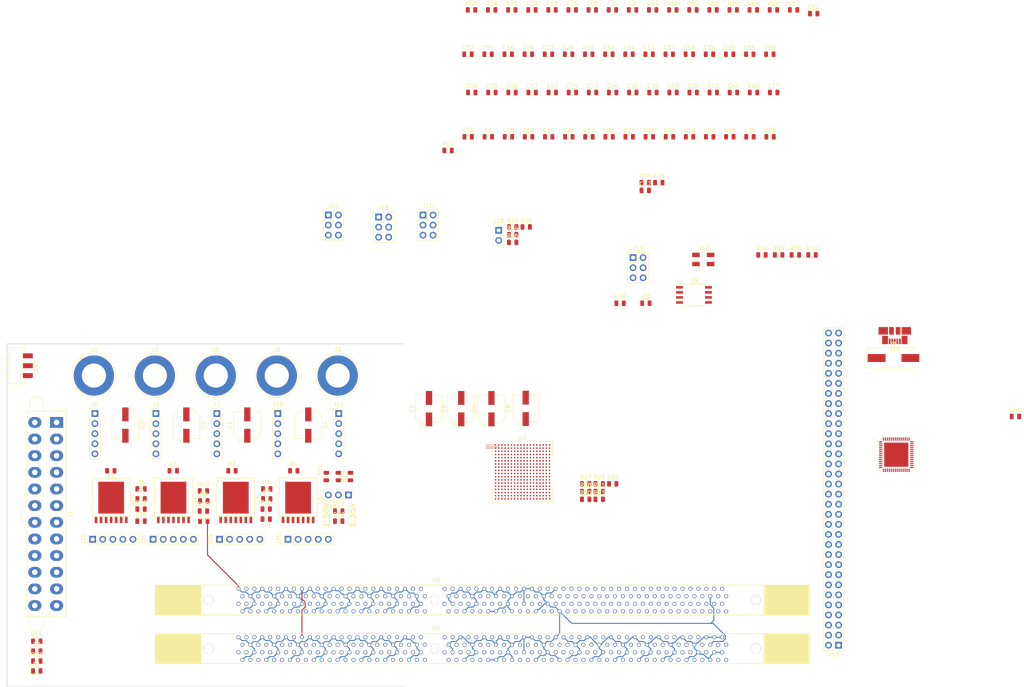
<source format=kicad_pcb>
(kicad_pcb (version 20171130) (host pcbnew "(5.0.0-rc2-100-g6d77e594b)")
  (layers (0 F.Cu signal) (1 In1.Cu signal) (2 In2.Cu signal) (3 In3.Cu signal) (4 In4.Cu signal) (31 B.Cu signal) (34 B.Paste user) (35 F.Paste user) (36 B.SilkS user) (37 F.SilkS user) (38 B.Mask user) (39 F.Mask user) (44 Edge.Cuts user))
  (net 0 "")
  (net 1 +5V)
  (net 2 +1.0V)
  (net 3 +1.8V)
  (net 4 +1.2V)
  (net 5 +3.3V)
  (net 6 GND)
  (net 7 +12V)
  (net 8 -12V)
  (net 9 "Net-(J1-Pad16)")
  (net 10 "Net-(J1-Pad20)")
  (net 11 "Net-(R1-Pad1)")
  (net 12 "Net-(R2-Pad1)")
  (net 13 "Net-(R3-Pad1)")
  (net 14 "Net-(R4-Pad1)")
  (net 15 "Net-(R5-Pad2)")
  (net 16 "Net-(R7-Pad2)")
  (net 17 "Net-(R10-Pad1)")
  (net 18 "Net-(SW1-Pad1)")
  (net 19 "Net-(J1-Pad9)")
  (net 20 "Net-(D1-Pad2)")
  (net 21 "Net-(D2-Pad2)")
  (net 22 ATX_POWEROK)
  (net 23 VCC_DDR)
  (net 24 "Net-(J17-Pad1)")
  (net 25 "Net-(J17-Pad2)")
  (net 26 "Net-(J17-Pad3)")
  (net 27 +1.5v)
  (net 28 "Net-(C61-Pad1)")
  (net 29 "Net-(C64-Pad1)")
  (net 30 "Net-(C67-Pad1)")
  (net 31 "Net-(C68-Pad1)")
  (net 32 "Net-(C69-Pad1)")
  (net 33 XADC_VCC)
  (net 34 XADC_GND)
  (net 35 "Net-(J12-Pad1)")
  (net 36 "Net-(J12-Pad2)")
  (net 37 "Net-(J12-Pad3)")
  (net 38 "Net-(J12-Pad4)")
  (net 39 "Net-(J13-Pad1)")
  (net 40 "Net-(J13-Pad3)")
  (net 41 "Net-(J13-Pad5)")
  (net 42 "Net-(J13-Pad7)")
  (net 43 "Net-(J13-Pad9)")
  (net 44 "Net-(J13-Pad10)")
  (net 45 "Net-(J13-Pad11)")
  (net 46 "Net-(J13-Pad12)")
  (net 47 "Net-(J13-Pad13)")
  (net 48 "Net-(J13-Pad14)")
  (net 49 "Net-(J13-Pad15)")
  (net 50 "Net-(J13-Pad16)")
  (net 51 "Net-(J13-Pad17)")
  (net 52 "Net-(J13-Pad18)")
  (net 53 "Net-(J13-Pad19)")
  (net 54 "Net-(J13-Pad20)")
  (net 55 "Net-(J13-Pad21)")
  (net 56 "Net-(J13-Pad22)")
  (net 57 "Net-(J13-Pad23)")
  (net 58 "Net-(J13-Pad24)")
  (net 59 "Net-(J13-Pad25)")
  (net 60 "Net-(J13-Pad26)")
  (net 61 "Net-(J13-Pad27)")
  (net 62 "Net-(J13-Pad28)")
  (net 63 "Net-(J13-Pad29)")
  (net 64 "Net-(J13-Pad30)")
  (net 65 "Net-(J13-Pad31)")
  (net 66 "Net-(J13-Pad32)")
  (net 67 "Net-(J13-Pad33)")
  (net 68 "Net-(J13-Pad35)")
  (net 69 "Net-(J13-Pad37)")
  (net 70 "Net-(J13-Pad39)")
  (net 71 "Net-(J13-Pad41)")
  (net 72 "Net-(J13-Pad43)")
  (net 73 "Net-(J13-Pad45)")
  (net 74 "Net-(J13-Pad47)")
  (net 75 "Net-(J13-Pad49)")
  (net 76 "Net-(J13-Pad50)")
  (net 77 "Net-(J13-Pad51)")
  (net 78 "Net-(J13-Pad52)")
  (net 79 "Net-(J13-Pad53)")
  (net 80 "Net-(J13-Pad54)")
  (net 81 "Net-(J13-Pad55)")
  (net 82 "Net-(J13-Pad56)")
  (net 83 "Net-(J13-Pad57)")
  (net 84 "Net-(J13-Pad58)")
  (net 85 "Net-(J13-Pad59)")
  (net 86 "Net-(J13-Pad60)")
  (net 87 "Net-(J13-Pad61)")
  (net 88 "Net-(J13-Pad62)")
  (net 89 "Net-(J13-Pad63)")
  (net 90 "Net-(J13-Pad64)")
  (net 91 "Net-(R15-Pad1)")
  (net 92 "Net-(R16-Pad1)")
  (net 93 "Net-(R17-Pad2)")
  (net 94 DDR_COM_DQ0)
  (net 95 DDR_COM_DQ1)
  (net 96 DDR_COM_DQ2)
  (net 97 DDR_COM_DQ3)
  (net 98 DDR_COM_DQ8)
  (net 99 DDR_COM_DQ9)
  (net 100 DDR_COM_DQ10)
  (net 101 DDR_COM_DQ11)
  (net 102 DDR_COM_DQ16)
  (net 103 DDR_COM_DQ17)
  (net 104 DDR_COM_DQ18)
  (net 105 DDR_COM_DQ19)
  (net 106 DDR_COM_DQ24)
  (net 107 DDR_COM_DQ25)
  (net 108 DDR_COM_DQ26)
  (net 109 DDR_COM_DQ27)
  (net 110 DDR_COM_BA2)
  (net 111 DDR_COM_A11)
  (net 112 DDR_COM_A7)
  (net 113 DDR_COM_A5)
  (net 114 DDR_COM_A4)
  (net 115 DDR_COM_A2)
  (net 116 DDR_COM_A10)
  (net 117 DDR_COM_BA0)
  (net 118 DDR_COM_DQ32)
  (net 119 DDR_COM_DQ33)
  (net 120 DDR_COM_DQ34)
  (net 121 DDR_COM_DQ35)
  (net 122 DDR_COM_DQ40)
  (net 123 DDR_COM_DQ41)
  (net 124 DDR_COM_DQ42)
  (net 125 DDR_COM_DQ43)
  (net 126 DDR_COM_DQ48)
  (net 127 DDR_COM_DQ49)
  (net 128 DDR_COM_DQ50)
  (net 129 DDR_COM_DQ51)
  (net 130 DDR_COM_DQ56)
  (net 131 DDR_COM_DQ57)
  (net 132 DDR_COM_DQ58)
  (net 133 DDR_COM_DQ59)
  (net 134 DDR_COM_DQ4)
  (net 135 DDR_COM_DQ5)
  (net 136 DDR_COM_DQ6)
  (net 137 DDR_COM_DQ7)
  (net 138 DDR_COM_DQ12)
  (net 139 DDR_COM_DQ13)
  (net 140 DDR_COM_DQ14)
  (net 141 DDR_COM_DQ15)
  (net 142 DDR_COM_DQ20)
  (net 143 DDR_COM_DQ21)
  (net 144 DDR_COM_DQ22)
  (net 145 DDR_COM_DQ23)
  (net 146 DDR_COM_DQ28)
  (net 147 DDR_COM_DQ29)
  (net 148 DDR_COM_DQ30)
  (net 149 DDR_COM_DQ31)
  (net 150 "Net-(U1-Pad167)")
  (net 151 DDR_COM_A15)
  (net 152 DDR_COM_A14)
  (net 153 DDR_COM_A12)
  (net 154 DDR_COM_A9)
  (net 155 DDR_COM_A8)
  (net 156 DDR_COM_A6)
  (net 157 DDR_COM_A3)
  (net 158 DDR_COM_A1)
  (net 159 DDR_COM_A0)
  (net 160 DDR_COM_BA1)
  (net 161 DDR_COM_A13)
  (net 162 DDR_COM_DQ36)
  (net 163 DDR_COM_DQ37)
  (net 164 DDR_COM_DQ38)
  (net 165 DDR_COM_DQ39)
  (net 166 DDR_COM_DQ44)
  (net 167 DDR_COM_DQ45)
  (net 168 DDR_COM_DQ46)
  (net 169 DDR_COM_DQ47)
  (net 170 DDR_COM_DQ52)
  (net 171 DDR_COM_DQ53)
  (net 172 DDR_COM_DQ54)
  (net 173 DDR_COM_DQ55)
  (net 174 DDR_COM_DQ60)
  (net 175 DDR_COM_DQ61)
  (net 176 DDR_COM_DQ62)
  (net 177 DDR_COM_DQ63)
  (net 178 "Net-(U6-Pad167)")
  (net 179 DDR_VCC)
  (net 180 "Net-(U7-PadJ5)")
  (net 181 "Net-(U7-PadK9)")
  (net 182 "Net-(U7-PadT9)")
  (net 183 VCCO_16)
  (net 184 "Net-(U7-PadJ10)")
  (net 185 "Net-(U7-PadR10)")
  (net 186 "Net-(U7-PadT10)")
  (net 187 "Net-(U7-PadV10)")
  (net 188 "Net-(U7-PadR11)")
  (net 189 "Net-(U7-PadT11)")
  (net 190 "Net-(U7-PadU11)")
  (net 191 "Net-(U7-PadV11)")
  (net 192 "Net-(U7-PadU12)")
  (net 193 "Net-(U7-PadV12)")
  (net 194 "Net-(U7-PadT13)")
  (net 195 "Net-(U7-PadU13)")
  (net 196 "Net-(U7-PadT14)")
  (net 197 "Net-(U7-PadU14)")
  (net 198 "Net-(U7-PadV14)")
  (net 199 "Net-(U7-PadN15)")
  (net 200 "Net-(U7-PadP15)")
  (net 201 "Net-(U7-PadR15)")
  (net 202 "Net-(U7-PadT15)")
  (net 203 "Net-(U7-PadV15)")
  (net 204 "Net-(U7-PadM16)")
  (net 205 "Net-(U7-PadN16)")
  (net 206 "Net-(U7-PadR16)")
  (net 207 "Net-(U7-PadT16)")
  (net 208 "Net-(U7-PadU16)")
  (net 209 "Net-(U7-PadV16)")
  (net 210 "Net-(U7-PadM17)")
  (net 211 "Net-(U7-PadN17)")
  (net 212 "Net-(U7-PadP17)")
  (net 213 "Net-(U7-PadR17)")
  (net 214 "Net-(U7-PadU17)")
  (net 215 "Net-(U7-PadV17)")
  (net 216 "Net-(U7-PadP18)")
  (net 217 "Net-(U7-PadU18)")
  (net 218 "Net-(U8-Pad56)")
  (net 219 "Net-(U8-Pad55)")
  (net 220 "Net-(U8-Pad54)")
  (net 221 "Net-(U8-Pad30)")
  (net 222 "Net-(U8-Pad1)")
  (net 223 "Net-(C78-Pad1)")
  (net 224 "Net-(C78-Pad2)")
  (net 225 VCCO_15)
  (net 226 DDR_SCL)
  (net 227 DDR_SDA)
  (net 228 "Net-(R25-Pad2)")
  (net 229 TCK)
  (net 230 TDI_FPGA)
  (net 231 "Net-(J18-Pad2)")
  (net 232 TMS)
  (net 233 "Net-(R23-Pad2)")
  (net 234 TDO_JPGA)
  (net 235 "Net-(R24-Pad2)")
  (net 236 "Net-(R27-Pad1)")
  (net 237 FLASH_SCK)
  (net 238 "Net-(R29-Pad1)")
  (net 239 "Net-(R30-Pad2)")
  (net 240 "Net-(D3-Pad2)")
  (net 241 "Net-(R32-Pad2)")
  (net 242 "Net-(R33-Pad2)")
  (net 243 DDR_COM_DQS0#)
  (net 244 DDR_COM_DQS0)
  (net 245 DDR_COM_DQS1#)
  (net 246 DDR_COM_DQS1)
  (net 247 DDR_COM_DQS2#)
  (net 248 DDR_COM_DQS2)
  (net 249 DDR_COM_DQS3#)
  (net 250 DDR_COM_DQS3)
  (net 251 DDR_COM_DQS8#)
  (net 252 DDR_COM_DQS8)
  (net 253 DDR_COM_DQS4#)
  (net 254 DDR_COM_DQS4)
  (net 255 DDR_COM_DQS5#)
  (net 256 DDR_COM_DQS5)
  (net 257 DDR_COM_DQS6#)
  (net 258 DDR_COM_DQS6)
  (net 259 DDR_COM_DQS7#)
  (net 260 DDR_COM_DQS7)
  (net 261 DDR_COM_DQS9)
  (net 262 DDR_COM_DQS9#)
  (net 263 DDR_COM_DQS10)
  (net 264 DDR_COM_DQS10#)
  (net 265 DDR_COM_DQS11)
  (net 266 DDR_COM_DQS11#)
  (net 267 DDR_COM_DQS12)
  (net 268 DDR_COM_DQS12#)
  (net 269 DDR_COM_DQS17)
  (net 270 DDR_COM_DQS17#)
  (net 271 DDR_COM_DQS13)
  (net 272 DDR_COM_DQS13#)
  (net 273 DDR_COM_DQS14)
  (net 274 DDR_COM_DQS14#)
  (net 275 DDR_COM_DQS15)
  (net 276 DDR_COM_DQS15#)
  (net 277 DDR_COM_DQS16)
  (net 278 DDR_COM_DQS16#)
  (net 279 FLASH_SS#)
  (net 280 FLASH_IO2)
  (net 281 FLASH_IO3)
  (net 282 FLASH_IO0)
  (net 283 FLASH_IO1)
  (net 284 "Net-(R34-Pad2)")
  (net 285 DDR_COM_CB0)
  (net 286 DDR_COM_CB1)
  (net 287 DDR_COM_CB2)
  (net 288 DDR_COM_CB3)
  (net 289 DDR_DIMM0_CKE0)
  (net 290 DDR_COM_ERROUT#)
  (net 291 DDR_DIMM0_CK1)
  (net 292 DDR_DIMM0_CK1#)
  (net 293 DDR_COM_RPARIN)
  (net 294 DDR_COM_CAS#)
  (net 295 DDR_DIMM0_S1#)
  (net 296 DDR_DIMM0_ODT1)
  (net 297 DDR_DIMM0_S2#)
  (net 298 DDR_DIMM0_CKE1)
  (net 299 DDR_COM_CB4)
  (net 300 DDR_COM_CB5)
  (net 301 DDR_COM_CB6)
  (net 302 DDR_COM_CB7)
  (net 303 DDR_DIMM0_RESET#)
  (net 304 DDR_DIMM0_CK0)
  (net 305 DDR_DIMM0_CK0#)
  (net 306 DDR_COM_EVENT#)
  (net 307 DDR_COM_RAS#)
  (net 308 DDR_DIMM0_S0#)
  (net 309 DDR_DIMM0_ODT0)
  (net 310 DDR_DIMM0_S3#)
  (net 311 "Net-(R36-Pad2)")
  (net 312 DDR_DIMM1_S3#)
  (net 313 DDR_DIMM1_ODT0)
  (net 314 DDR_DIMM1_S0#)
  (net 315 DDR_DIMM1_CK0#)
  (net 316 DDR_DIMM1_CK0)
  (net 317 DDR_DIMM1_RESET#)
  (net 318 DDR_DIMM1_CKE1)
  (net 319 DDR_DIMM1_S2#)
  (net 320 DDR_DIMM1_ODT1)
  (net 321 DDR_DIMM1_S1#)
  (net 322 DDR_DIMM1_CK1#)
  (net 323 DDR_DIMM1_CK1)
  (net 324 FPGA_RX_D)
  (net 325 FPGA_TX_D)
  (net 326 FPGA_RTS#)
  (net 327 FPGA_CTS#)
  (net 328 FPGA_DTR#)
  (net 329 FPGA_DSR#)
  (net 330 FPGA_DCD#)
  (net 331 FPGA_RI#)
  (net 332 VCCO_34)
  (net 333 "Net-(J15-Pad3)")
  (net 334 "Net-(J15-Pad1)")
  (net 335 "Net-(J19-Pad1)")
  (net 336 "Net-(J19-Pad3)")
  (net 337 VCCO_35)
  (net 338 DDR_COM_WE#)
  (net 339 DDR_DIMM1_CKE0)
  (net 340 CLK_100MHZ)
  (net 341 "Net-(U10-Pad1)")
  (module Capacitor_SMD:CP_Elec_6.3x5.4_Nichicon (layer F.Cu) (at 109.1075 52.474 90)
    (fp_text reference C1 (at 0 -4.35 90) (layer F.SilkS))
    (fp_text value "200uF Electrolytic")
    (pad 2 smd rect (at 2.7 0 90) (size 3.5 1.6) (layers F.Cu F.Paste F.Mask) (net 6 GND))
    (pad 1 smd rect (at -2.7 0 90) (size 3.5 1.6) (layers F.Cu F.Paste F.Mask) (net 1 +5V))
  )
  (module Capacitor_SMD:CP_Elec_6.3x5.4_Nichicon (layer F.Cu) (at 93.7325 52.474 270)
    (fp_text reference C2 (at 0 -4.35 270) (layer F.SilkS))
    (fp_text value "200uF Electrolytic")
    (pad 1 smd rect (at -2.7 0 270) (size 3.5 1.6) (layers F.Cu F.Paste F.Mask) (net 1 +5V))
    (pad 2 smd rect (at 2.7 0 270) (size 3.5 1.6) (layers F.Cu F.Paste F.Mask) (net 6 GND))
  )
  (module Capacitor_SMD:CP_Elec_6.3x5.4_Nichicon (layer F.Cu) (at 78.3575 52.474 270)
    (fp_text reference C3 (at 0 -4.35 270) (layer F.SilkS))
    (fp_text value "200uF Electrolytic")
    (pad 2 smd rect (at 2.7 0 270) (size 3.5 1.6) (layers F.Cu F.Paste F.Mask) (net 6 GND))
    (pad 1 smd rect (at -2.7 0 270) (size 3.5 1.6) (layers F.Cu F.Paste F.Mask) (net 1 +5V))
  )
  (module Capacitor_SMD:CP_Elec_6.3x5.4_Nichicon (layer F.Cu) (at 124.4825 52.474 270)
    (fp_text reference C4 (at 0 -4.35 270) (layer F.SilkS))
    (fp_text value "200uF Electrolytic")
    (pad 1 smd rect (at -2.7 0 270) (size 3.5 1.6) (layers F.Cu F.Paste F.Mask) (net 1 +5V))
    (pad 2 smd rect (at 2.7 0 270) (size 3.5 1.6) (layers F.Cu F.Paste F.Mask) (net 6 GND))
  )
  (module Capacitor_SMD:C_0805_2012Metric (layer F.Cu) (at 82.296 76.708)
    (fp_text reference C70 (at 0 -1.65) (layer F.SilkS))
    (fp_text value "10uF X7R")
    (pad 2 smd roundrect (at 0.9375 0) (size 0.975 1.4) (layers F.Cu F.Paste F.Mask) (net 6 GND))
    (pad 1 smd roundrect (at -0.9375 0) (size 0.975 1.4) (layers F.Cu F.Paste F.Mask) (net 2 +1.0V))
  )
  (module Capacitor_SMD:C_0805_2012Metric (layer F.Cu) (at 113.8705 76.2 180)
    (fp_text reference C71 (at 0 -1.65 180) (layer F.SilkS))
    (fp_text value "10uF X7R")
    (pad 1 smd roundrect (at -0.9375 0 180) (size 0.975 1.4) (layers F.Cu F.Paste F.Mask) (net 3 +1.8V))
    (pad 2 smd roundrect (at 0.9375 0 180) (size 0.975 1.4) (layers F.Cu F.Paste F.Mask) (net 6 GND))
  )
  (module Capacitor_SMD:C_0805_2012Metric (layer F.Cu) (at 98.1225 76.708)
    (fp_text reference C72 (at 0 -1.016) (layer F.SilkS))
    (fp_text value "10uF X7R")
    (pad 2 smd roundrect (at 0.9375 0) (size 0.975 1.4) (layers F.Cu F.Paste F.Mask) (net 6 GND))
    (pad 1 smd roundrect (at -0.9375 0) (size 0.975 1.4) (layers F.Cu F.Paste F.Mask) (net 4 +1.2V))
  )
  (module Capacitor_SMD:C_0805_2012Metric (layer F.Cu) (at 132.1585 76.708)
    (fp_text reference C73 (at 0 -1.65) (layer F.SilkS))
    (fp_text value "10uF X7R")
    (pad 1 smd roundrect (at -0.9375 0) (size 0.975 1.4) (layers F.Cu F.Paste F.Mask) (net 179 DDR_VCC))
    (pad 2 smd roundrect (at 0.9375 0) (size 0.975 1.4) (layers F.Cu F.Paste F.Mask) (net 6 GND))
  )
  (module LED_SMD:LED_0805_2012Metric (layer F.Cu) (at 56 114.5)
    (fp_text reference D1 (at 0 -1.65) (layer F.SilkS))
    (fp_text value LED)
    (pad 2 smd roundrect (at 0.9375 0) (size 0.975 1.4) (layers F.Cu F.Paste F.Mask) (net 20 "Net-(D1-Pad2)"))
    (pad 1 smd roundrect (at -0.9375 0) (size 0.975 1.4) (layers F.Cu F.Paste F.Mask) (net 6 GND))
  )
  (module LED_SMD:LED_0805_2012Metric (layer F.Cu) (at 56 109.5)
    (fp_text reference D2 (at 0 -1.65) (layer F.SilkS))
    (fp_text value LED)
    (pad 1 smd roundrect (at -0.9375 0) (size 0.975 1.4) (layers F.Cu F.Paste F.Mask) (net 6 GND))
    (pad 2 smd roundrect (at 0.9375 0) (size 0.975 1.4) (layers F.Cu F.Paste F.Mask) (net 21 "Net-(D2-Pad2)"))
  )
  (module Connector_Molex:Molex_Mini-Fit_Jr_5566-24A2_2x12_P4.20mm_Vertical (layer F.Cu) (at 61 51.8 270)
    (fp_text reference J1 (at 23.1 -3.45 270) (layer F.SilkS))
    (fp_text value Conn_02x12_Top_Bottom)
    (pad 1 thru_hole rect (at 0 0 270) (size 2.7 3.3) (drill 1.4) (layers *.Cu *.Mask) (net 5 +3.3V))
    (pad 2 thru_hole oval (at 4.2 0 270) (size 2.7 3.3) (drill 1.4) (layers *.Cu *.Mask) (net 5 +3.3V))
    (pad 3 thru_hole oval (at 8.4 0 270) (size 2.7 3.3) (drill 1.4) (layers *.Cu *.Mask) (net 6 GND))
    (pad 4 thru_hole oval (at 12.6 0 270) (size 2.7 3.3) (drill 1.4) (layers *.Cu *.Mask) (net 1 +5V))
    (pad 5 thru_hole oval (at 16.8 0 270) (size 2.7 3.3) (drill 1.4) (layers *.Cu *.Mask) (net 6 GND))
    (pad 6 thru_hole oval (at 21 0 270) (size 2.7 3.3) (drill 1.4) (layers *.Cu *.Mask) (net 1 +5V))
    (pad 7 thru_hole oval (at 25.2 0 270) (size 2.7 3.3) (drill 1.4) (layers *.Cu *.Mask) (net 6 GND))
    (pad 8 thru_hole oval (at 29.4 0 270) (size 2.7 3.3) (drill 1.4) (layers *.Cu *.Mask) (net 22 ATX_POWEROK))
    (pad 9 thru_hole oval (at 33.6 0 270) (size 2.7 3.3) (drill 1.4) (layers *.Cu *.Mask) (net 19 "Net-(J1-Pad9)"))
    (pad 10 thru_hole oval (at 37.8 0 270) (size 2.7 3.3) (drill 1.4) (layers *.Cu *.Mask) (net 7 +12V))
    (pad 11 thru_hole oval (at 42 0 270) (size 2.7 3.3) (drill 1.4) (layers *.Cu *.Mask) (net 7 +12V))
    (pad 12 thru_hole oval (at 46.2 0 270) (size 2.7 3.3) (drill 1.4) (layers *.Cu *.Mask) (net 5 +3.3V))
    (pad 13 thru_hole oval (at 0 5.5 270) (size 2.7 3.3) (drill 1.4) (layers *.Cu *.Mask) (net 5 +3.3V))
    (pad 14 thru_hole oval (at 4.2 5.5 270) (size 2.7 3.3) (drill 1.4) (layers *.Cu *.Mask) (net 8 -12V))
    (pad 15 thru_hole oval (at 8.4 5.5 270) (size 2.7 3.3) (drill 1.4) (layers *.Cu *.Mask) (net 6 GND))
    (pad 16 thru_hole oval (at 12.6 5.5 270) (size 2.7 3.3) (drill 1.4) (layers *.Cu *.Mask) (net 9 "Net-(J1-Pad16)"))
    (pad 17 thru_hole oval (at 16.8 5.5 270) (size 2.7 3.3) (drill 1.4) (layers *.Cu *.Mask) (net 6 GND))
    (pad 18 thru_hole oval (at 21 5.5 270) (size 2.7 3.3) (drill 1.4) (layers *.Cu *.Mask) (net 6 GND))
    (pad 19 thru_hole oval (at 25.2 5.5 270) (size 2.7 3.3) (drill 1.4) (layers *.Cu *.Mask) (net 6 GND))
    (pad 20 thru_hole oval (at 29.4 5.5 270) (size 2.7 3.3) (drill 1.4) (layers *.Cu *.Mask) (net 10 "Net-(J1-Pad20)"))
    (pad 21 thru_hole oval (at 33.6 5.5 270) (size 2.7 3.3) (drill 1.4) (layers *.Cu *.Mask) (net 1 +5V))
    (pad 22 thru_hole oval (at 37.8 5.5 270) (size 2.7 3.3) (drill 1.4) (layers *.Cu *.Mask) (net 1 +5V))
    (pad 23 thru_hole oval (at 42 5.5 270) (size 2.7 3.3) (drill 1.4) (layers *.Cu *.Mask) (net 1 +5V))
    (pad 24 thru_hole oval (at 46.2 5.5 270) (size 2.7 3.3) (drill 1.4) (layers *.Cu *.Mask) (net 6 GND))
    (pad "" np_thru_hole circle (at -4.7 5.04 270) (size 3 3) (drill 3) (layers *.Cu *.Mask))
    (pad "" np_thru_hole circle (at 50.9 5.04 270) (size 3 3) (drill 3) (layers *.Cu *.Mask))
  )
  (module Connector:Banana_Jack_1Pin (layer F.Cu) (at 85.787 39.984)
    (fp_text reference J2 (at 0 -6.5) (layer F.SilkS))
    (fp_text value Conn_01x01_Male)
    (pad 1 thru_hole circle (at 0 0) (size 10.16 10.16) (drill 6.1) (layers *.Cu *.Mask) (net 7 +12V))
  )
  (module Connector:Banana_Jack_1Pin (layer F.Cu) (at 70.412 39.984)
    (fp_text reference J4 (at 0 -6.5) (layer F.SilkS))
    (fp_text value Conn_01x01_Male)
    (pad 1 thru_hole circle (at 0 0) (size 10.16 10.16) (drill 6.1) (layers *.Cu *.Mask) (net 8 -12V))
  )
  (module Connector:Banana_Jack_1Pin (layer F.Cu) (at 101.162 39.984)
    (fp_text reference J5 (at 0 -6.5) (layer F.SilkS))
    (fp_text value Conn_01x01_Male)
    (pad 1 thru_hole circle (at 0 0) (size 10.16 10.16) (drill 6.1) (layers *.Cu *.Mask) (net 1 +5V))
  )
  (module Connector:Banana_Jack_1Pin (layer F.Cu) (at 116.537 39.984)
    (fp_text reference J8 (at 0 -6.5) (layer F.SilkS))
    (fp_text value Conn_01x01_Male)
    (pad 1 thru_hole circle (at 0 0) (size 10.16 10.16) (drill 6.1) (layers *.Cu *.Mask) (net 5 +3.3V))
  )
  (module Connector:Banana_Jack_1Pin (layer F.Cu) (at 131.912 39.984)
    (fp_text reference J9 (at 0 -6.5) (layer F.SilkS))
    (fp_text value Conn_01x01_Male)
    (pad 1 thru_hole circle (at 0 0) (size 10.16 10.16) (drill 6.1) (layers *.Cu *.Mask) (net 6 GND))
  )
  (module Connector_PinHeader_2.54mm:PinHeader_1x03_P2.54mm_Vertical (layer F.Cu) (at 134.62 70.104 270)
    (fp_text reference J17 (at 2.871348 4.404492) (layer F.SilkS))
    (fp_text value Conn_01x03_Male)
    (pad 1 thru_hole rect (at 0 0 270) (size 1.7 1.7) (drill 1) (layers *.Cu *.Mask) (net 24 "Net-(J17-Pad1)"))
    (pad 2 thru_hole oval (at 0 2.54 270) (size 1.7 1.7) (drill 1) (layers *.Cu *.Mask) (net 25 "Net-(J17-Pad2)"))
    (pad 3 thru_hole oval (at 0 5.08 270) (size 1.7 1.7) (drill 1) (layers *.Cu *.Mask) (net 26 "Net-(J17-Pad3)"))
  )
  (module Resistor_SMD:R_0805_2012Metric (layer F.Cu) (at 74.676 64.008 180)
    (fp_text reference R1 (at 0 -1.65 180) (layer F.SilkS))
    (fp_text value 100k)
    (pad 2 smd roundrect (at 0.9375 0 180) (size 0.975 1.4) (layers F.Cu F.Paste F.Mask) (net 22 ATX_POWEROK))
    (pad 1 smd roundrect (at -0.9375 0 180) (size 0.975 1.4) (layers F.Cu F.Paste F.Mask) (net 11 "Net-(R1-Pad1)"))
  )
  (module Resistor_SMD:R_0805_2012Metric (layer F.Cu) (at 105.2345 64.008)
    (fp_text reference R2 (at 0 -1.65) (layer F.SilkS))
    (fp_text value 100k)
    (pad 1 smd roundrect (at -0.9375 0) (size 0.975 1.4) (layers F.Cu F.Paste F.Mask) (net 12 "Net-(R2-Pad1)"))
    (pad 2 smd roundrect (at 0.9375 0) (size 0.975 1.4) (layers F.Cu F.Paste F.Mask) (net 22 ATX_POWEROK))
  )
  (module Resistor_SMD:R_0805_2012Metric (layer F.Cu) (at 90.424 64.008)
    (fp_text reference R3 (at 0 -1.65) (layer F.SilkS))
    (fp_text value 100k)
    (pad 2 smd roundrect (at 0.9375 0) (size 0.975 1.4) (layers F.Cu F.Paste F.Mask) (net 22 ATX_POWEROK))
    (pad 1 smd roundrect (at -0.9375 0) (size 0.975 1.4) (layers F.Cu F.Paste F.Mask) (net 13 "Net-(R3-Pad1)"))
  )
  (module Resistor_SMD:R_0805_2012Metric (layer F.Cu) (at 120.8255 64.008)
    (fp_text reference R4 (at 0 -1.65) (layer F.SilkS))
    (fp_text value 100k)
    (pad 2 smd roundrect (at 0.9375 0) (size 0.975 1.4) (layers F.Cu F.Paste F.Mask) (net 22 ATX_POWEROK))
    (pad 1 smd roundrect (at -0.9375 0) (size 0.975 1.4) (layers F.Cu F.Paste F.Mask) (net 14 "Net-(R4-Pad1)"))
  )
  (module Resistor_SMD:R_0805_2012Metric (layer F.Cu) (at 82.296 71.092)
    (fp_text reference R5 (at 0 -1.75) (layer F.SilkS))
    (fp_text value "10K 0.1%")
    (pad 1 smd roundrect (at -0.9375 0) (size 0.975 1.4) (layers F.Cu F.Paste F.Mask) (net 2 +1.0V))
    (pad 2 smd roundrect (at 0.9375 0) (size 0.975 1.4) (layers F.Cu F.Paste F.Mask) (net 15 "Net-(R5-Pad2)"))
  )
  (module Resistor_SMD:R_0805_2012Metric (layer F.Cu) (at 82.296 68.58)
    (fp_text reference R6 (at 0 -1.65) (layer F.SilkS))
    (fp_text value "10K 0.1%")
    (pad 2 smd roundrect (at 0.9375 0) (size 0.975 1.4) (layers F.Cu F.Paste F.Mask) (net 6 GND))
    (pad 1 smd roundrect (at -0.9375 0) (size 0.975 1.4) (layers F.Cu F.Paste F.Mask) (net 15 "Net-(R5-Pad2)"))
  )
  (module Resistor_SMD:R_0805_2012Metric (layer F.Cu) (at 114.008 71.092)
    (fp_text reference R7 (at 0 -1.65) (layer F.SilkS))
    (fp_text value "10K 0.1%")
    (pad 1 smd roundrect (at -0.9375 0) (size 0.975 1.4) (layers F.Cu F.Paste F.Mask) (net 3 +1.8V))
    (pad 2 smd roundrect (at 0.9375 0) (size 0.975 1.4) (layers F.Cu F.Paste F.Mask) (net 16 "Net-(R7-Pad2)"))
  )
  (module Resistor_SMD:R_0805_2012Metric (layer F.Cu) (at 114.008 68.58)
    (fp_text reference R8 (at 0 -1.65) (layer F.SilkS))
    (fp_text value "3.83K 0.1%")
    (pad 2 smd roundrect (at 0.9375 0) (size 0.975 1.4) (layers F.Cu F.Paste F.Mask) (net 6 GND))
    (pad 1 smd roundrect (at -0.9375 0) (size 0.975 1.4) (layers F.Cu F.Paste F.Mask) (net 16 "Net-(R7-Pad2)"))
  )
  (module Resistor_SMD:R_0805_2012Metric (layer F.Cu) (at 98.1345 71.6)
    (fp_text reference R9 (at 0 -1.65) (layer F.SilkS))
    (fp_text value "10K 0.1%")
    (pad 1 smd roundrect (at -0.9375 0) (size 0.975 1.4) (layers F.Cu F.Paste F.Mask) (net 4 +1.2V))
    (pad 2 smd roundrect (at 0.9375 0) (size 0.975 1.4) (layers F.Cu F.Paste F.Mask) (net 17 "Net-(R10-Pad1)"))
  )
  (module Resistor_SMD:R_0805_2012Metric (layer F.Cu) (at 98.044 69.088)
    (fp_text reference R10 (at 0 -1.65) (layer F.SilkS))
    (fp_text value "7.15K 0.1%")
    (pad 2 smd roundrect (at 0.9375 0) (size 0.975 1.4) (layers F.Cu F.Paste F.Mask) (net 6 GND))
    (pad 1 smd roundrect (at -0.9375 0) (size 0.975 1.4) (layers F.Cu F.Paste F.Mask) (net 17 "Net-(R10-Pad1)"))
  )
  (module Resistor_SMD:R_0805_2012Metric (layer F.Cu) (at 129.032 65.4535 90)
    (fp_text reference R11 (at 1.5 -1.65 90) (layer F.SilkS))
    (fp_text value "10K 0.1%")
    (pad 2 smd roundrect (at 0.9375 0 90) (size 0.975 1.4) (layers F.Cu F.Paste F.Mask) (net 25 "Net-(J17-Pad2)"))
    (pad 1 smd roundrect (at -0.9375 0 90) (size 0.975 1.4) (layers F.Cu F.Paste F.Mask) (net 179 DDR_VCC))
  )
  (module Resistor_SMD:R_0805_2012Metric (layer F.Cu) (at 132.08 65.4535 270)
    (fp_text reference R12 (at 0 -1.65 270) (layer F.SilkS))
    (fp_text value "5K 0.5%")
    (pad 1 smd roundrect (at -0.9375 0 270) (size 0.975 1.4) (layers F.Cu F.Paste F.Mask) (net 6 GND))
    (pad 2 smd roundrect (at 0.9375 0 270) (size 0.975 1.4) (layers F.Cu F.Paste F.Mask) (net 26 "Net-(J17-Pad3)"))
  )
  (module Resistor_SMD:R_0805_2012Metric (layer F.Cu) (at 56 112)
    (fp_text reference R13 (at 0 -1.65) (layer F.SilkS))
    (fp_text value 220)
    (pad 1 smd roundrect (at -0.9375 0) (size 0.975 1.4) (layers F.Cu F.Paste F.Mask) (net 20 "Net-(D1-Pad2)"))
    (pad 2 smd roundrect (at 0.9375 0) (size 0.975 1.4) (layers F.Cu F.Paste F.Mask) (net 19 "Net-(J1-Pad9)"))
  )
  (module Resistor_SMD:R_0805_2012Metric (layer F.Cu) (at 56 107)
    (fp_text reference R14 (at 0 -1.65) (layer F.SilkS))
    (fp_text value 220)
    (pad 1 smd roundrect (at -0.9375 0) (size 0.975 1.4) (layers F.Cu F.Paste F.Mask) (net 21 "Net-(D2-Pad2)"))
    (pad 2 smd roundrect (at 0.9375 0) (size 0.975 1.4) (layers F.Cu F.Paste F.Mask) (net 22 ATX_POWEROK))
  )
  (module Resistor_SMD:R_0805_2012Metric (layer F.Cu) (at 135.128 65.4535 270)
    (fp_text reference R18 (at 0 1.791992 270) (layer F.SilkS))
    (fp_text value "5.9K 0.5%")
    (pad 1 smd roundrect (at -0.9375 0 270) (size 0.975 1.4) (layers F.Cu F.Paste F.Mask) (net 6 GND))
    (pad 2 smd roundrect (at 0.9375 0 270) (size 0.975 1.4) (layers F.Cu F.Paste F.Mask) (net 24 "Net-(J17-Pad1)"))
  )
  (module Button_Switch_SMD:SW_SPDT_CK-JS102011SAQN (layer F.Cu) (at 51 37.5 270)
    (fp_text reference SW1 (at 0 -4.8 270) (layer F.SilkS))
    (fp_text value SW_SPDT)
    (pad 1 smd rect (at -2.5 -2.75 270) (size 1.25 2.5) (layers F.Cu F.Paste F.Mask) (net 18 "Net-(SW1-Pad1)"))
    (pad 2 smd rect (at 0 -2.75 270) (size 1.25 2.5) (layers F.Cu F.Paste F.Mask) (net 9 "Net-(J1-Pad16)"))
    (pad 3 smd rect (at 2.5 -2.75 270) (size 1.25 2.5) (layers F.Cu F.Paste F.Mask) (net 6 GND))
    (pad "" np_thru_hole circle (at -3.4 0 270) (size 0.9 0.9) (drill 0.9) (layers *.Cu *.Mask))
    (pad "" np_thru_hole circle (at 3.4 0 270) (size 0.9 0.9) (drill 0.9) (layers *.Cu *.Mask))
  )
  (module FuzzyDuck:MIC69502 (layer F.Cu) (at 74.76 71.852)
    (fp_text reference U2 (at 5.62356 -0.42418 -270) (layer F.SilkS))
    (fp_text value MIC69502)
    (pad 4 smd rect (at 0 -1.065) (size 6.5 8.03) (layers F.Cu F.Paste F.Mask) (net 6 GND))
    (pad 4 smd rect (at 0 4.5) (size 0.65 1.7) (layers F.Cu F.Paste F.Mask) (net 6 GND))
    (pad 5 smd rect (at 1.27 4.5) (size 0.65 1.7) (layers F.Cu F.Paste F.Mask) (net 2 +1.0V))
    (pad 6 smd rect (at 2.54 4.5) (size 0.65 1.7) (layers F.Cu F.Paste F.Mask) (net 2 +1.0V))
    (pad 7 smd rect (at 3.81 4.5) (size 0.65 1.7) (layers F.Cu F.Paste F.Mask) (net 15 "Net-(R5-Pad2)"))
    (pad 1 smd rect (at -3.81 4.5) (size 0.65 1.7) (layers F.Cu F.Paste F.Mask) (net 11 "Net-(R1-Pad1)"))
    (pad 2 smd rect (at -2.54 4.5) (size 0.65 1.7) (layers F.Cu F.Paste F.Mask) (net 1 +5V))
    (pad 3 smd rect (at -1.27 4.5) (size 0.65 1.7) (layers F.Cu F.Paste F.Mask) (net 1 +5V))
  )
  (module FuzzyDuck:MIC69502 (layer F.Cu) (at 106.2 71.852)
    (fp_text reference U3 (at 5.62356 -0.42418 -270) (layer F.SilkS))
    (fp_text value MIC69502)
    (pad 3 smd rect (at -1.27 4.5) (size 0.65 1.7) (layers F.Cu F.Paste F.Mask) (net 1 +5V))
    (pad 2 smd rect (at -2.54 4.5) (size 0.65 1.7) (layers F.Cu F.Paste F.Mask) (net 1 +5V))
    (pad 1 smd rect (at -3.81 4.5) (size 0.65 1.7) (layers F.Cu F.Paste F.Mask) (net 12 "Net-(R2-Pad1)"))
    (pad 7 smd rect (at 3.81 4.5) (size 0.65 1.7) (layers F.Cu F.Paste F.Mask) (net 16 "Net-(R7-Pad2)"))
    (pad 6 smd rect (at 2.54 4.5) (size 0.65 1.7) (layers F.Cu F.Paste F.Mask) (net 3 +1.8V))
    (pad 5 smd rect (at 1.27 4.5) (size 0.65 1.7) (layers F.Cu F.Paste F.Mask) (net 3 +1.8V))
    (pad 4 smd rect (at 0 4.5) (size 0.65 1.7) (layers F.Cu F.Paste F.Mask) (net 6 GND))
    (pad 4 smd rect (at 0 -1.065) (size 6.5 8.03) (layers F.Cu F.Paste F.Mask) (net 6 GND))
  )
  (module FuzzyDuck:MIC69502 (layer F.Cu) (at 90.48 71.852)
    (fp_text reference U4 (at 5.62356 -0.42418 -270) (layer F.SilkS))
    (fp_text value MIC69502)
    (pad 4 smd rect (at 0 -1.065) (size 6.5 8.03) (layers F.Cu F.Paste F.Mask) (net 6 GND))
    (pad 4 smd rect (at 0 4.5) (size 0.65 1.7) (layers F.Cu F.Paste F.Mask) (net 6 GND))
    (pad 5 smd rect (at 1.27 4.5) (size 0.65 1.7) (layers F.Cu F.Paste F.Mask) (net 4 +1.2V))
    (pad 6 smd rect (at 2.54 4.5) (size 0.65 1.7) (layers F.Cu F.Paste F.Mask) (net 4 +1.2V))
    (pad 7 smd rect (at 3.81 4.5) (size 0.65 1.7) (layers F.Cu F.Paste F.Mask) (net 17 "Net-(R10-Pad1)"))
    (pad 1 smd rect (at -3.81 4.5) (size 0.65 1.7) (layers F.Cu F.Paste F.Mask) (net 13 "Net-(R3-Pad1)"))
    (pad 2 smd rect (at -2.54 4.5) (size 0.65 1.7) (layers F.Cu F.Paste F.Mask) (net 1 +5V))
    (pad 3 smd rect (at -1.27 4.5) (size 0.65 1.7) (layers F.Cu F.Paste F.Mask) (net 1 +5V))
  )
  (module FuzzyDuck:MIC69502 (layer F.Cu) (at 121.92 71.852)
    (fp_text reference U5 (at 5.62356 -0.42418 -270) (layer F.SilkS))
    (fp_text value MIC69502)
    (pad 3 smd rect (at -1.27 4.5) (size 0.65 1.7) (layers F.Cu F.Paste F.Mask) (net 1 +5V))
    (pad 2 smd rect (at -2.54 4.5) (size 0.65 1.7) (layers F.Cu F.Paste F.Mask) (net 1 +5V))
    (pad 1 smd rect (at -3.81 4.5) (size 0.65 1.7) (layers F.Cu F.Paste F.Mask) (net 14 "Net-(R4-Pad1)"))
    (pad 7 smd rect (at 3.81 4.5) (size 0.65 1.7) (layers F.Cu F.Paste F.Mask) (net 25 "Net-(J17-Pad2)"))
    (pad 6 smd rect (at 2.54 4.5) (size 0.65 1.7) (layers F.Cu F.Paste F.Mask) (net 179 DDR_VCC))
    (pad 5 smd rect (at 1.27 4.5) (size 0.65 1.7) (layers F.Cu F.Paste F.Mask) (net 179 DDR_VCC))
    (pad 4 smd rect (at 0 4.5) (size 0.65 1.7) (layers F.Cu F.Paste F.Mask) (net 6 GND))
    (pad 4 smd rect (at 0 -1.065) (size 6.5 8.03) (layers F.Cu F.Paste F.Mask) (net 6 GND))
  )
  (module Connector_PinHeader_2.54mm:PinHeader_1x05_P2.54mm_Vertical (layer F.Cu) (at 86.045 49.574)
    (fp_text reference J3 (at 0 -2.33) (layer F.SilkS))
    (fp_text value Conn_01x05)
    (pad 1 thru_hole rect (at 0 0) (size 1.7 1.7) (drill 1) (layers *.Cu *.Mask) (net 7 +12V))
    (pad 2 thru_hole oval (at 0 2.54) (size 1.7 1.7) (drill 1) (layers *.Cu *.Mask) (net 7 +12V))
    (pad 3 thru_hole oval (at 0 5.08) (size 1.7 1.7) (drill 1) (layers *.Cu *.Mask) (net 7 +12V))
    (pad 4 thru_hole oval (at 0 7.62) (size 1.7 1.7) (drill 1) (layers *.Cu *.Mask) (net 7 +12V))
    (pad 5 thru_hole oval (at 0 10.16) (size 1.7 1.7) (drill 1) (layers *.Cu *.Mask) (net 7 +12V))
  )
  (module Connector_PinHeader_2.54mm:PinHeader_1x05_P2.54mm_Vertical (layer F.Cu) (at 70.67 49.574)
    (fp_text reference J6 (at 0 -2.33) (layer F.SilkS))
    (fp_text value Conn_01x05)
    (pad 1 thru_hole rect (at 0 0) (size 1.7 1.7) (drill 1) (layers *.Cu *.Mask) (net 8 -12V))
    (pad 2 thru_hole oval (at 0 2.54) (size 1.7 1.7) (drill 1) (layers *.Cu *.Mask) (net 8 -12V))
    (pad 3 thru_hole oval (at 0 5.08) (size 1.7 1.7) (drill 1) (layers *.Cu *.Mask) (net 8 -12V))
    (pad 4 thru_hole oval (at 0 7.62) (size 1.7 1.7) (drill 1) (layers *.Cu *.Mask) (net 8 -12V))
    (pad 5 thru_hole oval (at 0 10.16) (size 1.7 1.7) (drill 1) (layers *.Cu *.Mask) (net 8 -12V))
  )
  (module Connector_PinHeader_2.54mm:PinHeader_1x05_P2.54mm_Vertical (layer F.Cu) (at 101.42 49.574)
    (fp_text reference J7 (at 0 -2.33) (layer F.SilkS))
    (fp_text value Conn_01x05)
    (pad 5 thru_hole oval (at 0 10.16) (size 1.7 1.7) (drill 1) (layers *.Cu *.Mask) (net 1 +5V))
    (pad 4 thru_hole oval (at 0 7.62) (size 1.7 1.7) (drill 1) (layers *.Cu *.Mask) (net 1 +5V))
    (pad 3 thru_hole oval (at 0 5.08) (size 1.7 1.7) (drill 1) (layers *.Cu *.Mask) (net 1 +5V))
    (pad 2 thru_hole oval (at 0 2.54) (size 1.7 1.7) (drill 1) (layers *.Cu *.Mask) (net 1 +5V))
    (pad 1 thru_hole rect (at 0 0) (size 1.7 1.7) (drill 1) (layers *.Cu *.Mask) (net 1 +5V))
  )
  (module Connector_PinHeader_2.54mm:PinHeader_1x05_P2.54mm_Vertical (layer F.Cu) (at 116.795 49.574)
    (fp_text reference J10 (at 0 -2.33) (layer F.SilkS))
    (fp_text value Conn_01x05)
    (pad 5 thru_hole oval (at 0 10.16) (size 1.7 1.7) (drill 1) (layers *.Cu *.Mask) (net 5 +3.3V))
    (pad 4 thru_hole oval (at 0 7.62) (size 1.7 1.7) (drill 1) (layers *.Cu *.Mask) (net 5 +3.3V))
    (pad 3 thru_hole oval (at 0 5.08) (size 1.7 1.7) (drill 1) (layers *.Cu *.Mask) (net 5 +3.3V))
    (pad 2 thru_hole oval (at 0 2.54) (size 1.7 1.7) (drill 1) (layers *.Cu *.Mask) (net 5 +3.3V))
    (pad 1 thru_hole rect (at 0 0) (size 1.7 1.7) (drill 1) (layers *.Cu *.Mask) (net 5 +3.3V))
  )
  (module Connector_PinHeader_2.54mm:PinHeader_1x05_P2.54mm_Vertical (layer F.Cu) (at 132.17 49.574)
    (fp_text reference J11 (at 0 -2.33) (layer F.SilkS))
    (fp_text value Conn_01x05)
    (pad 1 thru_hole rect (at 0 0) (size 1.7 1.7) (drill 1) (layers *.Cu *.Mask) (net 6 GND))
    (pad 2 thru_hole oval (at 0 2.54) (size 1.7 1.7) (drill 1) (layers *.Cu *.Mask) (net 6 GND))
    (pad 3 thru_hole oval (at 0 5.08) (size 1.7 1.7) (drill 1) (layers *.Cu *.Mask) (net 6 GND))
    (pad 4 thru_hole oval (at 0 7.62) (size 1.7 1.7) (drill 1) (layers *.Cu *.Mask) (net 6 GND))
    (pad 5 thru_hole oval (at 0 10.16) (size 1.7 1.7) (drill 1) (layers *.Cu *.Mask) (net 6 GND))
  )
  (module Connector_PinHeader_2.54mm:PinHeader_1x05_P2.54mm_Vertical (layer F.Cu) (at 70.104 81.28 90)
    (fp_text reference J20 (at 0 -2.33 90) (layer F.SilkS))
    (fp_text value Conn_01x05)
    (pad 5 thru_hole oval (at 0 10.16 90) (size 1.7 1.7) (drill 1) (layers *.Cu *.Mask) (net 2 +1.0V))
    (pad 4 thru_hole oval (at 0 7.62 90) (size 1.7 1.7) (drill 1) (layers *.Cu *.Mask) (net 2 +1.0V))
    (pad 3 thru_hole oval (at 0 5.08 90) (size 1.7 1.7) (drill 1) (layers *.Cu *.Mask) (net 2 +1.0V))
    (pad 2 thru_hole oval (at 0 2.54 90) (size 1.7 1.7) (drill 1) (layers *.Cu *.Mask) (net 2 +1.0V))
    (pad 1 thru_hole rect (at 0 0 90) (size 1.7 1.7) (drill 1) (layers *.Cu *.Mask) (net 2 +1.0V))
  )
  (module Connector_PinHeader_2.54mm:PinHeader_1x05_P2.54mm_Vertical (layer F.Cu) (at 85.344 81.28 90)
    (fp_text reference J21 (at 0 -2.33 90) (layer F.SilkS))
    (fp_text value Conn_01x05)
    (pad 1 thru_hole rect (at 0 0 90) (size 1.7 1.7) (drill 1) (layers *.Cu *.Mask) (net 4 +1.2V))
    (pad 2 thru_hole oval (at 0 2.54 90) (size 1.7 1.7) (drill 1) (layers *.Cu *.Mask) (net 4 +1.2V))
    (pad 3 thru_hole oval (at 0 5.08 90) (size 1.7 1.7) (drill 1) (layers *.Cu *.Mask) (net 4 +1.2V))
    (pad 4 thru_hole oval (at 0 7.62 90) (size 1.7 1.7) (drill 1) (layers *.Cu *.Mask) (net 4 +1.2V))
    (pad 5 thru_hole oval (at 0 10.16 90) (size 1.7 1.7) (drill 1) (layers *.Cu *.Mask) (net 4 +1.2V))
  )
  (module Connector_PinHeader_2.54mm:PinHeader_1x05_P2.54mm_Vertical (layer F.Cu) (at 102.108 81.28 90)
    (fp_text reference J24 (at 0 -2.33 90) (layer F.SilkS))
    (fp_text value Conn_01x05)
    (pad 1 thru_hole rect (at 0 0 90) (size 1.7 1.7) (drill 1) (layers *.Cu *.Mask) (net 3 +1.8V))
    (pad 2 thru_hole oval (at 0 2.54 90) (size 1.7 1.7) (drill 1) (layers *.Cu *.Mask) (net 3 +1.8V))
    (pad 3 thru_hole oval (at 0 5.08 90) (size 1.7 1.7) (drill 1) (layers *.Cu *.Mask) (net 3 +1.8V))
    (pad 4 thru_hole oval (at 0 7.62 90) (size 1.7 1.7) (drill 1) (layers *.Cu *.Mask) (net 3 +1.8V))
    (pad 5 thru_hole oval (at 0 10.16 90) (size 1.7 1.7) (drill 1) (layers *.Cu *.Mask) (net 3 +1.8V))
  )
  (module Connector_PinHeader_2.54mm:PinHeader_1x05_P2.54mm_Vertical (layer F.Cu) (at 119.38 81.28 90)
    (fp_text reference J25 (at 0 -2.33 90) (layer F.SilkS))
    (fp_text value Conn_01x05)
    (pad 5 thru_hole oval (at 0 10.16 90) (size 1.7 1.7) (drill 1) (layers *.Cu *.Mask) (net 23 VCC_DDR))
    (pad 4 thru_hole oval (at 0 7.62 90) (size 1.7 1.7) (drill 1) (layers *.Cu *.Mask) (net 23 VCC_DDR))
    (pad 3 thru_hole oval (at 0 5.08 90) (size 1.7 1.7) (drill 1) (layers *.Cu *.Mask) (net 23 VCC_DDR))
    (pad 2 thru_hole oval (at 0 2.54 90) (size 1.7 1.7) (drill 1) (layers *.Cu *.Mask) (net 23 VCC_DDR))
    (pad 1 thru_hole rect (at 0 0 90) (size 1.7 1.7) (drill 1) (layers *.Cu *.Mask) (net 23 VCC_DDR))
  )
  (module Resistor_SMD:R_0805_2012Metric (layer F.Cu) (at 98.044 74.168)
    (fp_text reference R19 (at 0 -1.65) (layer F.SilkS))
    (fp_text value 120)
    (pad 1 smd roundrect (at -0.9375 0) (size 0.975 1.4) (layers F.Cu F.Paste F.Mask) (net 4 +1.2V))
    (pad 2 smd roundrect (at 0.9375 0) (size 0.975 1.4) (layers F.Cu F.Paste F.Mask) (net 6 GND))
  )
  (module Resistor_SMD:R_0805_2012Metric (layer F.Cu) (at 82.296 73.66)
    (fp_text reference R20 (at 0 -1.65) (layer F.SilkS))
    (fp_text value "100 ")
    (pad 1 smd roundrect (at -0.9375 0) (size 0.975 1.4) (layers F.Cu F.Paste F.Mask) (net 2 +1.0V))
    (pad 2 smd roundrect (at 0.9375 0) (size 0.975 1.4) (layers F.Cu F.Paste F.Mask) (net 6 GND))
  )
  (module Resistor_SMD:R_0805_2012Metric (layer F.Cu) (at 113.8705 73.66)
    (fp_text reference R21 (at 0 -1.65) (layer F.SilkS))
    (fp_text value 180)
    (pad 2 smd roundrect (at 0.9375 0) (size 0.975 1.4) (layers F.Cu F.Paste F.Mask) (net 6 GND))
    (pad 1 smd roundrect (at -0.9375 0) (size 0.975 1.4) (layers F.Cu F.Paste F.Mask) (net 3 +1.8V))
  )
  (module Resistor_SMD:R_0805_2012Metric (layer F.Cu) (at 132.1585 74.168)
    (fp_text reference R22 (at 0 -1.65) (layer F.SilkS))
    (fp_text value 120)
    (pad 2 smd roundrect (at 0.9375 0) (size 0.975 1.4) (layers F.Cu F.Paste F.Mask) (net 6 GND))
    (pad 1 smd roundrect (at -0.9375 0) (size 0.975 1.4) (layers F.Cu F.Paste F.Mask) (net 179 DDR_VCC))
  )
  (module Capacitor_SMD:CP_Elec_6.3x5.4_Nichicon (layer F.Cu) (at 154.94 48.334 90)
    (fp_text reference C5 (at 0 -4.35 90) (layer F.SilkS))
    (fp_text value "200uF Electrolytic")
    (pad 2 smd rect (at 2.7 0 90) (size 3.5 1.6) (layers F.Cu F.Paste F.Mask) (net 6 GND))
    (pad 1 smd rect (at -2.7 0 90) (size 3.5 1.6) (layers F.Cu F.Paste F.Mask) (net 2 +1.0V))
  )
  (module Capacitor_SMD:CP_Elec_6.3x5.4_Nichicon (layer F.Cu) (at 163.068 48.334 90)
    (fp_text reference C6 (at 0 -4.35 90) (layer F.SilkS))
    (fp_text value "200uF Electrolytic")
    (pad 1 smd rect (at -2.7 0 90) (size 3.5 1.6) (layers F.Cu F.Paste F.Mask) (net 3 +1.8V))
    (pad 2 smd rect (at 2.7 0 90) (size 3.5 1.6) (layers F.Cu F.Paste F.Mask) (net 6 GND))
  )
  (module Capacitor_SMD:CP_Elec_6.3x5.4_Nichicon (layer F.Cu) (at 170.688 48.334 90)
    (fp_text reference C7 (at 0 -4.35 90) (layer F.SilkS))
    (fp_text value "200uF Electrolytic")
    (pad 2 smd rect (at 2.7 0 90) (size 3.5 1.6) (layers F.Cu F.Paste F.Mask) (net 6 GND))
    (pad 1 smd rect (at -2.7 0 90) (size 3.5 1.6) (layers F.Cu F.Paste F.Mask) (net 4 +1.2V))
  )
  (module Capacitor_SMD:CP_Elec_6.3x5.4_Nichicon (layer F.Cu) (at 179.324 48.26 90)
    (fp_text reference C8 (at 0 -4.35 90) (layer F.SilkS))
    (fp_text value "200uF Electrolytic")
    (pad 1 smd rect (at -2.7 0 90) (size 3.5 1.6) (layers F.Cu F.Paste F.Mask) (net 27 +1.5v))
    (pad 2 smd rect (at 2.7 0 90) (size 3.5 1.6) (layers F.Cu F.Paste F.Mask) (net 6 GND))
  )
  (module Capacitor_SMD:C_0805_2012Metric (layer F.Cu) (at 169.895999 -20.242999)
    (fp_text reference C9 (at 0 -1.65) (layer F.SilkS))
    (fp_text value "47uF X7R")
    (pad 1 smd roundrect (at -0.9375 0) (size 0.975 1.4) (layers F.Cu F.Paste F.Mask) (net 2 +1.0V))
    (pad 2 smd roundrect (at 0.9375 0) (size 0.975 1.4) (layers F.Cu F.Paste F.Mask) (net 6 GND))
  )
  (module Capacitor_SMD:C_0805_2012Metric (layer F.Cu) (at 220.660989 -20.242999)
    (fp_text reference C10 (at 0 -1.65) (layer F.SilkS))
    (fp_text value "47uF X7R")
    (pad 2 smd roundrect (at 0.9375 0) (size 0.975 1.4) (layers F.Cu F.Paste F.Mask) (net 6 GND))
    (pad 1 smd roundrect (at -0.9375 0) (size 0.975 1.4) (layers F.Cu F.Paste F.Mask) (net 3 +1.8V))
  )
  (module Capacitor_SMD:C_0805_2012Metric (layer F.Cu) (at 210.451975 -41.070999)
    (fp_text reference C11 (at 0 -1.65) (layer F.SilkS))
    (fp_text value "47uF X7R")
    (pad 1 smd roundrect (at -0.9375 0) (size 0.975 1.4) (layers F.Cu F.Paste F.Mask) (net 4 +1.2V))
    (pad 2 smd roundrect (at 0.9375 0) (size 0.975 1.4) (layers F.Cu F.Paste F.Mask) (net 6 GND))
  )
  (module Capacitor_SMD:C_0805_2012Metric (layer F.Cu) (at 195.278494 -20.242999)
    (fp_text reference C12 (at 0 -1.65) (layer F.SilkS))
    (fp_text value "10uF X7R")
    (pad 2 smd roundrect (at 0.9375 0) (size 0.975 1.4) (layers F.Cu F.Paste F.Mask) (net 6 GND))
    (pad 1 smd roundrect (at -0.9375 0) (size 0.975 1.4) (layers F.Cu F.Paste F.Mask) (net 27 +1.5v))
  )
  (module Capacitor_SMD:C_0805_2012Metric (layer F.Cu) (at 185.06948 -41.070999)
    (fp_text reference C13 (at 0 -1.65) (layer F.SilkS))
    (fp_text value "1uF X7R")
    (pad 2 smd roundrect (at 0.9375 0) (size 0.975 1.4) (layers F.Cu F.Paste F.Mask) (net 6 GND))
    (pad 1 smd roundrect (at -0.9375 0) (size 0.975 1.4) (layers F.Cu F.Paste F.Mask) (net 2 +1.0V))
  )
  (module Capacitor_SMD:C_0805_2012Metric (layer F.Cu) (at 185.125496 -20.242999)
    (fp_text reference C14 (at 0 -1.65) (layer F.SilkS))
    (fp_text value "1uF X7R")
    (pad 1 smd roundrect (at -0.9375 0) (size 0.975 1.4) (layers F.Cu F.Paste F.Mask) (net 3 +1.8V))
    (pad 2 smd roundrect (at 0.9375 0) (size 0.975 1.4) (layers F.Cu F.Paste F.Mask) (net 6 GND))
  )
  (module Capacitor_SMD:C_0805_2012Metric (layer F.Cu) (at 174.972498 -20.242999)
    (fp_text reference C15 (at 0 -1.65) (layer F.SilkS))
    (fp_text value "1uF X7R")
    (pad 1 smd roundrect (at -0.9375 0) (size 0.975 1.4) (layers F.Cu F.Paste F.Mask) (net 4 +1.2V))
    (pad 2 smd roundrect (at 0.9375 0) (size 0.975 1.4) (layers F.Cu F.Paste F.Mask) (net 6 GND))
  )
  (module Capacitor_SMD:C_0805_2012Metric (layer F.Cu) (at 170.799967 -31.418999)
    (fp_text reference C16 (at 0 -1.65) (layer F.SilkS))
    (fp_text value "1uF X7R")
    (pad 1 smd roundrect (at -0.9375 0) (size 0.975 1.4) (layers F.Cu F.Paste F.Mask) (net 27 +1.5v))
    (pad 2 smd roundrect (at 0.9375 0) (size 0.975 1.4) (layers F.Cu F.Paste F.Mask) (net 6 GND))
  )
  (module Capacitor_SMD:C_0805_2012Metric (layer F.Cu) (at 241.870953 -31.418999)
    (fp_text reference C17 (at 0 -1.65) (layer F.SilkS))
    (fp_text value "100nF X7R")
    (pad 1 smd roundrect (at -0.9375 0) (size 0.975 1.4) (layers F.Cu F.Paste F.Mask) (net 2 +1.0V))
    (pad 2 smd roundrect (at 0.9375 0) (size 0.975 1.4) (layers F.Cu F.Paste F.Mask) (net 6 GND))
  )
  (module Capacitor_SMD:C_0805_2012Metric (layer F.Cu) (at 220.604973 -41.070999)
    (fp_text reference C18 (at 0 -1.65) (layer F.SilkS))
    (fp_text value "100nF X7R")
    (pad 2 smd roundrect (at 0.9375 0) (size 0.975 1.4) (layers F.Cu F.Paste F.Mask) (net 6 GND))
    (pad 1 smd roundrect (at -0.9375 0) (size 0.975 1.4) (layers F.Cu F.Paste F.Mask) (net 3 +1.8V))
  )
  (module Capacitor_SMD:C_0805_2012Metric (layer F.Cu) (at 180.048997 -20.242999)
    (fp_text reference C19 (at 0 -1.65) (layer F.SilkS))
    (fp_text value "100nF X7R")
    (pad 1 smd roundrect (at -0.9375 0) (size 0.975 1.4) (layers F.Cu F.Paste F.Mask) (net 4 +1.2V))
    (pad 2 smd roundrect (at 0.9375 0) (size 0.975 1.4) (layers F.Cu F.Paste F.Mask) (net 6 GND))
  )
  (module Capacitor_SMD:C_0805_2012Metric (layer F.Cu) (at 165.723468 -31.418999)
    (fp_text reference C20 (at 0 -1.65) (layer F.SilkS))
    (fp_text value "100nF X7R")
    (pad 1 smd roundrect (at -0.9375 0) (size 0.975 1.4) (layers F.Cu F.Paste F.Mask) (net 27 +1.5v))
    (pad 2 smd roundrect (at 0.9375 0) (size 0.975 1.4) (layers F.Cu F.Paste F.Mask) (net 6 GND))
  )
  (module Capacitor_SMD:C_0805_2012Metric (layer F.Cu) (at 190.201995 -20.242999)
    (fp_text reference C21 (at 0 -1.65) (layer F.SilkS))
    (fp_text value "100nF X7R")
    (pad 2 smd roundrect (at 0.9375 0) (size 0.975 1.4) (layers F.Cu F.Paste F.Mask) (net 6 GND))
    (pad 1 smd roundrect (at -0.9375 0) (size 0.975 1.4) (layers F.Cu F.Paste F.Mask) (net 2 +1.0V))
  )
  (module Capacitor_SMD:C_0805_2012Metric (layer F.Cu) (at 225.737488 -20.242999)
    (fp_text reference C22 (at 0 -1.65) (layer F.SilkS))
    (fp_text value "100nF X7R")
    (pad 1 smd roundrect (at -0.9375 0) (size 0.975 1.4) (layers F.Cu F.Paste F.Mask) (net 3 +1.8V))
    (pad 2 smd roundrect (at 0.9375 0) (size 0.975 1.4) (layers F.Cu F.Paste F.Mask) (net 6 GND))
  )
  (module Capacitor_SMD:C_0805_2012Metric (layer F.Cu) (at 240.966985 -20.242999)
    (fp_text reference C23 (at 0 -1.65) (layer F.SilkS))
    (fp_text value "100nF X7R")
    (pad 1 smd roundrect (at -0.9375 0) (size 0.975 1.4) (layers F.Cu F.Paste F.Mask) (net 4 +1.2V))
    (pad 2 smd roundrect (at 0.9375 0) (size 0.975 1.4) (layers F.Cu F.Paste F.Mask) (net 6 GND))
  )
  (module Capacitor_SMD:C_0805_2012Metric (layer F.Cu) (at 190.145979 -41.070999)
    (fp_text reference C24 (at 0 -1.65) (layer F.SilkS))
    (fp_text value "100nF X7R")
    (pad 1 smd roundrect (at -0.9375 0) (size 0.975 1.4) (layers F.Cu F.Paste F.Mask) (net 27 +1.5v))
    (pad 2 smd roundrect (at 0.9375 0) (size 0.975 1.4) (layers F.Cu F.Paste F.Mask) (net 6 GND))
  )
  (module Capacitor_SMD:C_0805_2012Metric (layer F.Cu) (at 200.354993 -20.242999)
    (fp_text reference C25 (at 0 -1.65) (layer F.SilkS))
    (fp_text value "100nF X7R")
    (pad 1 smd roundrect (at -0.9375 0) (size 0.975 1.4) (layers F.Cu F.Paste F.Mask) (net 2 +1.0V))
    (pad 2 smd roundrect (at 0.9375 0) (size 0.975 1.4) (layers F.Cu F.Paste F.Mask) (net 6 GND))
  )
  (module Capacitor_SMD:C_0805_2012Metric (layer F.Cu) (at 221.564957 -31.418999)
    (fp_text reference C26 (at 0 -1.65) (layer F.SilkS))
    (fp_text value "100nF X7R")
    (pad 1 smd roundrect (at -0.9375 0) (size 0.975 1.4) (layers F.Cu F.Paste F.Mask) (net 3 +1.8V))
    (pad 2 smd roundrect (at 0.9375 0) (size 0.975 1.4) (layers F.Cu F.Paste F.Mask) (net 6 GND))
  )
  (module Capacitor_SMD:C_0805_2012Metric (layer F.Cu) (at 205.431492 -20.242999)
    (fp_text reference C27 (at 0 -1.65) (layer F.SilkS))
    (fp_text value "100nF X7R")
    (pad 2 smd roundrect (at 0.9375 0) (size 0.975 1.4) (layers F.Cu F.Paste F.Mask) (net 6 GND))
    (pad 1 smd roundrect (at -0.9375 0) (size 0.975 1.4) (layers F.Cu F.Paste F.Mask) (net 4 +1.2V))
  )
  (module Capacitor_SMD:C_0805_2012Metric (layer F.Cu) (at 180.896949 -52.246999)
    (fp_text reference C28 (at 0 -1.65) (layer F.SilkS))
    (fp_text value "100nF X7R")
    (pad 1 smd roundrect (at -0.9375 0) (size 0.975 1.4) (layers F.Cu F.Paste F.Mask) (net 27 +1.5v))
    (pad 2 smd roundrect (at 0.9375 0) (size 0.975 1.4) (layers F.Cu F.Paste F.Mask) (net 6 GND))
  )
  (module Capacitor_SMD:C_0805_2012Metric (layer F.Cu) (at 216.488458 -31.418999)
    (fp_text reference C29 (at 0 -1.65) (layer F.SilkS))
    (fp_text value "100nF X7R")
    (pad 1 smd roundrect (at -0.9375 0) (size 0.975 1.4) (layers F.Cu F.Paste F.Mask) (net 2 +1.0V))
    (pad 2 smd roundrect (at 0.9375 0) (size 0.975 1.4) (layers F.Cu F.Paste F.Mask) (net 6 GND))
  )
  (module Capacitor_SMD:C_0805_2012Metric (layer F.Cu) (at 211.411959 -31.418999)
    (fp_text reference C30 (at 0 -1.65) (layer F.SilkS))
    (fp_text value "100nF X7R")
    (pad 2 smd roundrect (at 0.9375 0) (size 0.975 1.4) (layers F.Cu F.Paste F.Mask) (net 6 GND))
    (pad 1 smd roundrect (at -0.9375 0) (size 0.975 1.4) (layers F.Cu F.Paste F.Mask) (net 3 +1.8V))
  )
  (module Capacitor_SMD:C_0805_2012Metric (layer F.Cu) (at 206.33546 -31.418999)
    (fp_text reference C31 (at 0 -1.65) (layer F.SilkS))
    (fp_text value "100nF X7R")
    (pad 1 smd roundrect (at -0.9375 0) (size 0.975 1.4) (layers F.Cu F.Paste F.Mask) (net 4 +1.2V))
    (pad 2 smd roundrect (at 0.9375 0) (size 0.975 1.4) (layers F.Cu F.Paste F.Mask) (net 6 GND))
  )
  (module Capacitor_SMD:C_0805_2012Metric (layer F.Cu) (at 164.763484 -41.070999)
    (fp_text reference C32 (at 0 -1.65) (layer F.SilkS))
    (fp_text value "100nF X7R")
    (pad 2 smd roundrect (at 0.9375 0) (size 0.975 1.4) (layers F.Cu F.Paste F.Mask) (net 6 GND))
    (pad 1 smd roundrect (at -0.9375 0) (size 0.975 1.4) (layers F.Cu F.Paste F.Mask) (net 27 +1.5v))
  )
  (module Capacitor_SMD:C_0805_2012Metric (layer F.Cu) (at 235.890486 -20.242999)
    (fp_text reference C33 (at 0 -1.65) (layer F.SilkS))
    (fp_text value "100nF X7R")
    (pad 2 smd roundrect (at 0.9375 0) (size 0.975 1.4) (layers F.Cu F.Paste F.Mask) (net 6 GND))
    (pad 1 smd roundrect (at -0.9375 0) (size 0.975 1.4) (layers F.Cu F.Paste F.Mask) (net 2 +1.0V))
  )
  (module Capacitor_SMD:C_0805_2012Metric (layer F.Cu) (at 225.681472 -41.070999)
    (fp_text reference C34 (at 0 -1.65) (layer F.SilkS))
    (fp_text value "100nF X7R")
    (pad 1 smd roundrect (at -0.9375 0) (size 0.975 1.4) (layers F.Cu F.Paste F.Mask) (net 3 +1.8V))
    (pad 2 smd roundrect (at 0.9375 0) (size 0.975 1.4) (layers F.Cu F.Paste F.Mask) (net 6 GND))
  )
  (module Capacitor_SMD:C_0805_2012Metric (layer F.Cu) (at 230.757971 -41.070999)
    (fp_text reference C35 (at 0 -1.65) (layer F.SilkS))
    (fp_text value "100nF X7R")
    (pad 2 smd roundrect (at 0.9375 0) (size 0.975 1.4) (layers F.Cu F.Paste F.Mask) (net 6 GND))
    (pad 1 smd roundrect (at -0.9375 0) (size 0.975 1.4) (layers F.Cu F.Paste F.Mask) (net 4 +1.2V))
  )
  (module Capacitor_SMD:C_0805_2012Metric (layer F.Cu) (at 210.507991 -20.242999)
    (fp_text reference C36 (at 0 -1.65) (layer F.SilkS))
    (fp_text value "100nF X7R")
    (pad 1 smd roundrect (at -0.9375 0) (size 0.975 1.4) (layers F.Cu F.Paste F.Mask) (net 27 +1.5v))
    (pad 2 smd roundrect (at 0.9375 0) (size 0.975 1.4) (layers F.Cu F.Paste F.Mask) (net 6 GND))
  )
  (module Capacitor_SMD:C_0805_2012Metric (layer F.Cu) (at 215.528474 -41.070999)
    (fp_text reference C37 (at 0 -1.65) (layer F.SilkS))
    (fp_text value "100nF X7R")
    (pad 1 smd roundrect (at -0.9375 0) (size 0.975 1.4) (layers F.Cu F.Paste F.Mask) (net 2 +1.0V))
    (pad 2 smd roundrect (at 0.9375 0) (size 0.975 1.4) (layers F.Cu F.Paste F.Mask) (net 6 GND))
  )
  (module Capacitor_SMD:C_0805_2012Metric (layer F.Cu) (at 164.8195 -20.242999)
    (fp_text reference C38 (at 0 -1.65) (layer F.SilkS))
    (fp_text value "100nF X7R")
    (pad 2 smd roundrect (at 0.9375 0) (size 0.975 1.4) (layers F.Cu F.Paste F.Mask) (net 6 GND))
    (pad 1 smd roundrect (at -0.9375 0) (size 0.975 1.4) (layers F.Cu F.Paste F.Mask) (net 3 +1.8V))
  )
  (module Capacitor_SMD:C_0805_2012Metric (layer F.Cu) (at 170.743951 -52.246999)
    (fp_text reference C39 (at 0 -1.65) (layer F.SilkS))
    (fp_text value "100nF X7R")
    (pad 2 smd roundrect (at 0.9375 0) (size 0.975 1.4) (layers F.Cu F.Paste F.Mask) (net 6 GND))
    (pad 1 smd roundrect (at -0.9375 0) (size 0.975 1.4) (layers F.Cu F.Paste F.Mask) (net 4 +1.2V))
  )
  (module Capacitor_SMD:C_0805_2012Metric (layer F.Cu) (at 201.258961 -31.418999)
    (fp_text reference C40 (at 0 -1.65) (layer F.SilkS))
    (fp_text value "100nF X7R")
    (pad 2 smd roundrect (at 0.9375 0) (size 0.975 1.4) (layers F.Cu F.Paste F.Mask) (net 6 GND))
    (pad 1 smd roundrect (at -0.9375 0) (size 0.975 1.4) (layers F.Cu F.Paste F.Mask) (net 27 +1.5v))
  )
  (module Capacitor_SMD:C_0805_2012Metric (layer F.Cu) (at 200.298977 -41.070999)
    (fp_text reference C41 (at 0 -1.65) (layer F.SilkS))
    (fp_text value "100nF X7R")
    (pad 1 smd roundrect (at -0.9375 0) (size 0.975 1.4) (layers F.Cu F.Paste F.Mask) (net 2 +1.0V))
    (pad 2 smd roundrect (at 0.9375 0) (size 0.975 1.4) (layers F.Cu F.Paste F.Mask) (net 6 GND))
  )
  (module Capacitor_SMD:C_0805_2012Metric (layer F.Cu) (at 231.717955 -31.418999)
    (fp_text reference C42 (at 0 -1.65) (layer F.SilkS))
    (fp_text value "100nF X7R")
    (pad 2 smd roundrect (at 0.9375 0) (size 0.975 1.4) (layers F.Cu F.Paste F.Mask) (net 6 GND))
    (pad 1 smd roundrect (at -0.9375 0) (size 0.975 1.4) (layers F.Cu F.Paste F.Mask) (net 3 +1.8V))
  )
  (module Capacitor_SMD:C_0805_2012Metric (layer F.Cu) (at 175.82045 -52.246999)
    (fp_text reference C43 (at 0 -1.65) (layer F.SilkS))
    (fp_text value "100nF X7R")
    (pad 2 smd roundrect (at 0.9375 0) (size 0.975 1.4) (layers F.Cu F.Paste F.Mask) (net 6 GND))
    (pad 1 smd roundrect (at -0.9375 0) (size 0.975 1.4) (layers F.Cu F.Paste F.Mask) (net 4 +1.2V))
  )
  (module Capacitor_SMD:C_0805_2012Metric (layer F.Cu) (at 179.992981 -41.070999)
    (fp_text reference C44 (at 0 -1.65) (layer F.SilkS))
    (fp_text value "100nF X7R")
    (pad 2 smd roundrect (at 0.9375 0) (size 0.975 1.4) (layers F.Cu F.Paste F.Mask) (net 6 GND))
    (pad 1 smd roundrect (at -0.9375 0) (size 0.975 1.4) (layers F.Cu F.Paste F.Mask) (net 27 +1.5v))
  )
  (module Capacitor_SMD:C_0805_2012Metric (layer F.Cu) (at 215.58449 -20.242999)
    (fp_text reference C45 (at 0 -1.65) (layer F.SilkS))
    (fp_text value "10nF X7R")
    (pad 2 smd roundrect (at 0.9375 0) (size 0.975 1.4) (layers F.Cu F.Paste F.Mask) (net 6 GND))
    (pad 1 smd roundrect (at -0.9375 0) (size 0.975 1.4) (layers F.Cu F.Paste F.Mask) (net 2 +1.0V))
  )
  (module Capacitor_SMD:C_0805_2012Metric (layer F.Cu) (at 230.813987 -20.242999)
    (fp_text reference C46 (at 0 -1.65) (layer F.SilkS))
    (fp_text value "10nF X7R")
    (pad 1 smd roundrect (at -0.9375 0) (size 0.975 1.4) (layers F.Cu F.Paste F.Mask) (net 3 +1.8V))
    (pad 2 smd roundrect (at 0.9375 0) (size 0.975 1.4) (layers F.Cu F.Paste F.Mask) (net 6 GND))
  )
  (module Capacitor_SMD:C_0805_2012Metric (layer F.Cu) (at 186.029464 -31.418999)
    (fp_text reference C47 (at 0 -1.65) (layer F.SilkS))
    (fp_text value "10nF X7R")
    (pad 2 smd roundrect (at 0.9375 0) (size 0.975 1.4) (layers F.Cu F.Paste F.Mask) (net 6 GND))
    (pad 1 smd roundrect (at -0.9375 0) (size 0.975 1.4) (layers F.Cu F.Paste F.Mask) (net 4 +1.2V))
  )
  (module Capacitor_SMD:C_0805_2012Metric (layer F.Cu) (at 195.222478 -41.070999)
    (fp_text reference C48 (at 0 -1.65) (layer F.SilkS))
    (fp_text value "10nF X7R")
    (pad 1 smd roundrect (at -0.9375 0) (size 0.975 1.4) (layers F.Cu F.Paste F.Mask) (net 27 +1.5v))
    (pad 2 smd roundrect (at 0.9375 0) (size 0.975 1.4) (layers F.Cu F.Paste F.Mask) (net 6 GND))
  )
  (module Capacitor_SMD:C_0805_2012Metric (layer F.Cu) (at 175.876466 -31.418999)
    (fp_text reference C49 (at 0 -1.65) (layer F.SilkS))
    (fp_text value "10nF X7R")
    (pad 1 smd roundrect (at -0.9375 0) (size 0.975 1.4) (layers F.Cu F.Paste F.Mask) (net 2 +1.0V))
    (pad 2 smd roundrect (at 0.9375 0) (size 0.975 1.4) (layers F.Cu F.Paste F.Mask) (net 6 GND))
  )
  (module Capacitor_SMD:C_0805_2012Metric (layer F.Cu) (at 165.667452 -52.246999)
    (fp_text reference C50 (at 0 -1.65) (layer F.SilkS))
    (fp_text value "10nF X7R")
    (pad 2 smd roundrect (at 0.9375 0) (size 0.975 1.4) (layers F.Cu F.Paste F.Mask) (net 6 GND))
    (pad 1 smd roundrect (at -0.9375 0) (size 0.975 1.4) (layers F.Cu F.Paste F.Mask) (net 3 +1.8V))
  )
  (module Capacitor_SMD:C_0805_2012Metric (layer F.Cu) (at 169.839983 -41.070999)
    (fp_text reference C51 (at 0 -1.65) (layer F.SilkS))
    (fp_text value "10nF X7R")
    (pad 1 smd roundrect (at -0.9375 0) (size 0.975 1.4) (layers F.Cu F.Paste F.Mask) (net 4 +1.2V))
    (pad 2 smd roundrect (at 0.9375 0) (size 0.975 1.4) (layers F.Cu F.Paste F.Mask) (net 6 GND))
  )
  (module Capacitor_SMD:C_0805_2012Metric (layer F.Cu) (at 180.952965 -31.418999)
    (fp_text reference C52 (at 0 -1.65) (layer F.SilkS))
    (fp_text value "10nF X7R")
    (pad 2 smd roundrect (at 0.9375 0) (size 0.975 1.4) (layers F.Cu F.Paste F.Mask) (net 6 GND))
    (pad 1 smd roundrect (at -0.9375 0) (size 0.975 1.4) (layers F.Cu F.Paste F.Mask) (net 27 +1.5v))
  )
  (module Capacitor_SMD:C_0805_2012Metric (layer F.Cu) (at 226.641456 -31.418999)
    (fp_text reference C53 (at 0 -1.65) (layer F.SilkS))
    (fp_text value "10nF X7R")
    (pad 2 smd roundrect (at 0.9375 0) (size 0.975 1.4) (layers F.Cu F.Paste F.Mask) (net 6 GND))
    (pad 1 smd roundrect (at -0.9375 0) (size 0.975 1.4) (layers F.Cu F.Paste F.Mask) (net 2 +1.0V))
  )
  (module Capacitor_SMD:C_0805_2012Metric (layer F.Cu) (at 205.375476 -41.070999)
    (fp_text reference C54 (at 0 -1.65) (layer F.SilkS))
    (fp_text value "10nF X7R")
    (pad 1 smd roundrect (at -0.9375 0) (size 0.975 1.4) (layers F.Cu F.Paste F.Mask) (net 3 +1.8V))
    (pad 2 smd roundrect (at 0.9375 0) (size 0.975 1.4) (layers F.Cu F.Paste F.Mask) (net 6 GND))
  )
  (module Capacitor_SMD:C_0805_2012Metric (layer F.Cu) (at 235.83447 -41.070999)
    (fp_text reference C55 (at 0 -1.65) (layer F.SilkS))
    (fp_text value "10nF X7R")
    (pad 2 smd roundrect (at 0.9375 0) (size 0.975 1.4) (layers F.Cu F.Paste F.Mask) (net 6 GND))
    (pad 1 smd roundrect (at -0.9375 0) (size 0.975 1.4) (layers F.Cu F.Paste F.Mask) (net 4 +1.2V))
  )
  (module Capacitor_SMD:C_0805_2012Metric (layer F.Cu) (at 174.916482 -41.070999)
    (fp_text reference C56 (at 0 -1.65) (layer F.SilkS))
    (fp_text value "10nF X7R")
    (pad 1 smd roundrect (at -0.9375 0) (size 0.975 1.4) (layers F.Cu F.Paste F.Mask) (net 27 +1.5v))
    (pad 2 smd roundrect (at 0.9375 0) (size 0.975 1.4) (layers F.Cu F.Paste F.Mask) (net 6 GND))
  )
  (module Capacitor_SMD:C_0805_2012Metric (layer F.Cu) (at 196.182462 -31.418999)
    (fp_text reference C57 (at 0 -1.65) (layer F.SilkS))
    (fp_text value "10nF X7R")
    (pad 2 smd roundrect (at 0.9375 0) (size 0.975 1.4) (layers F.Cu F.Paste F.Mask) (net 6 GND))
    (pad 1 smd roundrect (at -0.9375 0) (size 0.975 1.4) (layers F.Cu F.Paste F.Mask) (net 2 +1.0V))
  )
  (module Capacitor_SMD:C_0805_2012Metric (layer F.Cu) (at 185.973448 -52.246999)
    (fp_text reference C58 (at 0 -1.65) (layer F.SilkS))
    (fp_text value "10nF X7R")
    (pad 2 smd roundrect (at 0.9375 0) (size 0.975 1.4) (layers F.Cu F.Paste F.Mask) (net 6 GND))
    (pad 1 smd roundrect (at -0.9375 0) (size 0.975 1.4) (layers F.Cu F.Paste F.Mask) (net 3 +1.8V))
  )
  (module Capacitor_SMD:C_0805_2012Metric (layer F.Cu) (at 240.910969 -41.070999)
    (fp_text reference C59 (at 0 -1.65) (layer F.SilkS))
    (fp_text value "10nF X7R")
    (pad 1 smd roundrect (at -0.9375 0) (size 0.975 1.4) (layers F.Cu F.Paste F.Mask) (net 4 +1.2V))
    (pad 2 smd roundrect (at 0.9375 0) (size 0.975 1.4) (layers F.Cu F.Paste F.Mask) (net 6 GND))
  )
  (module Capacitor_SMD:C_0805_2012Metric (layer F.Cu) (at 236.794454 -31.418999)
    (fp_text reference C60 (at 0 -1.65) (layer F.SilkS))
    (fp_text value "10nF X7R")
    (pad 2 smd roundrect (at 0.9375 0) (size 0.975 1.4) (layers F.Cu F.Paste F.Mask) (net 6 GND))
    (pad 1 smd roundrect (at -0.9375 0) (size 0.975 1.4) (layers F.Cu F.Paste F.Mask) (net 27 +1.5v))
  )
  (module Capacitor_SMD:C_0805_2012Metric (layer F.Cu) (at 251.968 -51.308)
    (fp_text reference C61 (at 0 -1.65) (layer F.SilkS))
    (fp_text value "4.7uF TA")
    (pad 1 smd roundrect (at -0.9375 0) (size 0.975 1.4) (layers F.Cu F.Paste F.Mask) (net 28 "Net-(C61-Pad1)"))
    (pad 2 smd roundrect (at 0.9375 0) (size 0.975 1.4) (layers F.Cu F.Paste F.Mask) (net 6 GND))
  )
  (module Capacitor_SMD:C_0805_2012Metric (layer F.Cu) (at 241.814937 -52.246999)
    (fp_text reference C62 (at 0 -1.65) (layer F.SilkS))
    (fp_text value 100nF)
    (pad 2 smd roundrect (at 0.9375 0) (size 0.975 1.4) (layers F.Cu F.Paste F.Mask) (net 6 GND))
    (pad 1 smd roundrect (at -0.9375 0) (size 0.975 1.4) (layers F.Cu F.Paste F.Mask) (net 28 "Net-(C61-Pad1)"))
  )
  (module Capacitor_SMD:C_0805_2012Metric (layer F.Cu) (at 211.355943 -52.246999)
    (fp_text reference C63 (at 0 -1.65) (layer F.SilkS))
    (fp_text value 10nF)
    (pad 1 smd roundrect (at -0.9375 0) (size 0.975 1.4) (layers F.Cu F.Paste F.Mask) (net 28 "Net-(C61-Pad1)"))
    (pad 2 smd roundrect (at 0.9375 0) (size 0.975 1.4) (layers F.Cu F.Paste F.Mask) (net 6 GND))
  )
  (module Capacitor_SMD:C_0805_2012Metric (layer F.Cu) (at 236.738438 -52.246999)
    (fp_text reference C64 (at 0 -1.65) (layer F.SilkS))
    (fp_text value "4.7uF TA")
    (pad 2 smd roundrect (at 0.9375 0) (size 0.975 1.4) (layers F.Cu F.Paste F.Mask) (net 6 GND))
    (pad 1 smd roundrect (at -0.9375 0) (size 0.975 1.4) (layers F.Cu F.Paste F.Mask) (net 29 "Net-(C64-Pad1)"))
  )
  (module Capacitor_SMD:C_0805_2012Metric (layer F.Cu) (at 221.508941 -52.246999)
    (fp_text reference C65 (at 0 -1.65) (layer F.SilkS))
    (fp_text value 100nF)
    (pad 1 smd roundrect (at -0.9375 0) (size 0.975 1.4) (layers F.Cu F.Paste F.Mask) (net 29 "Net-(C64-Pad1)"))
    (pad 2 smd roundrect (at 0.9375 0) (size 0.975 1.4) (layers F.Cu F.Paste F.Mask) (net 6 GND))
  )
  (module Capacitor_SMD:C_0805_2012Metric (layer F.Cu) (at 196.126446 -52.246999)
    (fp_text reference C66 (at 0 -1.65) (layer F.SilkS))
    (fp_text value 10nF)
    (pad 2 smd roundrect (at 0.9375 0) (size 0.975 1.4) (layers F.Cu F.Paste F.Mask) (net 6 GND))
    (pad 1 smd roundrect (at -0.9375 0) (size 0.975 1.4) (layers F.Cu F.Paste F.Mask) (net 29 "Net-(C64-Pad1)"))
  )
  (module Capacitor_SMD:C_0805_2012Metric (layer F.Cu) (at 246.891436 -52.246999)
    (fp_text reference C67 (at 0 -1.65) (layer F.SilkS))
    (fp_text value 20pF)
    (pad 1 smd roundrect (at -0.9375 0) (size 0.975 1.4) (layers F.Cu F.Paste F.Mask) (net 30 "Net-(C67-Pad1)"))
    (pad 2 smd roundrect (at 0.9375 0) (size 0.975 1.4) (layers F.Cu F.Paste F.Mask) (net 6 GND))
  )
  (module Capacitor_SMD:C_0805_2012Metric (layer F.Cu) (at 226.58544 -52.246999)
    (fp_text reference C68 (at 0 -1.65) (layer F.SilkS))
    (fp_text value 20pF)
    (pad 2 smd roundrect (at 0.9375 0) (size 0.975 1.4) (layers F.Cu F.Paste F.Mask) (net 6 GND))
    (pad 1 smd roundrect (at -0.9375 0) (size 0.975 1.4) (layers F.Cu F.Paste F.Mask) (net 31 "Net-(C68-Pad1)"))
  )
  (module Capacitor_SMD:C_0805_2012Metric (layer F.Cu) (at 302.8465 50.292)
    (fp_text reference C69 (at 0 -1.65) (layer F.SilkS))
    (fp_text value 3.3uF)
    (pad 2 smd roundrect (at 0.9375 0) (size 0.975 1.4) (layers F.Cu F.Paste F.Mask) (net 6 GND))
    (pad 1 smd roundrect (at -0.9375 0) (size 0.975 1.4) (layers F.Cu F.Paste F.Mask) (net 32 "Net-(C69-Pad1)"))
  )
  (module Capacitor_SMD:C_0805_2012Metric (layer F.Cu) (at 191.105963 -31.418999)
    (fp_text reference C74 (at 0 -1.65) (layer F.SilkS))
    (fp_text value 10nF)
    (pad 2 smd roundrect (at 0.9375 0) (size 0.975 1.4) (layers F.Cu F.Paste F.Mask) (net 33 XADC_VCC))
    (pad 1 smd roundrect (at -0.9375 0) (size 0.975 1.4) (layers F.Cu F.Paste F.Mask) (net 34 XADC_GND))
  )
  (module Capacitor_SMD:C_0805_2012Metric (layer F.Cu) (at 191.049947 -52.246999)
    (fp_text reference C75 (at 0 -1.65) (layer F.SilkS))
    (fp_text value 100nF)
    (pad 1 smd roundrect (at -0.9375 0) (size 0.975 1.4) (layers F.Cu F.Paste F.Mask) (net 34 XADC_GND))
    (pad 2 smd roundrect (at 0.9375 0) (size 0.975 1.4) (layers F.Cu F.Paste F.Mask) (net 33 XADC_VCC))
  )
  (module Connector_USB:USB_Micro-B_Molex_47346-0001 (layer F.Cu) (at 272.43 29.908 180)
    (fp_text reference J12 (at 0 -3.3) (layer F.SilkS))
    (fp_text value USB_B_Micro)
    (pad 1 smd rect (at -1.3 -1.46 180) (size 0.45 1.38) (layers F.Cu F.Paste F.Mask) (net 35 "Net-(J12-Pad1)"))
    (pad 2 smd rect (at -0.65 -1.46 180) (size 0.45 1.38) (layers F.Cu F.Paste F.Mask) (net 36 "Net-(J12-Pad2)"))
    (pad 3 smd rect (at 0 -1.46 180) (size 0.45 1.38) (layers F.Cu F.Paste F.Mask) (net 37 "Net-(J12-Pad3)"))
    (pad 4 smd rect (at 0.65 -1.46 180) (size 0.45 1.38) (layers F.Cu F.Paste F.Mask) (net 38 "Net-(J12-Pad4)"))
    (pad 5 smd rect (at 1.3 -1.46 180) (size 0.45 1.38) (layers F.Cu F.Paste F.Mask) (net 6 GND))
    (pad 6 smd rect (at -2.4625 -1.1 180) (size 1.475 2.1) (layers F.Cu F.Paste F.Mask) (net 6 GND))
    (pad 6 smd rect (at 2.4625 -1.1 180) (size 1.475 2.1) (layers F.Cu F.Paste F.Mask) (net 6 GND))
    (pad 6 smd rect (at -2.91 1.2 180) (size 2.375 1.9) (layers F.Cu F.Paste F.Mask) (net 6 GND))
    (pad 6 smd rect (at 2.91 1.2 180) (size 2.375 1.9) (layers F.Cu F.Paste F.Mask) (net 6 GND))
    (pad 6 smd rect (at -0.84 1.2 180) (size 1.175 1.9) (layers F.Cu F.Paste F.Mask) (net 6 GND))
    (pad 6 smd rect (at 0.84 1.2 180) (size 1.175 1.9) (layers F.Cu F.Paste F.Mask) (net 6 GND))
  )
  (module Connector_PinHeader_2.54mm:PinHeader_2x32_P2.54mm_Vertical (layer F.Cu) (at 258.25 108 180)
    (fp_text reference J13 (at 1.27 -2.33 180) (layer F.SilkS))
    (fp_text value Conn_02x32_Odd_Even)
    (pad 1 thru_hole rect (at 0 0 180) (size 1.7 1.7) (drill 1) (layers *.Cu *.Mask) (net 39 "Net-(J13-Pad1)"))
    (pad 2 thru_hole oval (at 2.54 0 180) (size 1.7 1.7) (drill 1) (layers *.Cu *.Mask) (net 229 TCK))
    (pad 3 thru_hole oval (at 0 2.54 180) (size 1.7 1.7) (drill 1) (layers *.Cu *.Mask) (net 40 "Net-(J13-Pad3)"))
    (pad 4 thru_hole oval (at 2.54 2.54 180) (size 1.7 1.7) (drill 1) (layers *.Cu *.Mask) (net 230 TDI_FPGA))
    (pad 5 thru_hole oval (at 0 5.08 180) (size 1.7 1.7) (drill 1) (layers *.Cu *.Mask) (net 41 "Net-(J13-Pad5)"))
    (pad 6 thru_hole oval (at 2.54 5.08 180) (size 1.7 1.7) (drill 1) (layers *.Cu *.Mask) (net 234 TDO_JPGA))
    (pad 7 thru_hole oval (at 0 7.62 180) (size 1.7 1.7) (drill 1) (layers *.Cu *.Mask) (net 42 "Net-(J13-Pad7)"))
    (pad 8 thru_hole oval (at 2.54 7.62 180) (size 1.7 1.7) (drill 1) (layers *.Cu *.Mask) (net 232 TMS))
    (pad 9 thru_hole oval (at 0 10.16 180) (size 1.7 1.7) (drill 1) (layers *.Cu *.Mask) (net 43 "Net-(J13-Pad9)"))
    (pad 10 thru_hole oval (at 2.54 10.16 180) (size 1.7 1.7) (drill 1) (layers *.Cu *.Mask) (net 44 "Net-(J13-Pad10)"))
    (pad 11 thru_hole oval (at 0 12.7 180) (size 1.7 1.7) (drill 1) (layers *.Cu *.Mask) (net 45 "Net-(J13-Pad11)"))
    (pad 12 thru_hole oval (at 2.54 12.7 180) (size 1.7 1.7) (drill 1) (layers *.Cu *.Mask) (net 46 "Net-(J13-Pad12)"))
    (pad 13 thru_hole oval (at 0 15.24 180) (size 1.7 1.7) (drill 1) (layers *.Cu *.Mask) (net 47 "Net-(J13-Pad13)"))
    (pad 14 thru_hole oval (at 2.54 15.24 180) (size 1.7 1.7) (drill 1) (layers *.Cu *.Mask) (net 48 "Net-(J13-Pad14)"))
    (pad 15 thru_hole oval (at 0 17.78 180) (size 1.7 1.7) (drill 1) (layers *.Cu *.Mask) (net 49 "Net-(J13-Pad15)"))
    (pad 16 thru_hole oval (at 2.54 17.78 180) (size 1.7 1.7) (drill 1) (layers *.Cu *.Mask) (net 50 "Net-(J13-Pad16)"))
    (pad 17 thru_hole oval (at 0 20.32 180) (size 1.7 1.7) (drill 1) (layers *.Cu *.Mask) (net 51 "Net-(J13-Pad17)"))
    (pad 18 thru_hole oval (at 2.54 20.32 180) (size 1.7 1.7) (drill 1) (layers *.Cu *.Mask) (net 52 "Net-(J13-Pad18)"))
    (pad 19 thru_hole oval (at 0 22.86 180) (size 1.7 1.7) (drill 1) (layers *.Cu *.Mask) (net 53 "Net-(J13-Pad19)"))
    (pad 20 thru_hole oval (at 2.54 22.86 180) (size 1.7 1.7) (drill 1) (layers *.Cu *.Mask) (net 54 "Net-(J13-Pad20)"))
    (pad 21 thru_hole oval (at 0 25.4 180) (size 1.7 1.7) (drill 1) (layers *.Cu *.Mask) (net 55 "Net-(J13-Pad21)"))
    (pad 22 thru_hole oval (at 2.54 25.4 180) (size 1.7 1.7) (drill 1) (layers *.Cu *.Mask) (net 56 "Net-(J13-Pad22)"))
    (pad 23 thru_hole oval (at 0 27.94 180) (size 1.7 1.7) (drill 1) (layers *.Cu *.Mask) (net 57 "Net-(J13-Pad23)"))
    (pad 24 thru_hole oval (at 2.54 27.94 180) (size 1.7 1.7) (drill 1) (layers *.Cu *.Mask) (net 58 "Net-(J13-Pad24)"))
    (pad 25 thru_hole oval (at 0 30.48 180) (size 1.7 1.7) (drill 1) (layers *.Cu *.Mask) (net 59 "Net-(J13-Pad25)"))
    (pad 26 thru_hole oval (at 2.54 30.48 180) (size 1.7 1.7) (drill 1) (layers *.Cu *.Mask) (net 60 "Net-(J13-Pad26)"))
    (pad 27 thru_hole oval (at 0 33.02 180) (size 1.7 1.7) (drill 1) (layers *.Cu *.Mask) (net 61 "Net-(J13-Pad27)"))
    (pad 28 thru_hole oval (at 2.54 33.02 180) (size 1.7 1.7) (drill 1) (layers *.Cu *.Mask) (net 62 "Net-(J13-Pad28)"))
    (pad 29 thru_hole oval (at 0 35.56 180) (size 1.7 1.7) (drill 1) (layers *.Cu *.Mask) (net 63 "Net-(J13-Pad29)"))
    (pad 30 thru_hole oval (at 2.54 35.56 180) (size 1.7 1.7) (drill 1) (layers *.Cu *.Mask) (net 64 "Net-(J13-Pad30)"))
    (pad 31 thru_hole oval (at 0 38.1 180) (size 1.7 1.7) (drill 1) (layers *.Cu *.Mask) (net 65 "Net-(J13-Pad31)"))
    (pad 32 thru_hole oval (at 2.54 38.1 180) (size 1.7 1.7) (drill 1) (layers *.Cu *.Mask) (net 66 "Net-(J13-Pad32)"))
    (pad 33 thru_hole oval (at 0 40.64 180) (size 1.7 1.7) (drill 1) (layers *.Cu *.Mask) (net 67 "Net-(J13-Pad33)"))
    (pad 34 thru_hole oval (at 2.54 40.64 180) (size 1.7 1.7) (drill 1) (layers *.Cu *.Mask) (net 324 FPGA_RX_D))
    (pad 35 thru_hole oval (at 0 43.18 180) (size 1.7 1.7) (drill 1) (layers *.Cu *.Mask) (net 68 "Net-(J13-Pad35)"))
    (pad 36 thru_hole oval (at 2.54 43.18 180) (size 1.7 1.7) (drill 1) (layers *.Cu *.Mask) (net 325 FPGA_TX_D))
    (pad 37 thru_hole oval (at 0 45.72 180) (size 1.7 1.7) (drill 1) (layers *.Cu *.Mask) (net 69 "Net-(J13-Pad37)"))
    (pad 38 thru_hole oval (at 2.54 45.72 180) (size 1.7 1.7) (drill 1) (layers *.Cu *.Mask) (net 326 FPGA_RTS#))
    (pad 39 thru_hole oval (at 0 48.26 180) (size 1.7 1.7) (drill 1) (layers *.Cu *.Mask) (net 70 "Net-(J13-Pad39)"))
    (pad 40 thru_hole oval (at 2.54 48.26 180) (size 1.7 1.7) (drill 1) (layers *.Cu *.Mask) (net 327 FPGA_CTS#))
    (pad 41 thru_hole oval (at 0 50.8 180) (size 1.7 1.7) (drill 1) (layers *.Cu *.Mask) (net 71 "Net-(J13-Pad41)"))
    (pad 42 thru_hole oval (at 2.54 50.8 180) (size 1.7 1.7) (drill 1) (layers *.Cu *.Mask) (net 328 FPGA_DTR#))
    (pad 43 thru_hole oval (at 0 53.34 180) (size 1.7 1.7) (drill 1) (layers *.Cu *.Mask) (net 72 "Net-(J13-Pad43)"))
    (pad 44 thru_hole oval (at 2.54 53.34 180) (size 1.7 1.7) (drill 1) (layers *.Cu *.Mask) (net 329 FPGA_DSR#))
    (pad 45 thru_hole oval (at 0 55.88 180) (size 1.7 1.7) (drill 1) (layers *.Cu *.Mask) (net 73 "Net-(J13-Pad45)"))
    (pad 46 thru_hole oval (at 2.54 55.88 180) (size 1.7 1.7) (drill 1) (layers *.Cu *.Mask) (net 330 FPGA_DCD#))
    (pad 47 thru_hole oval (at 0 58.42 180) (size 1.7 1.7) (drill 1) (layers *.Cu *.Mask) (net 74 "Net-(J13-Pad47)"))
    (pad 48 thru_hole oval (at 2.54 58.42 180) (size 1.7 1.7) (drill 1) (layers *.Cu *.Mask) (net 331 FPGA_RI#))
    (pad 49 thru_hole oval (at 0 60.96 180) (size 1.7 1.7) (drill 1) (layers *.Cu *.Mask) (net 75 "Net-(J13-Pad49)"))
    (pad 50 thru_hole oval (at 2.54 60.96 180) (size 1.7 1.7) (drill 1) (layers *.Cu *.Mask) (net 76 "Net-(J13-Pad50)"))
    (pad 51 thru_hole oval (at 0 63.5 180) (size 1.7 1.7) (drill 1) (layers *.Cu *.Mask) (net 77 "Net-(J13-Pad51)"))
    (pad 52 thru_hole oval (at 2.54 63.5 180) (size 1.7 1.7) (drill 1) (layers *.Cu *.Mask) (net 78 "Net-(J13-Pad52)"))
    (pad 53 thru_hole oval (at 0 66.04 180) (size 1.7 1.7) (drill 1) (layers *.Cu *.Mask) (net 79 "Net-(J13-Pad53)"))
    (pad 54 thru_hole oval (at 2.54 66.04 180) (size 1.7 1.7) (drill 1) (layers *.Cu *.Mask) (net 80 "Net-(J13-Pad54)"))
    (pad 55 thru_hole oval (at 0 68.58 180) (size 1.7 1.7) (drill 1) (layers *.Cu *.Mask) (net 81 "Net-(J13-Pad55)"))
    (pad 56 thru_hole oval (at 2.54 68.58 180) (size 1.7 1.7) (drill 1) (layers *.Cu *.Mask) (net 82 "Net-(J13-Pad56)"))
    (pad 57 thru_hole oval (at 0 71.12 180) (size 1.7 1.7) (drill 1) (layers *.Cu *.Mask) (net 83 "Net-(J13-Pad57)"))
    (pad 58 thru_hole oval (at 2.54 71.12 180) (size 1.7 1.7) (drill 1) (layers *.Cu *.Mask) (net 84 "Net-(J13-Pad58)"))
    (pad 59 thru_hole oval (at 0 73.66 180) (size 1.7 1.7) (drill 1) (layers *.Cu *.Mask) (net 85 "Net-(J13-Pad59)"))
    (pad 60 thru_hole oval (at 2.54 73.66 180) (size 1.7 1.7) (drill 1) (layers *.Cu *.Mask) (net 86 "Net-(J13-Pad60)"))
    (pad 61 thru_hole oval (at 0 76.2 180) (size 1.7 1.7) (drill 1) (layers *.Cu *.Mask) (net 87 "Net-(J13-Pad61)"))
    (pad 62 thru_hole oval (at 2.54 76.2 180) (size 1.7 1.7) (drill 1) (layers *.Cu *.Mask) (net 88 "Net-(J13-Pad62)"))
    (pad 63 thru_hole oval (at 0 78.74 180) (size 1.7 1.7) (drill 1) (layers *.Cu *.Mask) (net 89 "Net-(J13-Pad63)"))
    (pad 64 thru_hole oval (at 2.54 78.74 180) (size 1.7 1.7) (drill 1) (layers *.Cu *.Mask) (net 90 "Net-(J13-Pad64)"))
  )
  (module Connector_PinHeader_2.54mm:PinHeader_2x03_P2.54mm_Vertical (layer F.Cu) (at 129.54 -0.508)
    (fp_text reference J14 (at 1.27 -2.33) (layer F.SilkS))
    (fp_text value Conn_02x03_Odd_Even)
    (pad 1 thru_hole rect (at 0 0) (size 1.7 1.7) (drill 1) (layers *.Cu *.Mask) (net 183 VCCO_16))
    (pad 2 thru_hole oval (at 2.54 0) (size 1.7 1.7) (drill 1) (layers *.Cu *.Mask) (net 4 +1.2V))
    (pad 3 thru_hole oval (at 0 2.54) (size 1.7 1.7) (drill 1) (layers *.Cu *.Mask) (net 183 VCCO_16))
    (pad 4 thru_hole oval (at 2.54 2.54) (size 1.7 1.7) (drill 1) (layers *.Cu *.Mask) (net 179 DDR_VCC))
    (pad 5 thru_hole oval (at 0 5.08) (size 1.7 1.7) (drill 1) (layers *.Cu *.Mask) (net 183 VCCO_16))
    (pad 6 thru_hole oval (at 2.54 5.08) (size 1.7 1.7) (drill 1) (layers *.Cu *.Mask) (net 5 +3.3V))
  )
  (module Connector_PinHeader_2.54mm:PinHeader_2x03_P2.54mm_Vertical (layer F.Cu) (at 142.24 0)
    (fp_text reference J15 (at 1.27 -2.33) (layer F.SilkS))
    (fp_text value Conn_02x03_Odd_Even)
    (pad 6 thru_hole oval (at 2.54 5.08) (size 1.7 1.7) (drill 1) (layers *.Cu *.Mask) (net 5 +3.3V))
    (pad 5 thru_hole oval (at 0 5.08) (size 1.7 1.7) (drill 1) (layers *.Cu *.Mask) (net 332 VCCO_34))
    (pad 4 thru_hole oval (at 2.54 2.54) (size 1.7 1.7) (drill 1) (layers *.Cu *.Mask) (net 179 DDR_VCC))
    (pad 3 thru_hole oval (at 0 2.54) (size 1.7 1.7) (drill 1) (layers *.Cu *.Mask) (net 333 "Net-(J15-Pad3)"))
    (pad 2 thru_hole oval (at 2.54 0) (size 1.7 1.7) (drill 1) (layers *.Cu *.Mask) (net 4 +1.2V))
    (pad 1 thru_hole rect (at 0 0) (size 1.7 1.7) (drill 1) (layers *.Cu *.Mask) (net 334 "Net-(J15-Pad1)"))
  )
  (module Connector_PinHeader_2.54mm:PinHeader_2x03_P2.54mm_Vertical (layer F.Cu) (at 153.416 -0.508)
    (fp_text reference J16 (at 1.27 -2.33) (layer F.SilkS))
    (fp_text value Conn_02x03_Odd_Even)
    (pad 1 thru_hole rect (at 0 0) (size 1.7 1.7) (drill 1) (layers *.Cu *.Mask) (net 225 VCCO_15))
    (pad 2 thru_hole oval (at 2.54 0) (size 1.7 1.7) (drill 1) (layers *.Cu *.Mask) (net 4 +1.2V))
    (pad 3 thru_hole oval (at 0 2.54) (size 1.7 1.7) (drill 1) (layers *.Cu *.Mask) (net 225 VCCO_15))
    (pad 4 thru_hole oval (at 2.54 2.54) (size 1.7 1.7) (drill 1) (layers *.Cu *.Mask) (net 179 DDR_VCC))
    (pad 5 thru_hole oval (at 0 5.08) (size 1.7 1.7) (drill 1) (layers *.Cu *.Mask) (net 225 VCCO_15))
    (pad 6 thru_hole oval (at 2.54 5.08) (size 1.7 1.7) (drill 1) (layers *.Cu *.Mask) (net 5 +3.3V))
  )
  (module Inductor_SMD:L_0805_2012Metric (layer F.Cu) (at 201.202945 -52.246999)
    (fp_text reference L1 (at 0 -1.65) (layer F.SilkS))
    (fp_text value 600R/100MHz)
    (pad 1 smd roundrect (at -0.9375 0) (size 0.975 1.4) (layers F.Cu F.Paste F.Mask) (net 5 +3.3V))
    (pad 2 smd roundrect (at 0.9375 0) (size 0.975 1.4) (layers F.Cu F.Paste F.Mask) (net 29 "Net-(C64-Pad1)"))
  )
  (module Inductor_SMD:L_0805_2012Metric (layer F.Cu) (at 206.279444 -52.246999)
    (fp_text reference L2 (at 0 -1.65) (layer F.SilkS))
    (fp_text value 600R/100MHz)
    (pad 2 smd roundrect (at 0.9375 0) (size 0.975 1.4) (layers F.Cu F.Paste F.Mask) (net 28 "Net-(C61-Pad1)"))
    (pad 1 smd roundrect (at -0.9375 0) (size 0.975 1.4) (layers F.Cu F.Paste F.Mask) (net 5 +3.3V))
  )
  (module Resistor_SMD:R_0805_2012Metric (layer F.Cu) (at 231.661939 -52.246999)
    (fp_text reference R15 (at 0 -1.65) (layer F.SilkS))
    (fp_text value 12k)
    (pad 1 smd roundrect (at -0.9375 0) (size 0.975 1.4) (layers F.Cu F.Paste F.Mask) (net 91 "Net-(R15-Pad1)"))
    (pad 2 smd roundrect (at 0.9375 0) (size 0.975 1.4) (layers F.Cu F.Paste F.Mask) (net 6 GND))
  )
  (module Resistor_SMD:R_0805_2012Metric (layer F.Cu) (at 216.432442 -52.246999)
    (fp_text reference R16 (at 0 -1.65) (layer F.SilkS))
    (fp_text value 1k)
    (pad 2 smd roundrect (at 0.9375 0) (size 0.975 1.4) (layers F.Cu F.Paste F.Mask) (net 5 +3.3V))
    (pad 1 smd roundrect (at -0.9375 0) (size 0.975 1.4) (layers F.Cu F.Paste F.Mask) (net 92 "Net-(R16-Pad1)"))
  )
  (module Resistor_SMD:R_0805_2012Metric (layer F.Cu) (at 159.743001 -16.804999)
    (fp_text reference R17 (at 0 -1.65) (layer F.SilkS))
    (fp_text value 10k)
    (pad 1 smd roundrect (at -0.9375 0) (size 0.975 1.4) (layers F.Cu F.Paste F.Mask) (net 179 DDR_VCC))
    (pad 2 smd roundrect (at 0.9375 0) (size 0.975 1.4) (layers F.Cu F.Paste F.Mask) (net 93 "Net-(R17-Pad2)"))
  )
  (module FuzzyDuck:TE-1932000-DIMM-240 (layer F.Cu) (at 156.38 108.845001)
    (fp_text reference U1 (at 0.35 -5.15) (layer F.SilkS))
    (fp_text value DIMM-240-DDR3)
    (pad "" np_thru_hole circle (at -57 0) (size 2.51 2.51) (drill 2.5) (layers *.Cu *.Mask))
    (pad "" np_thru_hole circle (at 81 0) (size 2.51 2.51) (drill 2.5) (layers *.Cu *.Mask))
    (pad "" np_thru_hole oval (at 0 0) (size 1.86 2.54) (drill oval 1.85 2.53) (layers *.Cu *.Mask))
    (pad 1 thru_hole circle (at -49.5 0.95) (size 1 1) (drill 0.725) (layers *.Cu *.Mask) (net 284 "Net-(R34-Pad2)"))
    (pad 2 thru_hole circle (at -48.5 2.85) (size 1 1) (drill 0.725) (layers *.Cu *.Mask) (net 6 GND))
    (pad 3 thru_hole circle (at -47.5 0.95) (size 1 1) (drill 0.725) (layers *.Cu *.Mask) (net 94 DDR_COM_DQ0))
    (pad 4 thru_hole circle (at -46.5 2.85) (size 1 1) (drill 0.725) (layers *.Cu *.Mask) (net 95 DDR_COM_DQ1))
    (pad 5 thru_hole circle (at -45.5 0.95) (size 1 1) (drill 0.725) (layers *.Cu *.Mask) (net 6 GND))
    (pad 6 thru_hole circle (at -44.5 2.85) (size 1 1) (drill 0.725) (layers *.Cu *.Mask) (net 243 DDR_COM_DQS0#))
    (pad 7 thru_hole circle (at -43.5 0.95) (size 1 1) (drill 0.725) (layers *.Cu *.Mask) (net 244 DDR_COM_DQS0))
    (pad 8 thru_hole circle (at -42.5 2.85) (size 1 1) (drill 0.725) (layers *.Cu *.Mask) (net 6 GND))
    (pad 9 thru_hole circle (at -41.5 0.95) (size 1 1) (drill 0.725) (layers *.Cu *.Mask) (net 96 DDR_COM_DQ2))
    (pad 10 thru_hole circle (at -40.5 2.85) (size 1 1) (drill 0.725) (layers *.Cu *.Mask) (net 97 DDR_COM_DQ3))
    (pad 11 thru_hole circle (at -39.5 0.95) (size 1 1) (drill 0.725) (layers *.Cu *.Mask) (net 6 GND))
    (pad 12 thru_hole circle (at -38.5 2.85) (size 1 1) (drill 0.725) (layers *.Cu *.Mask) (net 98 DDR_COM_DQ8))
    (pad 13 thru_hole circle (at -37.5 0.95) (size 1 1) (drill 0.725) (layers *.Cu *.Mask) (net 99 DDR_COM_DQ9))
    (pad 14 thru_hole circle (at -36.5 2.85) (size 1 1) (drill 0.725) (layers *.Cu *.Mask) (net 6 GND))
    (pad 15 thru_hole circle (at -35.5 0.95) (size 1 1) (drill 0.725) (layers *.Cu *.Mask) (net 245 DDR_COM_DQS1#))
    (pad 16 thru_hole circle (at -34.5 2.85) (size 1 1) (drill 0.725) (layers *.Cu *.Mask) (net 246 DDR_COM_DQS1))
    (pad 17 thru_hole circle (at -33.5 0.95) (size 1 1) (drill 0.725) (layers *.Cu *.Mask) (net 6 GND))
    (pad 18 thru_hole circle (at -32.5 2.85) (size 1 1) (drill 0.725) (layers *.Cu *.Mask) (net 100 DDR_COM_DQ10))
    (pad 19 thru_hole circle (at -31.5 0.95) (size 1 1) (drill 0.725) (layers *.Cu *.Mask) (net 101 DDR_COM_DQ11))
    (pad 20 thru_hole circle (at -30.5 2.85) (size 1 1) (drill 0.725) (layers *.Cu *.Mask) (net 6 GND))
    (pad 21 thru_hole circle (at -29.5 0.95) (size 1 1) (drill 0.725) (layers *.Cu *.Mask) (net 102 DDR_COM_DQ16))
    (pad 22 thru_hole circle (at -28.5 2.85) (size 1 1) (drill 0.725) (layers *.Cu *.Mask) (net 103 DDR_COM_DQ17))
    (pad 23 thru_hole circle (at -27.5 0.95) (size 1 1) (drill 0.725) (layers *.Cu *.Mask) (net 6 GND))
    (pad 24 thru_hole circle (at -26.5 2.85) (size 1 1) (drill 0.725) (layers *.Cu *.Mask) (net 247 DDR_COM_DQS2#))
    (pad 25 thru_hole circle (at -25.5 0.95) (size 1 1) (drill 0.725) (layers *.Cu *.Mask) (net 248 DDR_COM_DQS2))
    (pad 26 thru_hole circle (at -24.5 2.85) (size 1 1) (drill 0.725) (layers *.Cu *.Mask) (net 6 GND))
    (pad 27 thru_hole circle (at -23.5 0.95) (size 1 1) (drill 0.725) (layers *.Cu *.Mask) (net 104 DDR_COM_DQ18))
    (pad 28 thru_hole circle (at -22.5 2.85) (size 1 1) (drill 0.725) (layers *.Cu *.Mask) (net 105 DDR_COM_DQ19))
    (pad 29 thru_hole circle (at -21.5 0.95) (size 1 1) (drill 0.725) (layers *.Cu *.Mask) (net 6 GND))
    (pad 30 thru_hole circle (at -20.5 2.85) (size 1 1) (drill 0.725) (layers *.Cu *.Mask) (net 106 DDR_COM_DQ24))
    (pad 31 thru_hole circle (at -19.5 0.95) (size 1 1) (drill 0.725) (layers *.Cu *.Mask) (net 107 DDR_COM_DQ25))
    (pad 32 thru_hole circle (at -18.5 2.85) (size 1 1) (drill 0.725) (layers *.Cu *.Mask) (net 6 GND))
    (pad 33 thru_hole circle (at -17.5 0.95) (size 1 1) (drill 0.725) (layers *.Cu *.Mask) (net 249 DDR_COM_DQS3#))
    (pad 34 thru_hole circle (at -16.5 2.85) (size 1 1) (drill 0.725) (layers *.Cu *.Mask) (net 250 DDR_COM_DQS3))
    (pad 35 thru_hole circle (at -15.5 0.95) (size 1 1) (drill 0.725) (layers *.Cu *.Mask) (net 6 GND))
    (pad 36 thru_hole circle (at -14.5 2.85) (size 1 1) (drill 0.725) (layers *.Cu *.Mask) (net 108 DDR_COM_DQ26))
    (pad 37 thru_hole circle (at -13.5 0.95) (size 1 1) (drill 0.725) (layers *.Cu *.Mask) (net 109 DDR_COM_DQ27))
    (pad 38 thru_hole circle (at -12.5 2.85) (size 1 1) (drill 0.725) (layers *.Cu *.Mask) (net 6 GND))
    (pad 39 thru_hole circle (at -11.5 0.95) (size 1 1) (drill 0.725) (layers *.Cu *.Mask) (net 285 DDR_COM_CB0))
    (pad 40 thru_hole circle (at -10.5 2.85) (size 1 1) (drill 0.725) (layers *.Cu *.Mask) (net 286 DDR_COM_CB1))
    (pad 41 thru_hole circle (at -9.5 0.95) (size 1 1) (drill 0.725) (layers *.Cu *.Mask) (net 6 GND))
    (pad 42 thru_hole circle (at -8.5 2.85) (size 1 1) (drill 0.725) (layers *.Cu *.Mask) (net 251 DDR_COM_DQS8#))
    (pad 43 thru_hole circle (at -7.5 0.95) (size 1 1) (drill 0.725) (layers *.Cu *.Mask) (net 252 DDR_COM_DQS8))
    (pad 44 thru_hole circle (at -6.5 2.85) (size 1 1) (drill 0.725) (layers *.Cu *.Mask) (net 6 GND))
    (pad 45 thru_hole circle (at -5.5 0.95) (size 1 1) (drill 0.725) (layers *.Cu *.Mask) (net 287 DDR_COM_CB2))
    (pad 46 thru_hole circle (at -4.5 2.85) (size 1 1) (drill 0.725) (layers *.Cu *.Mask) (net 288 DDR_COM_CB3))
    (pad 47 thru_hole circle (at -3.5 0.95) (size 1 1) (drill 0.725) (layers *.Cu *.Mask) (net 6 GND))
    (pad 48 thru_hole circle (at -2.5 2.85) (size 1 1) (drill 0.725) (layers *.Cu *.Mask) (net 284 "Net-(R34-Pad2)"))
    (pad 49 thru_hole circle (at 2.5 0.95) (size 1 1) (drill 0.725) (layers *.Cu *.Mask) (net 284 "Net-(R34-Pad2)"))
    (pad 50 thru_hole circle (at 3.5 2.85) (size 1 1) (drill 0.725) (layers *.Cu *.Mask) (net 289 DDR_DIMM0_CKE0))
    (pad 51 thru_hole circle (at 4.5 0.95) (size 1 1) (drill 0.725) (layers *.Cu *.Mask) (net 179 DDR_VCC))
    (pad 52 thru_hole circle (at 5.5 2.85) (size 1 1) (drill 0.725) (layers *.Cu *.Mask) (net 110 DDR_COM_BA2))
    (pad 53 thru_hole circle (at 6.5 0.95) (size 1 1) (drill 0.725) (layers *.Cu *.Mask) (net 290 DDR_COM_ERROUT#))
    (pad 54 thru_hole circle (at 7.5 2.85) (size 1 1) (drill 0.725) (layers *.Cu *.Mask) (net 179 DDR_VCC))
    (pad 55 thru_hole circle (at 8.5 0.95) (size 1 1) (drill 0.725) (layers *.Cu *.Mask) (net 111 DDR_COM_A11))
    (pad 56 thru_hole circle (at 9.5 2.85) (size 1 1) (drill 0.725) (layers *.Cu *.Mask) (net 112 DDR_COM_A7))
    (pad 57 thru_hole circle (at 10.5 0.95) (size 1 1) (drill 0.725) (layers *.Cu *.Mask) (net 179 DDR_VCC))
    (pad 58 thru_hole circle (at 11.5 2.85) (size 1 1) (drill 0.725) (layers *.Cu *.Mask) (net 113 DDR_COM_A5))
    (pad 59 thru_hole circle (at 12.5 0.95) (size 1 1) (drill 0.725) (layers *.Cu *.Mask) (net 114 DDR_COM_A4))
    (pad 60 thru_hole circle (at 13.5 2.85) (size 1 1) (drill 0.725) (layers *.Cu *.Mask) (net 179 DDR_VCC))
    (pad 61 thru_hole circle (at 14.5 0.95) (size 1 1) (drill 0.725) (layers *.Cu *.Mask) (net 115 DDR_COM_A2))
    (pad 62 thru_hole circle (at 15.5 2.85) (size 1 1) (drill 0.725) (layers *.Cu *.Mask) (net 179 DDR_VCC))
    (pad 63 thru_hole circle (at 16.5 0.95) (size 1 1) (drill 0.725) (layers *.Cu *.Mask) (net 291 DDR_DIMM0_CK1))
    (pad 64 thru_hole circle (at 17.5 2.85) (size 1 1) (drill 0.725) (layers *.Cu *.Mask) (net 292 DDR_DIMM0_CK1#))
    (pad 65 thru_hole circle (at 18.5 0.95) (size 1 1) (drill 0.725) (layers *.Cu *.Mask) (net 179 DDR_VCC))
    (pad 66 thru_hole circle (at 19.5 2.85) (size 1 1) (drill 0.725) (layers *.Cu *.Mask) (net 179 DDR_VCC))
    (pad 67 thru_hole circle (at 20.5 0.95) (size 1 1) (drill 0.725) (layers *.Cu *.Mask) (net 284 "Net-(R34-Pad2)"))
    (pad 68 thru_hole circle (at 21.5 2.85) (size 1 1) (drill 0.725) (layers *.Cu *.Mask) (net 293 DDR_COM_RPARIN))
    (pad 69 thru_hole circle (at 22.5 0.95) (size 1 1) (drill 0.725) (layers *.Cu *.Mask) (net 179 DDR_VCC))
    (pad 70 thru_hole circle (at 23.5 2.85) (size 1 1) (drill 0.725) (layers *.Cu *.Mask) (net 116 DDR_COM_A10))
    (pad 71 thru_hole circle (at 24.5 0.95) (size 1 1) (drill 0.725) (layers *.Cu *.Mask) (net 117 DDR_COM_BA0))
    (pad 72 thru_hole circle (at 25.5 2.85) (size 1 1) (drill 0.725) (layers *.Cu *.Mask) (net 179 DDR_VCC))
    (pad 73 thru_hole circle (at 26.5 0.95) (size 1 1) (drill 0.725) (layers *.Cu *.Mask) (net 338 DDR_COM_WE#))
    (pad 74 thru_hole circle (at 27.5 2.85) (size 1 1) (drill 0.725) (layers *.Cu *.Mask) (net 294 DDR_COM_CAS#))
    (pad 75 thru_hole circle (at 28.5 0.95) (size 1 1) (drill 0.725) (layers *.Cu *.Mask) (net 179 DDR_VCC))
    (pad 76 thru_hole circle (at 29.5 2.85) (size 1 1) (drill 0.725) (layers *.Cu *.Mask) (net 295 DDR_DIMM0_S1#))
    (pad 77 thru_hole circle (at 30.5 0.95) (size 1 1) (drill 0.725) (layers *.Cu *.Mask) (net 296 DDR_DIMM0_ODT1))
    (pad 78 thru_hole circle (at 31.5 2.85) (size 1 1) (drill 0.725) (layers *.Cu *.Mask) (net 179 DDR_VCC))
    (pad 79 thru_hole circle (at 32.5 0.95) (size 1 1) (drill 0.725) (layers *.Cu *.Mask) (net 297 DDR_DIMM0_S2#))
    (pad 80 thru_hole circle (at 33.5 2.85) (size 1 1) (drill 0.725) (layers *.Cu *.Mask) (net 6 GND))
    (pad 81 thru_hole circle (at 34.5 0.95) (size 1 1) (drill 0.725) (layers *.Cu *.Mask) (net 118 DDR_COM_DQ32))
    (pad 82 thru_hole circle (at 35.5 2.85) (size 1 1) (drill 0.725) (layers *.Cu *.Mask) (net 119 DDR_COM_DQ33))
    (pad 83 thru_hole circle (at 36.5 0.95) (size 1 1) (drill 0.725) (layers *.Cu *.Mask) (net 6 GND))
    (pad 84 thru_hole circle (at 37.5 2.85) (size 1 1) (drill 0.725) (layers *.Cu *.Mask) (net 253 DDR_COM_DQS4#))
    (pad 85 thru_hole circle (at 38.5 0.95) (size 1 1) (drill 0.725) (layers *.Cu *.Mask) (net 254 DDR_COM_DQS4))
    (pad 86 thru_hole circle (at 39.5 2.85) (size 1 1) (drill 0.725) (layers *.Cu *.Mask) (net 6 GND))
    (pad 87 thru_hole circle (at 40.5 0.95) (size 1 1) (drill 0.725) (layers *.Cu *.Mask) (net 120 DDR_COM_DQ34))
    (pad 88 thru_hole circle (at 41.5 2.85) (size 1 1) (drill 0.725) (layers *.Cu *.Mask) (net 121 DDR_COM_DQ35))
    (pad 89 thru_hole circle (at 42.5 0.95) (size 1 1) (drill 0.725) (layers *.Cu *.Mask) (net 6 GND))
    (pad 90 thru_hole circle (at 43.5 2.85) (size 1 1) (drill 0.725) (layers *.Cu *.Mask) (net 122 DDR_COM_DQ40))
    (pad 91 thru_hole circle (at 44.5 0.95) (size 1 1) (drill 0.725) (layers *.Cu *.Mask) (net 123 DDR_COM_DQ41))
    (pad 92 thru_hole circle (at 45.5 2.85) (size 1 1) (drill 0.725) (layers *.Cu *.Mask) (net 6 GND))
    (pad 93 thru_hole circle (at 46.5 0.95) (size 1 1) (drill 0.725) (layers *.Cu *.Mask) (net 255 DDR_COM_DQS5#))
    (pad 94 thru_hole circle (at 47.5 2.85) (size 1 1) (drill 0.725) (layers *.Cu *.Mask) (net 256 DDR_COM_DQS5))
    (pad 95 thru_hole circle (at 48.5 0.95) (size 1 1) (drill 0.725) (layers *.Cu *.Mask) (net 6 GND))
    (pad 96 thru_hole circle (at 49.5 2.85) (size 1 1) (drill 0.725) (layers *.Cu *.Mask) (net 124 DDR_COM_DQ42))
    (pad 97 thru_hole circle (at 50.5 0.95) (size 1 1) (drill 0.725) (layers *.Cu *.Mask) (net 125 DDR_COM_DQ43))
    (pad 98 thru_hole circle (at 51.5 2.85) (size 1 1) (drill 0.725) (layers *.Cu *.Mask) (net 6 GND))
    (pad 99 thru_hole circle (at 52.5 0.95) (size 1 1) (drill 0.725) (layers *.Cu *.Mask) (net 126 DDR_COM_DQ48))
    (pad 100 thru_hole circle (at 53.5 2.85) (size 1 1) (drill 0.725) (layers *.Cu *.Mask) (net 127 DDR_COM_DQ49))
    (pad 101 thru_hole circle (at 54.5 0.95) (size 1 1) (drill 0.725) (layers *.Cu *.Mask) (net 6 GND))
    (pad 102 thru_hole circle (at 55.5 2.85) (size 1 1) (drill 0.725) (layers *.Cu *.Mask) (net 257 DDR_COM_DQS6#))
    (pad 103 thru_hole circle (at 56.5 0.95) (size 1 1) (drill 0.725) (layers *.Cu *.Mask) (net 258 DDR_COM_DQS6))
    (pad 104 thru_hole circle (at 57.5 2.85) (size 1 1) (drill 0.725) (layers *.Cu *.Mask) (net 6 GND))
    (pad 105 thru_hole circle (at 58.5 0.95) (size 1 1) (drill 0.725) (layers *.Cu *.Mask) (net 128 DDR_COM_DQ50))
    (pad 106 thru_hole circle (at 59.5 2.85) (size 1 1) (drill 0.725) (layers *.Cu *.Mask) (net 129 DDR_COM_DQ51))
    (pad 107 thru_hole circle (at 60.5 0.95) (size 1 1) (drill 0.725) (layers *.Cu *.Mask) (net 6 GND))
    (pad 108 thru_hole circle (at 61.5 2.85) (size 1 1) (drill 0.725) (layers *.Cu *.Mask) (net 130 DDR_COM_DQ56))
    (pad 109 thru_hole circle (at 62.5 0.95) (size 1 1) (drill 0.725) (layers *.Cu *.Mask) (net 131 DDR_COM_DQ57))
    (pad 110 thru_hole circle (at 63.5 2.85) (size 1 1) (drill 0.725) (layers *.Cu *.Mask) (net 6 GND))
    (pad 111 thru_hole circle (at 64.5 0.95) (size 1 1) (drill 0.725) (layers *.Cu *.Mask) (net 259 DDR_COM_DQS7#))
    (pad 112 thru_hole circle (at 65.5 2.85) (size 1 1) (drill 0.725) (layers *.Cu *.Mask) (net 260 DDR_COM_DQS7))
    (pad 113 thru_hole circle (at 66.5 0.95) (size 1 1) (drill 0.725) (layers *.Cu *.Mask) (net 6 GND))
    (pad 114 thru_hole circle (at 67.5 2.85) (size 1 1) (drill 0.725) (layers *.Cu *.Mask) (net 132 DDR_COM_DQ58))
    (pad 115 thru_hole circle (at 68.5 0.95) (size 1 1) (drill 0.725) (layers *.Cu *.Mask) (net 133 DDR_COM_DQ59))
    (pad 116 thru_hole circle (at 69.5 2.85) (size 1 1) (drill 0.725) (layers *.Cu *.Mask) (net 6 GND))
    (pad 117 thru_hole circle (at 70.5 0.95) (size 1 1) (drill 0.725) (layers *.Cu *.Mask) (net 6 GND))
    (pad 118 thru_hole circle (at 71.5 2.85) (size 1 1) (drill 0.725) (layers *.Cu *.Mask) (net 226 DDR_SCL))
    (pad 119 thru_hole circle (at 72.5 0.95) (size 1 1) (drill 0.725) (layers *.Cu *.Mask) (net 6 GND))
    (pad 120 thru_hole circle (at 73.5 2.85) (size 1 1) (drill 0.725) (layers *.Cu *.Mask) (net 284 "Net-(R34-Pad2)"))
    (pad 121 thru_hole circle (at -49.5 -2.85) (size 1 1) (drill 0.725) (layers *.Cu *.Mask) (net 6 GND))
    (pad 169 thru_hole circle (at 2.5 -2.85) (size 1 1) (drill 0.725) (layers *.Cu *.Mask) (net 298 DDR_DIMM0_CKE1))
    (pad 122 thru_hole circle (at -48.5 -0.95) (size 1 1) (drill 0.725) (layers *.Cu *.Mask) (net 134 DDR_COM_DQ4))
    (pad 123 thru_hole circle (at -47.5 -2.85) (size 1 1) (drill 0.725) (layers *.Cu *.Mask) (net 135 DDR_COM_DQ5))
    (pad 124 thru_hole circle (at -46.5 -0.95) (size 1 1) (drill 0.725) (layers *.Cu *.Mask) (net 6 GND))
    (pad 125 thru_hole circle (at -45.5 -2.85) (size 1 1) (drill 0.725) (layers *.Cu *.Mask) (net 261 DDR_COM_DQS9))
    (pad 126 thru_hole circle (at -44.5 -0.95) (size 1 1) (drill 0.725) (layers *.Cu *.Mask) (net 262 DDR_COM_DQS9#))
    (pad 127 thru_hole circle (at -43.5 -2.85) (size 1 1) (drill 0.725) (layers *.Cu *.Mask) (net 6 GND))
    (pad 128 thru_hole circle (at -42.5 -0.95) (size 1 1) (drill 0.725) (layers *.Cu *.Mask) (net 136 DDR_COM_DQ6))
    (pad 129 thru_hole circle (at -41.5 -2.85) (size 1 1) (drill 0.725) (layers *.Cu *.Mask) (net 137 DDR_COM_DQ7))
    (pad 130 thru_hole circle (at -40.5 -0.95) (size 1 1) (drill 0.725) (layers *.Cu *.Mask) (net 6 GND))
    (pad 131 thru_hole circle (at -39.5 -2.85) (size 1 1) (drill 0.725) (layers *.Cu *.Mask) (net 138 DDR_COM_DQ12))
    (pad 132 thru_hole circle (at -38.5 -0.95) (size 1 1) (drill 0.725) (layers *.Cu *.Mask) (net 139 DDR_COM_DQ13))
    (pad 133 thru_hole circle (at -37.5 -2.85) (size 1 1) (drill 0.725) (layers *.Cu *.Mask) (net 6 GND))
    (pad 134 thru_hole circle (at -36.5 -0.95) (size 1 1) (drill 0.725) (layers *.Cu *.Mask) (net 263 DDR_COM_DQS10))
    (pad 135 thru_hole circle (at -35.5 -2.85) (size 1 1) (drill 0.725) (layers *.Cu *.Mask) (net 264 DDR_COM_DQS10#))
    (pad 136 thru_hole circle (at -34.5 -0.95) (size 1 1) (drill 0.725) (layers *.Cu *.Mask) (net 6 GND))
    (pad 137 thru_hole circle (at -33.5 -2.85) (size 1 1) (drill 0.725) (layers *.Cu *.Mask) (net 140 DDR_COM_DQ14))
    (pad 138 thru_hole circle (at -32.5 -0.95) (size 1 1) (drill 0.725) (layers *.Cu *.Mask) (net 141 DDR_COM_DQ15))
    (pad 139 thru_hole circle (at -31.5 -2.85) (size 1 1) (drill 0.725) (layers *.Cu *.Mask) (net 6 GND))
    (pad 140 thru_hole circle (at -30.5 -0.95) (size 1 1) (drill 0.725) (layers *.Cu *.Mask) (net 142 DDR_COM_DQ20))
    (pad 141 thru_hole circle (at -29.5 -2.85) (size 1 1) (drill 0.725) (layers *.Cu *.Mask) (net 143 DDR_COM_DQ21))
    (pad 142 thru_hole circle (at -28.5 -0.95) (size 1 1) (drill 0.725) (layers *.Cu *.Mask) (net 6 GND))
    (pad 143 thru_hole circle (at -27.5 -2.85) (size 1 1) (drill 0.725) (layers *.Cu *.Mask) (net 265 DDR_COM_DQS11))
    (pad 144 thru_hole circle (at -26.5 -0.95) (size 1 1) (drill 0.725) (layers *.Cu *.Mask) (net 266 DDR_COM_DQS11#))
    (pad 145 thru_hole circle (at -25.5 -2.85) (size 1 1) (drill 0.725) (layers *.Cu *.Mask) (net 6 GND))
    (pad 146 thru_hole circle (at -24.5 -0.95) (size 1 1) (drill 0.725) (layers *.Cu *.Mask) (net 144 DDR_COM_DQ22))
    (pad 147 thru_hole circle (at -23.5 -2.85) (size 1 1) (drill 0.725) (layers *.Cu *.Mask) (net 145 DDR_COM_DQ23))
    (pad 148 thru_hole circle (at -22.5 -0.95) (size 1 1) (drill 0.725) (layers *.Cu *.Mask) (net 6 GND))
    (pad 149 thru_hole circle (at -21.5 -2.85) (size 1 1) (drill 0.725) (layers *.Cu *.Mask) (net 146 DDR_COM_DQ28))
    (pad 150 thru_hole circle (at -20.5 -0.95) (size 1 1) (drill 0.725) (layers *.Cu *.Mask) (net 147 DDR_COM_DQ29))
    (pad 151 thru_hole circle (at -19.5 -2.85) (size 1 1) (drill 0.725) (layers *.Cu *.Mask) (net 6 GND))
    (pad 152 thru_hole circle (at -18.5 -0.95) (size 1 1) (drill 0.725) (layers *.Cu *.Mask) (net 267 DDR_COM_DQS12))
    (pad 153 thru_hole circle (at -17.5 -2.85) (size 1 1) (drill 0.725) (layers *.Cu *.Mask) (net 268 DDR_COM_DQS12#))
    (pad 154 thru_hole circle (at -16.5 -0.95) (size 1 1) (drill 0.725) (layers *.Cu *.Mask) (net 6 GND))
    (pad 155 thru_hole circle (at -15.5 -2.85) (size 1 1) (drill 0.725) (layers *.Cu *.Mask) (net 148 DDR_COM_DQ30))
    (pad 156 thru_hole circle (at -14.5 -0.95) (size 1 1) (drill 0.725) (layers *.Cu *.Mask) (net 149 DDR_COM_DQ31))
    (pad 157 thru_hole circle (at -13.5 -2.85) (size 1 1) (drill 0.725) (layers *.Cu *.Mask) (net 6 GND))
    (pad 158 thru_hole circle (at -12.5 -0.95) (size 1 1) (drill 0.725) (layers *.Cu *.Mask) (net 299 DDR_COM_CB4))
    (pad 159 thru_hole circle (at -11.5 -2.85) (size 1 1) (drill 0.725) (layers *.Cu *.Mask) (net 300 DDR_COM_CB5))
    (pad 160 thru_hole circle (at -10.5 -0.95) (size 1 1) (drill 0.725) (layers *.Cu *.Mask) (net 6 GND))
    (pad 161 thru_hole circle (at -9.5 -2.85) (size 1 1) (drill 0.725) (layers *.Cu *.Mask) (net 269 DDR_COM_DQS17))
    (pad 162 thru_hole circle (at -8.5 -0.95) (size 1 1) (drill 0.725) (layers *.Cu *.Mask) (net 270 DDR_COM_DQS17#))
    (pad 163 thru_hole circle (at -7.5 -2.85) (size 1 1) (drill 0.725) (layers *.Cu *.Mask) (net 6 GND))
    (pad 164 thru_hole circle (at -6.5 -0.95) (size 1 1) (drill 0.725) (layers *.Cu *.Mask) (net 301 DDR_COM_CB6))
    (pad 165 thru_hole circle (at -5.5 -2.85) (size 1 1) (drill 0.725) (layers *.Cu *.Mask) (net 302 DDR_COM_CB7))
    (pad 166 thru_hole circle (at -4.5 -0.95) (size 1 1) (drill 0.725) (layers *.Cu *.Mask) (net 6 GND))
    (pad 167 thru_hole circle (at -3.5 -2.85) (size 1 1) (drill 0.725) (layers *.Cu *.Mask) (net 150 "Net-(U1-Pad167)"))
    (pad 168 thru_hole circle (at -2.5 -0.95) (size 1 1) (drill 0.725) (layers *.Cu *.Mask) (net 303 DDR_DIMM0_RESET#))
    (pad 170 thru_hole circle (at 3.5 -0.95) (size 1 1) (drill 0.725) (layers *.Cu *.Mask) (net 179 DDR_VCC))
    (pad 171 thru_hole circle (at 4.5 -2.85) (size 1 1) (drill 0.725) (layers *.Cu *.Mask) (net 151 DDR_COM_A15))
    (pad 172 thru_hole circle (at 5.5 -0.95) (size 1 1) (drill 0.725) (layers *.Cu *.Mask) (net 152 DDR_COM_A14))
    (pad 173 thru_hole circle (at 6.5 -2.85) (size 1 1) (drill 0.725) (layers *.Cu *.Mask) (net 179 DDR_VCC))
    (pad 174 thru_hole circle (at 7.5 -0.95) (size 1 1) (drill 0.725) (layers *.Cu *.Mask) (net 153 DDR_COM_A12))
    (pad 175 thru_hole circle (at 8.5 -2.85) (size 1 1) (drill 0.725) (layers *.Cu *.Mask) (net 154 DDR_COM_A9))
    (pad 176 thru_hole circle (at 9.5 -0.95) (size 1 1) (drill 0.725) (layers *.Cu *.Mask) (net 179 DDR_VCC))
    (pad 177 thru_hole circle (at 10.5 -2.85) (size 1 1) (drill 0.725) (layers *.Cu *.Mask) (net 155 DDR_COM_A8))
    (pad 178 thru_hole circle (at 11.5 -0.95) (size 1 1) (drill 0.725) (layers *.Cu *.Mask) (net 156 DDR_COM_A6))
    (pad 179 thru_hole circle (at 12.5 -2.85) (size 1 1) (drill 0.725) (layers *.Cu *.Mask) (net 179 DDR_VCC))
    (pad 180 thru_hole circle (at 13.5 -0.95) (size 1 1) (drill 0.725) (layers *.Cu *.Mask) (net 157 DDR_COM_A3))
    (pad 181 thru_hole circle (at 14.5 -2.85) (size 1 1) (drill 0.725) (layers *.Cu *.Mask) (net 158 DDR_COM_A1))
    (pad 182 thru_hole circle (at 15.5 -0.95) (size 1 1) (drill 0.725) (layers *.Cu *.Mask) (net 179 DDR_VCC))
    (pad 183 thru_hole circle (at 16.5 -2.85) (size 1 1) (drill 0.725) (layers *.Cu *.Mask) (net 179 DDR_VCC))
    (pad 184 thru_hole circle (at 17.5 -0.95) (size 1 1) (drill 0.725) (layers *.Cu *.Mask) (net 304 DDR_DIMM0_CK0))
    (pad 185 thru_hole circle (at 18.5 -2.85) (size 1 1) (drill 0.725) (layers *.Cu *.Mask) (net 305 DDR_DIMM0_CK0#))
    (pad 186 thru_hole circle (at 19.5 -0.95) (size 1 1) (drill 0.725) (layers *.Cu *.Mask) (net 179 DDR_VCC))
    (pad 187 thru_hole circle (at 20.5 -2.85) (size 1 1) (drill 0.725) (layers *.Cu *.Mask) (net 306 DDR_COM_EVENT#))
    (pad 188 thru_hole circle (at 21.5 -0.95) (size 1 1) (drill 0.725) (layers *.Cu *.Mask) (net 159 DDR_COM_A0))
    (pad 189 thru_hole circle (at 22.5 -2.85) (size 1 1) (drill 0.725) (layers *.Cu *.Mask) (net 179 DDR_VCC))
    (pad 190 thru_hole circle (at 23.5 -0.95) (size 1 1) (drill 0.725) (layers *.Cu *.Mask) (net 160 DDR_COM_BA1))
    (pad 191 thru_hole circle (at 24.5 -2.85) (size 1 1) (drill 0.725) (layers *.Cu *.Mask) (net 179 DDR_VCC))
    (pad 192 thru_hole circle (at 25.5 -0.95) (size 1 1) (drill 0.725) (layers *.Cu *.Mask) (net 307 DDR_COM_RAS#))
    (pad 193 thru_hole circle (at 26.5 -2.85) (size 1 1) (drill 0.725) (layers *.Cu *.Mask) (net 308 DDR_DIMM0_S0#))
    (pad 194 thru_hole circle (at 27.5 -0.95) (size 1 1) (drill 0.725) (layers *.Cu *.Mask) (net 179 DDR_VCC))
    (pad 195 thru_hole circle (at 28.5 -2.85) (size 1 1) (drill 0.725) (layers *.Cu *.Mask) (net 309 DDR_DIMM0_ODT0))
    (pad 196 thru_hole circle (at 29.5 -0.95) (size 1 1) (drill 0.725) (layers *.Cu *.Mask) (net 161 DDR_COM_A13))
    (pad 197 thru_hole circle (at 30.5 -2.85) (size 1 1) (drill 0.725) (layers *.Cu *.Mask) (net 179 DDR_VCC))
    (pad 198 thru_hole circle (at 31.5 -0.95) (size 1 1) (drill 0.725) (layers *.Cu *.Mask) (net 310 DDR_DIMM0_S3#))
    (pad 199 thru_hole circle (at 32.5 -2.85) (size 1 1) (drill 0.725) (layers *.Cu *.Mask) (net 6 GND))
    (pad 200 thru_hole circle (at 33.5 -0.95) (size 1 1) (drill 0.725) (layers *.Cu *.Mask) (net 162 DDR_COM_DQ36))
    (pad 201 thru_hole circle (at 34.5 -2.85) (size 1 1) (drill 0.725) (layers *.Cu *.Mask) (net 163 DDR_COM_DQ37))
    (pad 202 thru_hole circle (at 35.5 -0.95) (size 1 1) (drill 0.725) (layers *.Cu *.Mask) (net 6 GND))
    (pad 203 thru_hole circle (at 36.5 -2.85) (size 1 1) (drill 0.725) (layers *.Cu *.Mask) (net 271 DDR_COM_DQS13))
    (pad 204 thru_hole circle (at 37.5 -0.95) (size 1 1) (drill 0.725) (layers *.Cu *.Mask) (net 272 DDR_COM_DQS13#))
    (pad 205 thru_hole circle (at 38.5 -2.85) (size 1 1) (drill 0.725) (layers *.Cu *.Mask) (net 6 GND))
    (pad 206 thru_hole circle (at 39.5 -0.95) (size 1 1) (drill 0.725) (layers *.Cu *.Mask) (net 164 DDR_COM_DQ38))
    (pad 207 thru_hole circle (at 40.5 -2.85) (size 1 1) (drill 0.725) (layers *.Cu *.Mask) (net 165 DDR_COM_DQ39))
    (pad 208 thru_hole circle (at 41.5 -0.95) (size 1 1) (drill 0.725) (layers *.Cu *.Mask) (net 6 GND))
    (pad 209 thru_hole circle (at 42.5 -2.85) (size 1 1) (drill 0.725) (layers *.Cu *.Mask) (net 166 DDR_COM_DQ44))
    (pad 210 thru_hole circle (at 43.5 -0.95) (size 1 1) (drill 0.725) (layers *.Cu *.Mask) (net 167 DDR_COM_DQ45))
    (pad 211 thru_hole circle (at 44.5 -2.85) (size 1 1) (drill 0.725) (layers *.Cu *.Mask) (net 6 GND))
    (pad 212 thru_hole circle (at 45.5 -0.95) (size 1 1) (drill 0.725) (layers *.Cu *.Mask) (net 273 DDR_COM_DQS14))
    (pad 213 thru_hole circle (at 46.5 -2.85) (size 1 1) (drill 0.725) (layers *.Cu *.Mask) (net 274 DDR_COM_DQS14#))
    (pad 214 thru_hole circle (at 47.5 -0.95) (size 1 1) (drill 0.725) (layers *.Cu *.Mask) (net 6 GND))
    (pad 215 thru_hole circle (at 48.5 -2.85) (size 1 1) (drill 0.725) (layers *.Cu *.Mask) (net 168 DDR_COM_DQ46))
    (pad 216 thru_hole circle (at 49.5 -0.95) (size 1 1) (drill 0.725) (layers *.Cu *.Mask) (net 169 DDR_COM_DQ47))
    (pad 217 thru_hole circle (at 50.5 -2.85) (size 1 1) (drill 0.725) (layers *.Cu *.Mask) (net 6 GND))
    (pad 218 thru_hole circle (at 51.5 -0.95) (size 1 1) (drill 0.725) (layers *.Cu *.Mask) (net 170 DDR_COM_DQ52))
    (pad 219 thru_hole circle (at 52.5 -2.85) (size 1 1) (drill 0.725) (layers *.Cu *.Mask) (net 171 DDR_COM_DQ53))
    (pad 220 thru_hole circle (at 53.5 -0.95) (size 1 1) (drill 0.725) (layers *.Cu *.Mask) (net 6 GND))
    (pad 221 thru_hole circle (at 54.5 -2.85) (size 1 1) (drill 0.725) (layers *.Cu *.Mask) (net 275 DDR_COM_DQS15))
    (pad 222 thru_hole circle (at 55.5 -0.95) (size 1 1) (drill 0.725) (layers *.Cu *.Mask) (net 276 DDR_COM_DQS15#))
    (pad 223 thru_hole circle (at 56.5 -2.85) (size 1 1) (drill 0.725) (layers *.Cu *.Mask) (net 6 GND))
    (pad 224 thru_hole circle (at 57.5 -0.95) (size 1 1) (drill 0.725) (layers *.Cu *.Mask) (net 172 DDR_COM_DQ54))
    (pad 225 thru_hole circle (at 58.5 -2.85) (size 1 1) (drill 0.725) (layers *.Cu *.Mask) (net 173 DDR_COM_DQ55))
    (pad 226 thru_hole circle (at 59.5 -0.95) (size 1 1) (drill 0.725) (layers *.Cu *.Mask) (net 6 GND))
    (pad 227 thru_hole circle (at 60.5 -2.85) (size 1 1) (drill 0.725) (layers *.Cu *.Mask) (net 174 DDR_COM_DQ60))
    (pad 228 thru_hole circle (at 61.5 -0.95) (size 1 1) (drill 0.725) (layers *.Cu *.Mask) (net 175 DDR_COM_DQ61))
    (pad 229 thru_hole circle (at 62.5 -2.85) (size 1 1) (drill 0.725) (layers *.Cu *.Mask) (net 6 GND))
    (pad 230 thru_hole circle (at 63.5 -0.95) (size 1 1) (drill 0.725) (layers *.Cu *.Mask) (net 277 DDR_COM_DQS16))
    (pad 231 thru_hole circle (at 64.5 -2.85) (size 1 1) (drill 0.725) (layers *.Cu *.Mask) (net 278 DDR_COM_DQS16#))
    (pad 232 thru_hole circle (at 65.5 -0.95) (size 1 1) (drill 0.725) (layers *.Cu *.Mask) (net 6 GND))
    (pad 233 thru_hole circle (at 66.5 -2.85) (size 1 1) (drill 0.725) (layers *.Cu *.Mask) (net 176 DDR_COM_DQ62))
    (pad 234 thru_hole circle (at 67.5 -0.95) (size 1 1) (drill 0.725) (layers *.Cu *.Mask) (net 177 DDR_COM_DQ63))
    (pad 235 thru_hole circle (at 68.5 -2.85) (size 1 1) (drill 0.725) (layers *.Cu *.Mask) (net 6 GND))
    (pad 236 thru_hole circle (at 69.5 -0.95) (size 1 1) (drill 0.725) (layers *.Cu *.Mask) (net 179 DDR_VCC))
    (pad 237 thru_hole circle (at 70.5 -2.85) (size 1 1) (drill 0.725) (layers *.Cu *.Mask) (net 6 GND))
    (pad 238 thru_hole circle (at 71.5 -0.95) (size 1 1) (drill 0.725) (layers *.Cu *.Mask) (net 227 DDR_SDA))
    (pad 239 thru_hole circle (at 72.5 -2.85) (size 1 1) (drill 0.725) (layers *.Cu *.Mask) (net 6 GND))
    (pad 240 thru_hole circle (at 73.5 -0.95) (size 1 1) (drill 0.725) (layers *.Cu *.Mask) (net 284 "Net-(R34-Pad2)"))
  )
  (module FuzzyDuck:TE-1932000-DIMM-240 (layer F.Cu) (at 156.38 96.604)
    (fp_text reference U6 (at 0.35 -5.15) (layer F.SilkS))
    (fp_text value DIMM-240-DDR3)
    (pad 240 thru_hole circle (at 73.5 -0.95) (size 1 1) (drill 0.725) (layers *.Cu *.Mask) (net 311 "Net-(R36-Pad2)"))
    (pad 239 thru_hole circle (at 72.5 -2.85) (size 1 1) (drill 0.725) (layers *.Cu *.Mask) (net 6 GND))
    (pad 238 thru_hole circle (at 71.5 -0.95) (size 1 1) (drill 0.725) (layers *.Cu *.Mask) (net 227 DDR_SDA))
    (pad 237 thru_hole circle (at 70.5 -2.85) (size 1 1) (drill 0.725) (layers *.Cu *.Mask) (net 6 GND))
    (pad 236 thru_hole circle (at 69.5 -0.95) (size 1 1) (drill 0.725) (layers *.Cu *.Mask) (net 179 DDR_VCC))
    (pad 235 thru_hole circle (at 68.5 -2.85) (size 1 1) (drill 0.725) (layers *.Cu *.Mask) (net 6 GND))
    (pad 234 thru_hole circle (at 67.5 -0.95) (size 1 1) (drill 0.725) (layers *.Cu *.Mask) (net 177 DDR_COM_DQ63))
    (pad 233 thru_hole circle (at 66.5 -2.85) (size 1 1) (drill 0.725) (layers *.Cu *.Mask) (net 176 DDR_COM_DQ62))
    (pad 232 thru_hole circle (at 65.5 -0.95) (size 1 1) (drill 0.725) (layers *.Cu *.Mask) (net 6 GND))
    (pad 231 thru_hole circle (at 64.5 -2.85) (size 1 1) (drill 0.725) (layers *.Cu *.Mask) (net 278 DDR_COM_DQS16#))
    (pad 230 thru_hole circle (at 63.5 -0.95) (size 1 1) (drill 0.725) (layers *.Cu *.Mask) (net 277 DDR_COM_DQS16))
    (pad 229 thru_hole circle (at 62.5 -2.85) (size 1 1) (drill 0.725) (layers *.Cu *.Mask) (net 6 GND))
    (pad 228 thru_hole circle (at 61.5 -0.95) (size 1 1) (drill 0.725) (layers *.Cu *.Mask) (net 175 DDR_COM_DQ61))
    (pad 227 thru_hole circle (at 60.5 -2.85) (size 1 1) (drill 0.725) (layers *.Cu *.Mask) (net 174 DDR_COM_DQ60))
    (pad 226 thru_hole circle (at 59.5 -0.95) (size 1 1) (drill 0.725) (layers *.Cu *.Mask) (net 6 GND))
    (pad 225 thru_hole circle (at 58.5 -2.85) (size 1 1) (drill 0.725) (layers *.Cu *.Mask) (net 173 DDR_COM_DQ55))
    (pad 224 thru_hole circle (at 57.5 -0.95) (size 1 1) (drill 0.725) (layers *.Cu *.Mask) (net 172 DDR_COM_DQ54))
    (pad 223 thru_hole circle (at 56.5 -2.85) (size 1 1) (drill 0.725) (layers *.Cu *.Mask) (net 6 GND))
    (pad 222 thru_hole circle (at 55.5 -0.95) (size 1 1) (drill 0.725) (layers *.Cu *.Mask) (net 276 DDR_COM_DQS15#))
    (pad 221 thru_hole circle (at 54.5 -2.85) (size 1 1) (drill 0.725) (layers *.Cu *.Mask) (net 275 DDR_COM_DQS15))
    (pad 220 thru_hole circle (at 53.5 -0.95) (size 1 1) (drill 0.725) (layers *.Cu *.Mask) (net 6 GND))
    (pad 219 thru_hole circle (at 52.5 -2.85) (size 1 1) (drill 0.725) (layers *.Cu *.Mask) (net 171 DDR_COM_DQ53))
    (pad 218 thru_hole circle (at 51.5 -0.95) (size 1 1) (drill 0.725) (layers *.Cu *.Mask) (net 170 DDR_COM_DQ52))
    (pad 217 thru_hole circle (at 50.5 -2.85) (size 1 1) (drill 0.725) (layers *.Cu *.Mask) (net 6 GND))
    (pad 216 thru_hole circle (at 49.5 -0.95) (size 1 1) (drill 0.725) (layers *.Cu *.Mask) (net 169 DDR_COM_DQ47))
    (pad 215 thru_hole circle (at 48.5 -2.85) (size 1 1) (drill 0.725) (layers *.Cu *.Mask) (net 168 DDR_COM_DQ46))
    (pad 214 thru_hole circle (at 47.5 -0.95) (size 1 1) (drill 0.725) (layers *.Cu *.Mask) (net 6 GND))
    (pad 213 thru_hole circle (at 46.5 -2.85) (size 1 1) (drill 0.725) (layers *.Cu *.Mask) (net 274 DDR_COM_DQS14#))
    (pad 212 thru_hole circle (at 45.5 -0.95) (size 1 1) (drill 0.725) (layers *.Cu *.Mask) (net 273 DDR_COM_DQS14))
    (pad 211 thru_hole circle (at 44.5 -2.85) (size 1 1) (drill 0.725) (layers *.Cu *.Mask) (net 6 GND))
    (pad 210 thru_hole circle (at 43.5 -0.95) (size 1 1) (drill 0.725) (layers *.Cu *.Mask) (net 167 DDR_COM_DQ45))
    (pad 209 thru_hole circle (at 42.5 -2.85) (size 1 1) (drill 0.725) (layers *.Cu *.Mask) (net 166 DDR_COM_DQ44))
    (pad 208 thru_hole circle (at 41.5 -0.95) (size 1 1) (drill 0.725) (layers *.Cu *.Mask) (net 6 GND))
    (pad 207 thru_hole circle (at 40.5 -2.85) (size 1 1) (drill 0.725) (layers *.Cu *.Mask) (net 165 DDR_COM_DQ39))
    (pad 206 thru_hole circle (at 39.5 -0.95) (size 1 1) (drill 0.725) (layers *.Cu *.Mask) (net 164 DDR_COM_DQ38))
    (pad 205 thru_hole circle (at 38.5 -2.85) (size 1 1) (drill 0.725) (layers *.Cu *.Mask) (net 6 GND))
    (pad 204 thru_hole circle (at 37.5 -0.95) (size 1 1) (drill 0.725) (layers *.Cu *.Mask) (net 272 DDR_COM_DQS13#))
    (pad 203 thru_hole circle (at 36.5 -2.85) (size 1 1) (drill 0.725) (layers *.Cu *.Mask) (net 271 DDR_COM_DQS13))
    (pad 202 thru_hole circle (at 35.5 -0.95) (size 1 1) (drill 0.725) (layers *.Cu *.Mask) (net 6 GND))
    (pad 201 thru_hole circle (at 34.5 -2.85) (size 1 1) (drill 0.725) (layers *.Cu *.Mask) (net 163 DDR_COM_DQ37))
    (pad 200 thru_hole circle (at 33.5 -0.95) (size 1 1) (drill 0.725) (layers *.Cu *.Mask) (net 162 DDR_COM_DQ36))
    (pad 199 thru_hole circle (at 32.5 -2.85) (size 1 1) (drill 0.725) (layers *.Cu *.Mask) (net 6 GND))
    (pad 198 thru_hole circle (at 31.5 -0.95) (size 1 1) (drill 0.725) (layers *.Cu *.Mask) (net 312 DDR_DIMM1_S3#))
    (pad 197 thru_hole circle (at 30.5 -2.85) (size 1 1) (drill 0.725) (layers *.Cu *.Mask) (net 179 DDR_VCC))
    (pad 196 thru_hole circle (at 29.5 -0.95) (size 1 1) (drill 0.725) (layers *.Cu *.Mask) (net 161 DDR_COM_A13))
    (pad 195 thru_hole circle (at 28.5 -2.85) (size 1 1) (drill 0.725) (layers *.Cu *.Mask) (net 313 DDR_DIMM1_ODT0))
    (pad 194 thru_hole circle (at 27.5 -0.95) (size 1 1) (drill 0.725) (layers *.Cu *.Mask) (net 179 DDR_VCC))
    (pad 193 thru_hole circle (at 26.5 -2.85) (size 1 1) (drill 0.725) (layers *.Cu *.Mask) (net 314 DDR_DIMM1_S0#))
    (pad 192 thru_hole circle (at 25.5 -0.95) (size 1 1) (drill 0.725) (layers *.Cu *.Mask) (net 307 DDR_COM_RAS#))
    (pad 191 thru_hole circle (at 24.5 -2.85) (size 1 1) (drill 0.725) (layers *.Cu *.Mask) (net 179 DDR_VCC))
    (pad 190 thru_hole circle (at 23.5 -0.95) (size 1 1) (drill 0.725) (layers *.Cu *.Mask) (net 160 DDR_COM_BA1))
    (pad 189 thru_hole circle (at 22.5 -2.85) (size 1 1) (drill 0.725) (layers *.Cu *.Mask) (net 179 DDR_VCC))
    (pad 188 thru_hole circle (at 21.5 -0.95) (size 1 1) (drill 0.725) (layers *.Cu *.Mask) (net 159 DDR_COM_A0))
    (pad 187 thru_hole circle (at 20.5 -2.85) (size 1 1) (drill 0.725) (layers *.Cu *.Mask) (net 306 DDR_COM_EVENT#))
    (pad 186 thru_hole circle (at 19.5 -0.95) (size 1 1) (drill 0.725) (layers *.Cu *.Mask) (net 179 DDR_VCC))
    (pad 185 thru_hole circle (at 18.5 -2.85) (size 1 1) (drill 0.725) (layers *.Cu *.Mask) (net 315 DDR_DIMM1_CK0#))
    (pad 184 thru_hole circle (at 17.5 -0.95) (size 1 1) (drill 0.725) (layers *.Cu *.Mask) (net 316 DDR_DIMM1_CK0))
    (pad 183 thru_hole circle (at 16.5 -2.85) (size 1 1) (drill 0.725) (layers *.Cu *.Mask) (net 179 DDR_VCC))
    (pad 182 thru_hole circle (at 15.5 -0.95) (size 1 1) (drill 0.725) (layers *.Cu *.Mask) (net 179 DDR_VCC))
    (pad 181 thru_hole circle (at 14.5 -2.85) (size 1 1) (drill 0.725) (layers *.Cu *.Mask) (net 158 DDR_COM_A1))
    (pad 180 thru_hole circle (at 13.5 -0.95) (size 1 1) (drill 0.725) (layers *.Cu *.Mask) (net 157 DDR_COM_A3))
    (pad 179 thru_hole circle (at 12.5 -2.85) (size 1 1) (drill 0.725) (layers *.Cu *.Mask) (net 179 DDR_VCC))
    (pad 178 thru_hole circle (at 11.5 -0.95) (size 1 1) (drill 0.725) (layers *.Cu *.Mask) (net 156 DDR_COM_A6))
    (pad 177 thru_hole circle (at 10.5 -2.85) (size 1 1) (drill 0.725) (layers *.Cu *.Mask) (net 155 DDR_COM_A8))
    (pad 176 thru_hole circle (at 9.5 -0.95) (size 1 1) (drill 0.725) (layers *.Cu *.Mask) (net 179 DDR_VCC))
    (pad 175 thru_hole circle (at 8.5 -2.85) (size 1 1) (drill 0.725) (layers *.Cu *.Mask) (net 154 DDR_COM_A9))
    (pad 174 thru_hole circle (at 7.5 -0.95) (size 1 1) (drill 0.725) (layers *.Cu *.Mask) (net 153 DDR_COM_A12))
    (pad 173 thru_hole circle (at 6.5 -2.85) (size 1 1) (drill 0.725) (layers *.Cu *.Mask) (net 179 DDR_VCC))
    (pad 172 thru_hole circle (at 5.5 -0.95) (size 1 1) (drill 0.725) (layers *.Cu *.Mask) (net 152 DDR_COM_A14))
    (pad 171 thru_hole circle (at 4.5 -2.85) (size 1 1) (drill 0.725) (layers *.Cu *.Mask) (net 151 DDR_COM_A15))
    (pad 170 thru_hole circle (at 3.5 -0.95) (size 1 1) (drill 0.725) (layers *.Cu *.Mask) (net 179 DDR_VCC))
    (pad 168 thru_hole circle (at -2.5 -0.95) (size 1 1) (drill 0.725) (layers *.Cu *.Mask) (net 317 DDR_DIMM1_RESET#))
    (pad 167 thru_hole circle (at -3.5 -2.85) (size 1 1) (drill 0.725) (layers *.Cu *.Mask) (net 178 "Net-(U6-Pad167)"))
    (pad 166 thru_hole circle (at -4.5 -0.95) (size 1 1) (drill 0.725) (layers *.Cu *.Mask) (net 6 GND))
    (pad 165 thru_hole circle (at -5.5 -2.85) (size 1 1) (drill 0.725) (layers *.Cu *.Mask) (net 302 DDR_COM_CB7))
    (pad 164 thru_hole circle (at -6.5 -0.95) (size 1 1) (drill 0.725) (layers *.Cu *.Mask) (net 301 DDR_COM_CB6))
    (pad 163 thru_hole circle (at -7.5 -2.85) (size 1 1) (drill 0.725) (layers *.Cu *.Mask) (net 6 GND))
    (pad 162 thru_hole circle (at -8.5 -0.95) (size 1 1) (drill 0.725) (layers *.Cu *.Mask) (net 270 DDR_COM_DQS17#))
    (pad 161 thru_hole circle (at -9.5 -2.85) (size 1 1) (drill 0.725) (layers *.Cu *.Mask) (net 269 DDR_COM_DQS17))
    (pad 160 thru_hole circle (at -10.5 -0.95) (size 1 1) (drill 0.725) (layers *.Cu *.Mask) (net 6 GND))
    (pad 159 thru_hole circle (at -11.5 -2.85) (size 1 1) (drill 0.725) (layers *.Cu *.Mask) (net 300 DDR_COM_CB5))
    (pad 158 thru_hole circle (at -12.5 -0.95) (size 1 1) (drill 0.725) (layers *.Cu *.Mask) (net 299 DDR_COM_CB4))
    (pad 157 thru_hole circle (at -13.5 -2.85) (size 1 1) (drill 0.725) (layers *.Cu *.Mask) (net 6 GND))
    (pad 156 thru_hole circle (at -14.5 -0.95) (size 1 1) (drill 0.725) (layers *.Cu *.Mask) (net 149 DDR_COM_DQ31))
    (pad 155 thru_hole circle (at -15.5 -2.85) (size 1 1) (drill 0.725) (layers *.Cu *.Mask) (net 148 DDR_COM_DQ30))
    (pad 154 thru_hole circle (at -16.5 -0.95) (size 1 1) (drill 0.725) (layers *.Cu *.Mask) (net 6 GND))
    (pad 153 thru_hole circle (at -17.5 -2.85) (size 1 1) (drill 0.725) (layers *.Cu *.Mask) (net 268 DDR_COM_DQS12#))
    (pad 152 thru_hole circle (at -18.5 -0.95) (size 1 1) (drill 0.725) (layers *.Cu *.Mask) (net 267 DDR_COM_DQS12))
    (pad 151 thru_hole circle (at -19.5 -2.85) (size 1 1) (drill 0.725) (layers *.Cu *.Mask) (net 6 GND))
    (pad 150 thru_hole circle (at -20.5 -0.95) (size 1 1) (drill 0.725) (layers *.Cu *.Mask) (net 147 DDR_COM_DQ29))
    (pad 149 thru_hole circle (at -21.5 -2.85) (size 1 1) (drill 0.725) (layers *.Cu *.Mask) (net 146 DDR_COM_DQ28))
    (pad 148 thru_hole circle (at -22.5 -0.95) (size 1 1) (drill 0.725) (layers *.Cu *.Mask) (net 6 GND))
    (pad 147 thru_hole circle (at -23.5 -2.85) (size 1 1) (drill 0.725) (layers *.Cu *.Mask) (net 145 DDR_COM_DQ23))
    (pad 146 thru_hole circle (at -24.5 -0.95) (size 1 1) (drill 0.725) (layers *.Cu *.Mask) (net 144 DDR_COM_DQ22))
    (pad 145 thru_hole circle (at -25.5 -2.85) (size 1 1) (drill 0.725) (layers *.Cu *.Mask) (net 6 GND))
    (pad 144 thru_hole circle (at -26.5 -0.95) (size 1 1) (drill 0.725) (layers *.Cu *.Mask) (net 266 DDR_COM_DQS11#))
    (pad 143 thru_hole circle (at -27.5 -2.85) (size 1 1) (drill 0.725) (layers *.Cu *.Mask) (net 265 DDR_COM_DQS11))
    (pad 142 thru_hole circle (at -28.5 -0.95) (size 1 1) (drill 0.725) (layers *.Cu *.Mask) (net 6 GND))
    (pad 141 thru_hole circle (at -29.5 -2.85) (size 1 1) (drill 0.725) (layers *.Cu *.Mask) (net 143 DDR_COM_DQ21))
    (pad 140 thru_hole circle (at -30.5 -0.95) (size 1 1) (drill 0.725) (layers *.Cu *.Mask) (net 142 DDR_COM_DQ20))
    (pad 139 thru_hole circle (at -31.5 -2.85) (size 1 1) (drill 0.725) (layers *.Cu *.Mask) (net 6 GND))
    (pad 138 thru_hole circle (at -32.5 -0.95) (size 1 1) (drill 0.725) (layers *.Cu *.Mask) (net 141 DDR_COM_DQ15))
    (pad 137 thru_hole circle (at -33.5 -2.85) (size 1 1) (drill 0.725) (layers *.Cu *.Mask) (net 140 DDR_COM_DQ14))
    (pad 136 thru_hole circle (at -34.5 -0.95) (size 1 1) (drill 0.725) (layers *.Cu *.Mask) (net 6 GND))
    (pad 135 thru_hole circle (at -35.5 -2.85) (size 1 1) (drill 0.725) (layers *.Cu *.Mask) (net 264 DDR_COM_DQS10#))
    (pad 134 thru_hole circle (at -36.5 -0.95) (size 1 1) (drill 0.725) (layers *.Cu *.Mask) (net 263 DDR_COM_DQS10))
    (pad 133 thru_hole circle (at -37.5 -2.85) (size 1 1) (drill 0.725) (layers *.Cu *.Mask) (net 6 GND))
    (pad 132 thru_hole circle (at -38.5 -0.95) (size 1 1) (drill 0.725) (layers *.Cu *.Mask) (net 139 DDR_COM_DQ13))
    (pad 131 thru_hole circle (at -39.5 -2.85) (size 1 1) (drill 0.725) (layers *.Cu *.Mask) (net 138 DDR_COM_DQ12))
    (pad 130 thru_hole circle (at -40.5 -0.95) (size 1 1) (drill 0.725) (layers *.Cu *.Mask) (net 6 GND))
    (pad 129 thru_hole circle (at -41.5 -2.85) (size 1 1) (drill 0.725) (layers *.Cu *.Mask) (net 137 DDR_COM_DQ7))
    (pad 128 thru_hole circle (at -42.5 -0.95) (size 1 1) (drill 0.725) (layers *.Cu *.Mask) (net 136 DDR_COM_DQ6))
    (pad 127 thru_hole circle (at -43.5 -2.85) (size 1 1) (drill 0.725) (layers *.Cu *.Mask) (net 6 GND))
    (pad 126 thru_hole circle (at -44.5 -0.95) (size 1 1) (drill 0.725) (layers *.Cu *.Mask) (net 262 DDR_COM_DQS9#))
    (pad 125 thru_hole circle (at -45.5 -2.85) (size 1 1) (drill 0.725) (layers *.Cu *.Mask) (net 261 DDR_COM_DQS9))
    (pad 124 thru_hole circle (at -46.5 -0.95) (size 1 1) (drill 0.725) (layers *.Cu *.Mask) (net 6 GND))
    (pad 123 thru_hole circle (at -47.5 -2.85) (size 1 1) (drill 0.725) (layers *.Cu *.Mask) (net 135 DDR_COM_DQ5))
    (pad 122 thru_hole circle (at -48.5 -0.95) (size 1 1) (drill 0.725) (layers *.Cu *.Mask) (net 134 DDR_COM_DQ4))
    (pad 169 thru_hole circle (at 2.5 -2.85) (size 1 1) (drill 0.725) (layers *.Cu *.Mask) (net 318 DDR_DIMM1_CKE1))
    (pad 121 thru_hole circle (at -49.5 -2.85) (size 1 1) (drill 0.725) (layers *.Cu *.Mask) (net 6 GND))
    (pad 120 thru_hole circle (at 73.5 2.85) (size 1 1) (drill 0.725) (layers *.Cu *.Mask) (net 311 "Net-(R36-Pad2)"))
    (pad 119 thru_hole circle (at 72.5 0.95) (size 1 1) (drill 0.725) (layers *.Cu *.Mask) (net 6 GND))
    (pad 118 thru_hole circle (at 71.5 2.85) (size 1 1) (drill 0.725) (layers *.Cu *.Mask) (net 226 DDR_SCL))
    (pad 117 thru_hole circle (at 70.5 0.95) (size 1 1) (drill 0.725) (layers *.Cu *.Mask) (net 93 "Net-(R17-Pad2)"))
    (pad 116 thru_hole circle (at 69.5 2.85) (size 1 1) (drill 0.725) (layers *.Cu *.Mask) (net 6 GND))
    (pad 115 thru_hole circle (at 68.5 0.95) (size 1 1) (drill 0.725) (layers *.Cu *.Mask) (net 133 DDR_COM_DQ59))
    (pad 114 thru_hole circle (at 67.5 2.85) (size 1 1) (drill 0.725) (layers *.Cu *.Mask) (net 132 DDR_COM_DQ58))
    (pad 113 thru_hole circle (at 66.5 0.95) (size 1 1) (drill 0.725) (layers *.Cu *.Mask) (net 6 GND))
    (pad 112 thru_hole circle (at 65.5 2.85) (size 1 1) (drill 0.725) (layers *.Cu *.Mask) (net 260 DDR_COM_DQS7))
    (pad 111 thru_hole circle (at 64.5 0.95) (size 1 1) (drill 0.725) (layers *.Cu *.Mask) (net 259 DDR_COM_DQS7#))
    (pad 110 thru_hole circle (at 63.5 2.85) (size 1 1) (drill 0.725) (layers *.Cu *.Mask) (net 6 GND))
    (pad 109 thru_hole circle (at 62.5 0.95) (size 1 1) (drill 0.725) (layers *.Cu *.Mask) (net 131 DDR_COM_DQ57))
    (pad 108 thru_hole circle (at 61.5 2.85) (size 1 1) (drill 0.725) (layers *.Cu *.Mask) (net 130 DDR_COM_DQ56))
    (pad 107 thru_hole circle (at 60.5 0.95) (size 1 1) (drill 0.725) (layers *.Cu *.Mask) (net 6 GND))
    (pad 106 thru_hole circle (at 59.5 2.85) (size 1 1) (drill 0.725) (layers *.Cu *.Mask) (net 129 DDR_COM_DQ51))
    (pad 105 thru_hole circle (at 58.5 0.95) (size 1 1) (drill 0.725) (layers *.Cu *.Mask) (net 128 DDR_COM_DQ50))
    (pad 104 thru_hole circle (at 57.5 2.85) (size 1 1) (drill 0.725) (layers *.Cu *.Mask) (net 6 GND))
    (pad 103 thru_hole circle (at 56.5 0.95) (size 1 1) (drill 0.725) (layers *.Cu *.Mask) (net 258 DDR_COM_DQS6))
    (pad 102 thru_hole circle (at 55.5 2.85) (size 1 1) (drill 0.725) (layers *.Cu *.Mask) (net 257 DDR_COM_DQS6#))
    (pad 101 thru_hole circle (at 54.5 0.95) (size 1 1) (drill 0.725) (layers *.Cu *.Mask) (net 6 GND))
    (pad 100 thru_hole circle (at 53.5 2.85) (size 1 1) (drill 0.725) (layers *.Cu *.Mask) (net 127 DDR_COM_DQ49))
    (pad 99 thru_hole circle (at 52.5 0.95) (size 1 1) (drill 0.725) (layers *.Cu *.Mask) (net 126 DDR_COM_DQ48))
    (pad 98 thru_hole circle (at 51.5 2.85) (size 1 1) (drill 0.725) (layers *.Cu *.Mask) (net 6 GND))
    (pad 97 thru_hole circle (at 50.5 0.95) (size 1 1) (drill 0.725) (layers *.Cu *.Mask) (net 125 DDR_COM_DQ43))
    (pad 96 thru_hole circle (at 49.5 2.85) (size 1 1) (drill 0.725) (layers *.Cu *.Mask) (net 124 DDR_COM_DQ42))
    (pad 95 thru_hole circle (at 48.5 0.95) (size 1 1) (drill 0.725) (layers *.Cu *.Mask) (net 6 GND))
    (pad 94 thru_hole circle (at 47.5 2.85) (size 1 1) (drill 0.725) (layers *.Cu *.Mask) (net 256 DDR_COM_DQS5))
    (pad 93 thru_hole circle (at 46.5 0.95) (size 1 1) (drill 0.725) (layers *.Cu *.Mask) (net 255 DDR_COM_DQS5#))
    (pad 92 thru_hole circle (at 45.5 2.85) (size 1 1) (drill 0.725) (layers *.Cu *.Mask) (net 6 GND))
    (pad 91 thru_hole circle (at 44.5 0.95) (size 1 1) (drill 0.725) (layers *.Cu *.Mask) (net 123 DDR_COM_DQ41))
    (pad 90 thru_hole circle (at 43.5 2.85) (size 1 1) (drill 0.725) (layers *.Cu *.Mask) (net 122 DDR_COM_DQ40))
    (pad 89 thru_hole circle (at 42.5 0.95) (size 1 1) (drill 0.725) (layers *.Cu *.Mask) (net 6 GND))
    (pad 88 thru_hole circle (at 41.5 2.85) (size 1 1) (drill 0.725) (layers *.Cu *.Mask) (net 121 DDR_COM_DQ35))
    (pad 87 thru_hole circle (at 40.5 0.95) (size 1 1) (drill 0.725) (layers *.Cu *.Mask) (net 120 DDR_COM_DQ34))
    (pad 86 thru_hole circle (at 39.5 2.85) (size 1 1) (drill 0.725) (layers *.Cu *.Mask) (net 6 GND))
    (pad 85 thru_hole circle (at 38.5 0.95) (size 1 1) (drill 0.725) (layers *.Cu *.Mask) (net 254 DDR_COM_DQS4))
    (pad 84 thru_hole circle (at 37.5 2.85) (size 1 1) (drill 0.725) (layers *.Cu *.Mask) (net 253 DDR_COM_DQS4#))
    (pad 83 thru_hole circle (at 36.5 0.95) (size 1 1) (drill 0.725) (layers *.Cu *.Mask) (net 6 GND))
    (pad 82 thru_hole circle (at 35.5 2.85) (size 1 1) (drill 0.725) (layers *.Cu *.Mask) (net 119 DDR_COM_DQ33))
    (pad 81 thru_hole circle (at 34.5 0.95) (size 1 1) (drill 0.725) (layers *.Cu *.Mask) (net 118 DDR_COM_DQ32))
    (pad 80 thru_hole circle (at 33.5 2.85) (size 1 1) (drill 0.725) (layers *.Cu *.Mask) (net 6 GND))
    (pad 79 thru_hole circle (at 32.5 0.95) (size 1 1) (drill 0.725) (layers *.Cu *.Mask) (net 319 DDR_DIMM1_S2#))
    (pad 78 thru_hole circle (at 31.5 2.85) (size 1 1) (drill 0.725) (layers *.Cu *.Mask) (net 179 DDR_VCC))
    (pad 77 thru_hole circle (at 30.5 0.95) (size 1 1) (drill 0.725) (layers *.Cu *.Mask) (net 320 DDR_DIMM1_ODT1))
    (pad 76 thru_hole circle (at 29.5 2.85) (size 1 1) (drill 0.725) (layers *.Cu *.Mask) (net 321 DDR_DIMM1_S1#))
    (pad 75 thru_hole circle (at 28.5 0.95) (size 1 1) (drill 0.725) (layers *.Cu *.Mask) (net 179 DDR_VCC))
    (pad 74 thru_hole circle (at 27.5 2.85) (size 1 1) (drill 0.725) (layers *.Cu *.Mask) (net 294 DDR_COM_CAS#))
    (pad 73 thru_hole circle (at 26.5 0.95) (size 1 1) (drill 0.725) (layers *.Cu *.Mask) (net 338 DDR_COM_WE#))
    (pad 72 thru_hole circle (at 25.5 2.85) (size 1 1) (drill 0.725) (layers *.Cu *.Mask) (net 179 DDR_VCC))
    (pad 71 thru_hole circle (at 24.5 0.95) (size 1 1) (drill 0.725) (layers *.Cu *.Mask) (net 117 DDR_COM_BA0))
    (pad 70 thru_hole circle (at 23.5 2.85) (size 1 1) (drill 0.725) (layers *.Cu *.Mask) (net 116 DDR_COM_A10))
    (pad 69 thru_hole circle (at 22.5 0.95) (size 1 1) (drill 0.725) (layers *.Cu *.Mask) (net 179 DDR_VCC))
    (pad 68 thru_hole circle (at 21.5 2.85) (size 1 1) (drill 0.725) (layers *.Cu *.Mask) (net 293 DDR_COM_RPARIN))
    (pad 67 thru_hole circle (at 20.5 0.95) (size 1 1) (drill 0.725) (layers *.Cu *.Mask) (net 311 "Net-(R36-Pad2)"))
    (pad 66 thru_hole circle (at 19.5 2.85) (size 1 1) (drill 0.725) (layers *.Cu *.Mask) (net 179 DDR_VCC))
    (pad 65 thru_hole circle (at 18.5 0.95) (size 1 1) (drill 0.725) (layers *.Cu *.Mask) (net 179 DDR_VCC))
    (pad 64 thru_hole circle (at 17.5 2.85) (size 1 1) (drill 0.725) (layers *.Cu *.Mask) (net 322 DDR_DIMM1_CK1#))
    (pad 63 thru_hole circle (at 16.5 0.95) (size 1 1) (drill 0.725) (layers *.Cu *.Mask) (net 323 DDR_DIMM1_CK1))
    (pad 62 thru_hole circle (at 15.5 2.85) (size 1 1) (drill 0.725) (layers *.Cu *.Mask) (net 179 DDR_VCC))
    (pad 61 thru_hole circle (at 14.5 0.95) (size 1 1) (drill 0.725) (layers *.Cu *.Mask) (net 115 DDR_COM_A2))
    (pad 60 thru_hole circle (at 13.5 2.85) (size 1 1) (drill 0.725) (layers *.Cu *.Mask) (net 179 DDR_VCC))
    (pad 59 thru_hole circle (at 12.5 0.95) (size 1 1) (drill 0.725) (layers *.Cu *.Mask) (net 114 DDR_COM_A4))
    (pad 58 thru_hole circle (at 11.5 2.85) (size 1 1) (drill 0.725) (layers *.Cu *.Mask) (net 113 DDR_COM_A5))
    (pad 57 thru_hole circle (at 10.5 0.95) (size 1 1) (drill 0.725) (layers *.Cu *.Mask) (net 179 DDR_VCC))
    (pad 56 thru_hole circle (at 9.5 2.85) (size 1 1) (drill 0.725) (layers *.Cu *.Mask) (net 112 DDR_COM_A7))
    (pad 55 thru_hole circle (at 8.5 0.95) (size 1 1) (drill 0.725) (layers *.Cu *.Mask) (net 111 DDR_COM_A11))
    (pad 54 thru_hole circle (at 7.5 2.85) (size 1 1) (drill 0.725) (layers *.Cu *.Mask) (net 179 DDR_VCC))
    (pad 53 thru_hole circle (at 6.5 0.95) (size 1 1) (drill 0.725) (layers *.Cu *.Mask) (net 290 DDR_COM_ERROUT#))
    (pad 52 thru_hole circle (at 5.5 2.85) (size 1 1) (drill 0.725) (layers *.Cu *.Mask) (net 110 DDR_COM_BA2))
    (pad 51 thru_hole circle (at 4.5 0.95) (size 1 1) (drill 0.725) (layers *.Cu *.Mask) (net 179 DDR_VCC))
    (pad 50 thru_hole circle (at 3.5 2.85) (size 1 1) (drill 0.725) (layers *.Cu *.Mask) (net 339 DDR_DIMM1_CKE0))
    (pad 49 thru_hole circle (at 2.5 0.95) (size 1 1) (drill 0.725) (layers *.Cu *.Mask) (net 311 "Net-(R36-Pad2)"))
    (pad 48 thru_hole circle (at -2.5 2.85) (size 1 1) (drill 0.725) (layers *.Cu *.Mask) (net 311 "Net-(R36-Pad2)"))
    (pad 47 thru_hole circle (at -3.5 0.95) (size 1 1) (drill 0.725) (layers *.Cu *.Mask) (net 6 GND))
    (pad 46 thru_hole circle (at -4.5 2.85) (size 1 1) (drill 0.725) (layers *.Cu *.Mask) (net 288 DDR_COM_CB3))
    (pad 45 thru_hole circle (at -5.5 0.95) (size 1 1) (drill 0.725) (layers *.Cu *.Mask) (net 287 DDR_COM_CB2))
    (pad 44 thru_hole circle (at -6.5 2.85) (size 1 1) (drill 0.725) (layers *.Cu *.Mask) (net 6 GND))
    (pad 43 thru_hole circle (at -7.5 0.95) (size 1 1) (drill 0.725) (layers *.Cu *.Mask) (net 252 DDR_COM_DQS8))
    (pad 42 thru_hole circle (at -8.5 2.85) (size 1 1) (drill 0.725) (layers *.Cu *.Mask) (net 251 DDR_COM_DQS8#))
    (pad 41 thru_hole circle (at -9.5 0.95) (size 1 1) (drill 0.725) (layers *.Cu *.Mask) (net 6 GND))
    (pad 40 thru_hole circle (at -10.5 2.85) (size 1 1) (drill 0.725) (layers *.Cu *.Mask) (net 286 DDR_COM_CB1))
    (pad 39 thru_hole circle (at -11.5 0.95) (size 1 1) (drill 0.725) (layers *.Cu *.Mask) (net 285 DDR_COM_CB0))
    (pad 38 thru_hole circle (at -12.5 2.85) (size 1 1) (drill 0.725) (layers *.Cu *.Mask) (net 6 GND))
    (pad 37 thru_hole circle (at -13.5 0.95) (size 1 1) (drill 0.725) (layers *.Cu *.Mask) (net 109 DDR_COM_DQ27))
    (pad 36 thru_hole circle (at -14.5 2.85) (size 1 1) (drill 0.725) (layers *.Cu *.Mask) (net 108 DDR_COM_DQ26))
    (pad 35 thru_hole circle (at -15.5 0.95) (size 1 1) (drill 0.725) (layers *.Cu *.Mask) (net 6 GND))
    (pad 34 thru_hole circle (at -16.5 2.85) (size 1 1) (drill 0.725) (layers *.Cu *.Mask) (net 250 DDR_COM_DQS3))
    (pad 33 thru_hole circle (at -17.5 0.95) (size 1 1) (drill 0.725) (layers *.Cu *.Mask) (net 249 DDR_COM_DQS3#))
    (pad 32 thru_hole circle (at -18.5 2.85) (size 1 1) (drill 0.725) (layers *.Cu *.Mask) (net 6 GND))
    (pad 31 thru_hole circle (at -19.5 0.95) (size 1 1) (drill 0.725) (layers *.Cu *.Mask) (net 107 DDR_COM_DQ25))
    (pad 30 thru_hole circle (at -20.5 2.85) (size 1 1) (drill 0.725) (layers *.Cu *.Mask) (net 106 DDR_COM_DQ24))
    (pad 29 thru_hole circle (at -21.5 0.95) (size 1 1) (drill 0.725) (layers *.Cu *.Mask) (net 6 GND))
    (pad 28 thru_hole circle (at -22.5 2.85) (size 1 1) (drill 0.725) (layers *.Cu *.Mask) (net 105 DDR_COM_DQ19))
    (pad 27 thru_hole circle (at -23.5 0.95) (size 1 1) (drill 0.725) (layers *.Cu *.Mask) (net 104 DDR_COM_DQ18))
    (pad 26 thru_hole circle (at -24.5 2.85) (size 1 1) (drill 0.725) (layers *.Cu *.Mask) (net 6 GND))
    (pad 25 thru_hole circle (at -25.5 0.95) (size 1 1) (drill 0.725) (layers *.Cu *.Mask) (net 248 DDR_COM_DQS2))
    (pad 24 thru_hole circle (at -26.5 2.85) (size 1 1) (drill 0.725) (layers *.Cu *.Mask) (net 247 DDR_COM_DQS2#))
    (pad 23 thru_hole circle (at -27.5 0.95) (size 1 1) (drill 0.725) (layers *.Cu *.Mask) (net 6 GND))
    (pad 22 thru_hole circle (at -28.5 2.85) (size 1 1) (drill 0.725) (layers *.Cu *.Mask) (net 103 DDR_COM_DQ17))
    (pad 21 thru_hole circle (at -29.5 0.95) (size 1 1) (drill 0.725) (layers *.Cu *.Mask) (net 102 DDR_COM_DQ16))
    (pad 20 thru_hole circle (at -30.5 2.85) (size 1 1) (drill 0.725) (layers *.Cu *.Mask) (net 6 GND))
    (pad 19 thru_hole circle (at -31.5 0.95) (size 1 1) (drill 0.725) (layers *.Cu *.Mask) (net 101 DDR_COM_DQ11))
    (pad 18 thru_hole circle (at -32.5 2.85) (size 1 1) (drill 0.725) (layers *.Cu *.Mask) (net 100 DDR_COM_DQ10))
    (pad 17 thru_hole circle (at -33.5 0.95) (size 1 1) (drill 0.725) (layers *.Cu *.Mask) (net 6 GND))
    (pad 16 thru_hole circle (at -34.5 2.85) (size 1 1) (drill 0.725) (layers *.Cu *.Mask) (net 246 DDR_COM_DQS1))
    (pad 15 thru_hole circle (at -35.5 0.95) (size 1 1) (drill 0.725) (layers *.Cu *.Mask) (net 245 DDR_COM_DQS1#))
    (pad 14 thru_hole circle (at -36.5 2.85) (size 1 1) (drill 0.725) (layers *.Cu *.Mask) (net 6 GND))
    (pad 13 thru_hole circle (at -37.5 0.95) (size 1 1) (drill 0.725) (layers *.Cu *.Mask) (net 99 DDR_COM_DQ9))
    (pad 12 thru_hole circle (at -38.5 2.85) (size 1 1) (drill 0.725) (layers *.Cu *.Mask) (net 98 DDR_COM_DQ8))
    (pad 11 thru_hole circle (at -39.5 0.95) (size 1 1) (drill 0.725) (layers *.Cu *.Mask) (net 6 GND))
    (pad 10 thru_hole circle (at -40.5 2.85) (size 1 1) (drill 0.725) (layers *.Cu *.Mask) (net 97 DDR_COM_DQ3))
    (pad 9 thru_hole circle (at -41.5 0.95) (size 1 1) (drill 0.725) (layers *.Cu *.Mask) (net 96 DDR_COM_DQ2))
    (pad 8 thru_hole circle (at -42.5 2.85) (size 1 1) (drill 0.725) (layers *.Cu *.Mask) (net 6 GND))
    (pad 7 thru_hole circle (at -43.5 0.95) (size 1 1) (drill 0.725) (layers *.Cu *.Mask) (net 244 DDR_COM_DQS0))
    (pad 6 thru_hole circle (at -44.5 2.85) (size 1 1) (drill 0.725) (layers *.Cu *.Mask) (net 243 DDR_COM_DQS0#))
    (pad 5 thru_hole circle (at -45.5 0.95) (size 1 1) (drill 0.725) (layers *.Cu *.Mask) (net 6 GND))
    (pad 4 thru_hole circle (at -46.5 2.85) (size 1 1) (drill 0.725) (layers *.Cu *.Mask) (net 95 DDR_COM_DQ1))
    (pad 3 thru_hole circle (at -47.5 0.95) (size 1 1) (drill 0.725) (layers *.Cu *.Mask) (net 94 DDR_COM_DQ0))
    (pad 2 thru_hole circle (at -48.5 2.85) (size 1 1) (drill 0.725) (layers *.Cu *.Mask) (net 6 GND))
    (pad 1 thru_hole circle (at -49.5 0.95) (size 1 1) (drill 0.725) (layers *.Cu *.Mask) (net 311 "Net-(R36-Pad2)"))
    (pad "" np_thru_hole oval (at 0 0) (size 1.86 2.54) (drill oval 1.85 2.53) (layers *.Cu *.Mask))
    (pad "" np_thru_hole circle (at 81 0) (size 2.51 2.51) (drill 2.5) (layers *.Cu *.Mask))
    (pad "" np_thru_hole circle (at -57 0) (size 2.51 2.51) (drill 2.5) (layers *.Cu *.Mask))
  )
  (module Package_BGA:BGA-324_15.0x15.0mm_Layout18x18_P0.8mm_Ball0.5mm_Pad0.4mm_NSMD (layer F.Cu) (at 178.528 64.29)
    (fp_text reference U7 (at 0 -8.5) (layer F.SilkS))
    (fp_text value XC7A35T-CSG324)
    (pad A1 smd circle (at -6.8 -6.8) (size 0.4 0.4) (layers F.Cu F.Paste F.Mask) (net 114 DDR_COM_A4))
    (pad B1 smd circle (at -6.8 -6) (size 0.4 0.4) (layers F.Cu F.Paste F.Mask) (net 157 DDR_COM_A3))
    (pad C1 smd circle (at -6.8 -5.2) (size 0.4 0.4) (layers F.Cu F.Paste F.Mask) (net 110 DDR_COM_BA2))
    (pad D1 smd circle (at -6.8 -4.4) (size 0.4 0.4) (layers F.Cu F.Paste F.Mask) (net 6 GND))
    (pad E1 smd circle (at -6.8 -3.6) (size 0.4 0.4) (layers F.Cu F.Paste F.Mask) (net 245 DDR_COM_DQS1#))
    (pad F1 smd circle (at -6.8 -2.8) (size 0.4 0.4) (layers F.Cu F.Paste F.Mask) (net 246 DDR_COM_DQS1))
    (pad G1 smd circle (at -6.8 -2) (size 0.4 0.4) (layers F.Cu F.Paste F.Mask) (net 243 DDR_COM_DQS0#))
    (pad H1 smd circle (at -6.8 -1.2) (size 0.4 0.4) (layers F.Cu F.Paste F.Mask) (net 244 DDR_COM_DQS0))
    (pad J1 smd circle (at -6.8 -0.4) (size 0.4 0.4) (layers F.Cu F.Paste F.Mask) (net 337 VCCO_35))
    (pad K1 smd circle (at -6.8 0.4) (size 0.4 0.4) (layers F.Cu F.Paste F.Mask) (net 257 DDR_COM_DQS6#))
    (pad L1 smd circle (at -6.8 1.2) (size 0.4 0.4) (layers F.Cu F.Paste F.Mask) (net 95 DDR_COM_DQ1))
    (pad M1 smd circle (at -6.8 2) (size 0.4 0.4) (layers F.Cu F.Paste F.Mask) (net 96 DDR_COM_DQ2))
    (pad N1 smd circle (at -6.8 2.8) (size 0.4 0.4) (layers F.Cu F.Paste F.Mask) (net 136 DDR_COM_DQ6))
    (pad P1 smd circle (at -6.8 3.6) (size 0.4 0.4) (layers F.Cu F.Paste F.Mask) (net 6 GND))
    (pad R1 smd circle (at -6.8 4.4) (size 0.4 0.4) (layers F.Cu F.Paste F.Mask) (net 119 DDR_COM_DQ33))
    (pad T1 smd circle (at -6.8 5.2) (size 0.4 0.4) (layers F.Cu F.Paste F.Mask) (net 120 DDR_COM_DQ34))
    (pad U1 smd circle (at -6.8 6) (size 0.4 0.4) (layers F.Cu F.Paste F.Mask) (net 139 DDR_COM_DQ13))
    (pad V1 smd circle (at -6.8 6.8) (size 0.4 0.4) (layers F.Cu F.Paste F.Mask) (net 140 DDR_COM_DQ14))
    (pad A2 smd circle (at -6 -6.8) (size 0.4 0.4) (layers F.Cu F.Paste F.Mask) (net 6 GND))
    (pad B2 smd circle (at -6 -6) (size 0.4 0.4) (layers F.Cu F.Paste F.Mask) (net 156 DDR_COM_A6))
    (pad C2 smd circle (at -6 -5.2) (size 0.4 0.4) (layers F.Cu F.Paste F.Mask) (net 160 DDR_COM_BA1))
    (pad D2 smd circle (at -6 -4.4) (size 0.4 0.4) (layers F.Cu F.Paste F.Mask) (net 152 DDR_COM_A14))
    (pad E2 smd circle (at -6 -3.6) (size 0.4 0.4) (layers F.Cu F.Paste F.Mask) (net 161 DDR_COM_A13))
    (pad F2 smd circle (at -6 -2.8) (size 0.4 0.4) (layers F.Cu F.Paste F.Mask) (net 337 VCCO_35))
    (pad G2 smd circle (at -6 -2) (size 0.4 0.4) (layers F.Cu F.Paste F.Mask) (net 117 DDR_COM_BA0))
    (pad H2 smd circle (at -6 -1.2) (size 0.4 0.4) (layers F.Cu F.Paste F.Mask) (net 151 DDR_COM_A15))
    (pad J2 smd circle (at -6 -0.4) (size 0.4 0.4) (layers F.Cu F.Paste F.Mask) (net 255 DDR_COM_DQS5#))
    (pad K2 smd circle (at -6 0.4) (size 0.4 0.4) (layers F.Cu F.Paste F.Mask) (net 258 DDR_COM_DQS6))
    (pad L2 smd circle (at -6 1.2) (size 0.4 0.4) (layers F.Cu F.Paste F.Mask) (net 6 GND))
    (pad M2 smd circle (at -6 2) (size 0.4 0.4) (layers F.Cu F.Paste F.Mask) (net 98 DDR_COM_DQ8))
    (pad N2 smd circle (at -6 2.8) (size 0.4 0.4) (layers F.Cu F.Paste F.Mask) (net 135 DDR_COM_DQ5))
    (pad P2 smd circle (at -6 3.6) (size 0.4 0.4) (layers F.Cu F.Paste F.Mask) (net 147 DDR_COM_DQ29))
    (pad R2 smd circle (at -6 4.4) (size 0.4 0.4) (layers F.Cu F.Paste F.Mask) (net 148 DDR_COM_DQ30))
    (pad T2 smd circle (at -6 5.2) (size 0.4 0.4) (layers F.Cu F.Paste F.Mask) (net 332 VCCO_34))
    (pad U2 smd circle (at -6 6) (size 0.4 0.4) (layers F.Cu F.Paste F.Mask) (net 103 DDR_COM_DQ17))
    (pad V2 smd circle (at -6 6.8) (size 0.4 0.4) (layers F.Cu F.Paste F.Mask) (net 104 DDR_COM_DQ18))
    (pad A3 smd circle (at -5.2 -6.8) (size 0.4 0.4) (layers F.Cu F.Paste F.Mask) (net 115 DDR_COM_A2))
    (pad B3 smd circle (at -5.2 -6) (size 0.4 0.4) (layers F.Cu F.Paste F.Mask) (net 113 DDR_COM_A5))
    (pad C3 smd circle (at -5.2 -5.2) (size 0.4 0.4) (layers F.Cu F.Paste F.Mask) (net 337 VCCO_35))
    (pad D3 smd circle (at -5.2 -4.4) (size 0.4 0.4) (layers F.Cu F.Paste F.Mask) (net 116 DDR_COM_A10))
    (pad E3 smd circle (at -5.2 -3.6) (size 0.4 0.4) (layers F.Cu F.Paste F.Mask) (net 154 DDR_COM_A9))
    (pad F3 smd circle (at -5.2 -2.8) (size 0.4 0.4) (layers F.Cu F.Paste F.Mask) (net 153 DDR_COM_A12))
    (pad G3 smd circle (at -5.2 -2) (size 0.4 0.4) (layers F.Cu F.Paste F.Mask) (net 249 DDR_COM_DQS3#))
    (pad H3 smd circle (at -5.2 -1.2) (size 0.4 0.4) (layers F.Cu F.Paste F.Mask) (net 6 GND))
    (pad J3 smd circle (at -5.2 -0.4) (size 0.4 0.4) (layers F.Cu F.Paste F.Mask) (net 256 DDR_COM_DQS5))
    (pad K3 smd circle (at -5.2 0.4) (size 0.4 0.4) (layers F.Cu F.Paste F.Mask) (net 97 DDR_COM_DQ3))
    (pad L3 smd circle (at -5.2 1.2) (size 0.4 0.4) (layers F.Cu F.Paste F.Mask) (net 134 DDR_COM_DQ4))
    (pad M3 smd circle (at -5.2 2) (size 0.4 0.4) (layers F.Cu F.Paste F.Mask) (net 137 DDR_COM_DQ7))
    (pad N3 smd circle (at -5.2 2.8) (size 0.4 0.4) (layers F.Cu F.Paste F.Mask) (net 332 VCCO_34))
    (pad P3 smd circle (at -5.2 3.6) (size 0.4 0.4) (layers F.Cu F.Paste F.Mask) (net 146 DDR_COM_DQ28))
    (pad R3 smd circle (at -5.2 4.4) (size 0.4 0.4) (layers F.Cu F.Paste F.Mask) (net 143 DDR_COM_DQ21))
    (pad T3 smd circle (at -5.2 5.2) (size 0.4 0.4) (layers F.Cu F.Paste F.Mask) (net 144 DDR_COM_DQ22))
    (pad U3 smd circle (at -5.2 6) (size 0.4 0.4) (layers F.Cu F.Paste F.Mask) (net 102 DDR_COM_DQ16))
    (pad V3 smd circle (at -5.2 6.8) (size 0.4 0.4) (layers F.Cu F.Paste F.Mask) (net 6 GND))
    (pad A4 smd circle (at -4.4 -6.8) (size 0.4 0.4) (layers F.Cu F.Paste F.Mask) (net 158 DDR_COM_A1))
    (pad B4 smd circle (at -4.4 -6) (size 0.4 0.4) (layers F.Cu F.Paste F.Mask) (net 159 DDR_COM_A0))
    (pad C4 smd circle (at -4.4 -5.2) (size 0.4 0.4) (layers F.Cu F.Paste F.Mask) (net 177 DDR_COM_DQ63))
    (pad D4 smd circle (at -4.4 -4.4) (size 0.4 0.4) (layers F.Cu F.Paste F.Mask) (net 155 DDR_COM_A8))
    (pad E4 smd circle (at -4.4 -3.6) (size 0.4 0.4) (layers F.Cu F.Paste F.Mask) (net 6 GND))
    (pad F4 smd circle (at -4.4 -2.8) (size 0.4 0.4) (layers F.Cu F.Paste F.Mask) (net 111 DDR_COM_A11))
    (pad G4 smd circle (at -4.4 -2) (size 0.4 0.4) (layers F.Cu F.Paste F.Mask) (net 250 DDR_COM_DQS3))
    (pad H4 smd circle (at -4.4 -1.2) (size 0.4 0.4) (layers F.Cu F.Paste F.Mask) (net 253 DDR_COM_DQS4#))
    (pad J4 smd circle (at -4.4 -0.4) (size 0.4 0.4) (layers F.Cu F.Paste F.Mask) (net 254 DDR_COM_DQS4))
    (pad K4 smd circle (at -4.4 0.4) (size 0.4 0.4) (layers F.Cu F.Paste F.Mask) (net 332 VCCO_34))
    (pad L4 smd circle (at -4.4 1.2) (size 0.4 0.4) (layers F.Cu F.Paste F.Mask) (net 100 DDR_COM_DQ10))
    (pad M4 smd circle (at -4.4 2) (size 0.4 0.4) (layers F.Cu F.Paste F.Mask) (net 149 DDR_COM_DQ31))
    (pad N4 smd circle (at -4.4 2.8) (size 0.4 0.4) (layers F.Cu F.Paste F.Mask) (net 118 DDR_COM_DQ32))
    (pad P4 smd circle (at -4.4 3.6) (size 0.4 0.4) (layers F.Cu F.Paste F.Mask) (net 109 DDR_COM_DQ27))
    (pad R4 smd circle (at -4.4 4.4) (size 0.4 0.4) (layers F.Cu F.Paste F.Mask) (net 6 GND))
    (pad T4 smd circle (at -4.4 5.2) (size 0.4 0.4) (layers F.Cu F.Paste F.Mask) (net 106 DDR_COM_DQ24))
    (pad U4 smd circle (at -4.4 6) (size 0.4 0.4) (layers F.Cu F.Paste F.Mask) (net 141 DDR_COM_DQ15))
    (pad V4 smd circle (at -4.4 6.8) (size 0.4 0.4) (layers F.Cu F.Paste F.Mask) (net 142 DDR_COM_DQ20))
    (pad A5 smd circle (at -3.6 -6.8) (size 0.4 0.4) (layers F.Cu F.Paste F.Mask) (net 130 DDR_COM_DQ56))
    (pad B5 smd circle (at -3.6 -6) (size 0.4 0.4) (layers F.Cu F.Paste F.Mask) (net 6 GND))
    (pad C5 smd circle (at -3.6 -5.2) (size 0.4 0.4) (layers F.Cu F.Paste F.Mask) (net 170 DDR_COM_DQ52))
    (pad D5 smd circle (at -3.6 -4.4) (size 0.4 0.4) (layers F.Cu F.Paste F.Mask) (net 112 DDR_COM_A7))
    (pad E5 smd circle (at -3.6 -3.6) (size 0.4 0.4) (layers F.Cu F.Paste F.Mask) (net 174 DDR_COM_DQ60))
    (pad F5 smd circle (at -3.6 -2.8) (size 0.4 0.4) (layers F.Cu F.Paste F.Mask) (net 128 DDR_COM_DQ50))
    (pad G5 smd circle (at -3.6 -2) (size 0.4 0.4) (layers F.Cu F.Paste F.Mask) (net 337 VCCO_35))
    (pad H5 smd circle (at -3.6 -1.2) (size 0.4 0.4) (layers F.Cu F.Paste F.Mask) (net 259 DDR_COM_DQS7#))
    (pad J5 smd circle (at -3.6 -0.4) (size 0.4 0.4) (layers F.Cu F.Paste F.Mask) (net 180 "Net-(U7-PadJ5)"))
    (pad K5 smd circle (at -3.6 0.4) (size 0.4 0.4) (layers F.Cu F.Paste F.Mask) (net 99 DDR_COM_DQ9))
    (pad L5 smd circle (at -3.6 1.2) (size 0.4 0.4) (layers F.Cu F.Paste F.Mask) (net 138 DDR_COM_DQ12))
    (pad M5 smd circle (at -3.6 2) (size 0.4 0.4) (layers F.Cu F.Paste F.Mask) (net 6 GND))
    (pad N5 smd circle (at -3.6 2.8) (size 0.4 0.4) (layers F.Cu F.Paste F.Mask) (net 107 DDR_COM_DQ25))
    (pad P5 smd circle (at -3.6 3.6) (size 0.4 0.4) (layers F.Cu F.Paste F.Mask) (net 108 DDR_COM_DQ26))
    (pad R5 smd circle (at -3.6 4.4) (size 0.4 0.4) (layers F.Cu F.Paste F.Mask) (net 164 DDR_COM_DQ38))
    (pad T5 smd circle (at -3.6 5.2) (size 0.4 0.4) (layers F.Cu F.Paste F.Mask) (net 145 DDR_COM_DQ23))
    (pad U5 smd circle (at -3.6 6) (size 0.4 0.4) (layers F.Cu F.Paste F.Mask) (net 332 VCCO_34))
    (pad V5 smd circle (at -3.6 6.8) (size 0.4 0.4) (layers F.Cu F.Paste F.Mask) (net 105 DDR_COM_DQ19))
    (pad A6 smd circle (at -2.8 -6.8) (size 0.4 0.4) (layers F.Cu F.Paste F.Mask) (net 173 DDR_COM_DQ55))
    (pad B6 smd circle (at -2.8 -6) (size 0.4 0.4) (layers F.Cu F.Paste F.Mask) (net 172 DDR_COM_DQ54))
    (pad C6 smd circle (at -2.8 -5.2) (size 0.4 0.4) (layers F.Cu F.Paste F.Mask) (net 129 DDR_COM_DQ51))
    (pad D6 smd circle (at -2.8 -4.4) (size 0.4 0.4) (layers F.Cu F.Paste F.Mask) (net 337 VCCO_35))
    (pad E6 smd circle (at -2.8 -3.6) (size 0.4 0.4) (layers F.Cu F.Paste F.Mask) (net 133 DDR_COM_DQ59))
    (pad F6 smd circle (at -2.8 -2.8) (size 0.4 0.4) (layers F.Cu F.Paste F.Mask) (net 247 DDR_COM_DQS2#))
    (pad G6 smd circle (at -2.8 -2) (size 0.4 0.4) (layers F.Cu F.Paste F.Mask) (net 248 DDR_COM_DQS2))
    (pad H6 smd circle (at -2.8 -1.2) (size 0.4 0.4) (layers F.Cu F.Paste F.Mask) (net 260 DDR_COM_DQS7))
    (pad J6 smd circle (at -2.8 -0.4) (size 0.4 0.4) (layers F.Cu F.Paste F.Mask) (net 6 GND))
    (pad K6 smd circle (at -2.8 0.4) (size 0.4 0.4) (layers F.Cu F.Paste F.Mask) (net 94 DDR_COM_DQ0))
    (pad L6 smd circle (at -2.8 1.2) (size 0.4 0.4) (layers F.Cu F.Paste F.Mask) (net 101 DDR_COM_DQ11))
    (pad M6 smd circle (at -2.8 2) (size 0.4 0.4) (layers F.Cu F.Paste F.Mask) (net 121 DDR_COM_DQ35))
    (pad N6 smd circle (at -2.8 2.8) (size 0.4 0.4) (layers F.Cu F.Paste F.Mask) (net 162 DDR_COM_DQ36))
    (pad P6 smd circle (at -2.8 3.6) (size 0.4 0.4) (layers F.Cu F.Paste F.Mask) (net 332 VCCO_34))
    (pad R6 smd circle (at -2.8 4.4) (size 0.4 0.4) (layers F.Cu F.Paste F.Mask) (net 163 DDR_COM_DQ37))
    (pad T6 smd circle (at -2.8 5.2) (size 0.4 0.4) (layers F.Cu F.Paste F.Mask) (net 168 DDR_COM_DQ46))
    (pad U6 smd circle (at -2.8 6) (size 0.4 0.4) (layers F.Cu F.Paste F.Mask) (net 166 DDR_COM_DQ44))
    (pad V6 smd circle (at -2.8 6.8) (size 0.4 0.4) (layers F.Cu F.Paste F.Mask) (net 122 DDR_COM_DQ40))
    (pad A7 smd circle (at -2 -6.8) (size 0.4 0.4) (layers F.Cu F.Paste F.Mask) (net 337 VCCO_35))
    (pad B7 smd circle (at -2 -6) (size 0.4 0.4) (layers F.Cu F.Paste F.Mask) (net 171 DDR_COM_DQ53))
    (pad C7 smd circle (at -2 -5.2) (size 0.4 0.4) (layers F.Cu F.Paste F.Mask) (net 132 DDR_COM_DQ58))
    (pad D7 smd circle (at -2 -4.4) (size 0.4 0.4) (layers F.Cu F.Paste F.Mask) (net 176 DDR_COM_DQ62))
    (pad E7 smd circle (at -2 -3.6) (size 0.4 0.4) (layers F.Cu F.Paste F.Mask) (net 175 DDR_COM_DQ61))
    (pad F7 smd circle (at -2 -2.8) (size 0.4 0.4) (layers F.Cu F.Paste F.Mask) (net 6 GND))
    (pad G7 smd circle (at -2 -2) (size 0.4 0.4) (layers F.Cu F.Paste F.Mask) (net 2 +1.0V))
    (pad H7 smd circle (at -2 -1.2) (size 0.4 0.4) (layers F.Cu F.Paste F.Mask) (net 6 GND))
    (pad J7 smd circle (at -2 -0.4) (size 0.4 0.4) (layers F.Cu F.Paste F.Mask) (net 2 +1.0V))
    (pad K7 smd circle (at -2 0.4) (size 0.4 0.4) (layers F.Cu F.Paste F.Mask) (net 6 GND))
    (pad L7 smd circle (at -2 1.2) (size 0.4 0.4) (layers F.Cu F.Paste F.Mask) (net 2 +1.0V))
    (pad M7 smd circle (at -2 2) (size 0.4 0.4) (layers F.Cu F.Paste F.Mask) (net 6 GND))
    (pad N7 smd circle (at -2 2.8) (size 0.4 0.4) (layers F.Cu F.Paste F.Mask) (net 2 +1.0V))
    (pad P7 smd circle (at -2 3.6) (size 0.4 0.4) (layers F.Cu F.Paste F.Mask) (net 241 "Net-(R32-Pad2)"))
    (pad R7 smd circle (at -2 4.4) (size 0.4 0.4) (layers F.Cu F.Paste F.Mask) (net 167 DDR_COM_DQ45))
    (pad T7 smd circle (at -2 5.2) (size 0.4 0.4) (layers F.Cu F.Paste F.Mask) (net 6 GND))
    (pad U7 smd circle (at -2 6) (size 0.4 0.4) (layers F.Cu F.Paste F.Mask) (net 125 DDR_COM_DQ43))
    (pad V7 smd circle (at -2 6.8) (size 0.4 0.4) (layers F.Cu F.Paste F.Mask) (net 165 DDR_COM_DQ39))
    (pad A8 smd circle (at -1.2 -6.8) (size 0.4 0.4) (layers F.Cu F.Paste F.Mask) (net 323 DDR_DIMM1_CK1))
    (pad B8 smd circle (at -1.2 -6) (size 0.4 0.4) (layers F.Cu F.Paste F.Mask) (net 313 DDR_DIMM1_ODT0))
    (pad C8 smd circle (at -1.2 -5.2) (size 0.4 0.4) (layers F.Cu F.Paste F.Mask) (net 6 GND))
    (pad D8 smd circle (at -1.2 -4.4) (size 0.4 0.4) (layers F.Cu F.Paste F.Mask) (net 131 DDR_COM_DQ57))
    (pad E8 smd circle (at -1.2 -3.6) (size 0.4 0.4) (layers F.Cu F.Paste F.Mask) (net 3 +1.8V))
    (pad F8 smd circle (at -1.2 -2.8) (size 0.4 0.4) (layers F.Cu F.Paste F.Mask) (net 2 +1.0V))
    (pad G8 smd circle (at -1.2 -2) (size 0.4 0.4) (layers F.Cu F.Paste F.Mask) (net 6 GND))
    (pad H8 smd circle (at -1.2 -1.2) (size 0.4 0.4) (layers F.Cu F.Paste F.Mask) (net 2 +1.0V))
    (pad J8 smd circle (at -1.2 -0.4) (size 0.4 0.4) (layers F.Cu F.Paste F.Mask) (net 6 GND))
    (pad K8 smd circle (at -1.2 0.4) (size 0.4 0.4) (layers F.Cu F.Paste F.Mask) (net 2 +1.0V))
    (pad L8 smd circle (at -1.2 1.2) (size 0.4 0.4) (layers F.Cu F.Paste F.Mask) (net 6 GND))
    (pad M8 smd circle (at -1.2 2) (size 0.4 0.4) (layers F.Cu F.Paste F.Mask) (net 2 +1.0V))
    (pad N8 smd circle (at -1.2 2.8) (size 0.4 0.4) (layers F.Cu F.Paste F.Mask) (net 6 GND))
    (pad P8 smd circle (at -1.2 3.6) (size 0.4 0.4) (layers F.Cu F.Paste F.Mask) (net 228 "Net-(R25-Pad2)"))
    (pad R8 smd circle (at -1.2 4.4) (size 0.4 0.4) (layers F.Cu F.Paste F.Mask) (net 169 DDR_COM_DQ47))
    (pad T8 smd circle (at -1.2 5.2) (size 0.4 0.4) (layers F.Cu F.Paste F.Mask) (net 126 DDR_COM_DQ48))
    (pad U8 smd circle (at -1.2 6) (size 0.4 0.4) (layers F.Cu F.Paste F.Mask) (net 127 DDR_COM_DQ49))
    (pad V8 smd circle (at -1.2 6.8) (size 0.4 0.4) (layers F.Cu F.Paste F.Mask) (net 332 VCCO_34))
    (pad A9 smd circle (at -0.4 -6.8) (size 0.4 0.4) (layers F.Cu F.Paste F.Mask) (net 339 DDR_DIMM1_CKE0))
    (pad B9 smd circle (at -0.4 -6) (size 0.4 0.4) (layers F.Cu F.Paste F.Mask) (net 320 DDR_DIMM1_ODT1))
    (pad C9 smd circle (at -0.4 -5.2) (size 0.4 0.4) (layers F.Cu F.Paste F.Mask) (net 312 DDR_DIMM1_S3#))
    (pad D9 smd circle (at -0.4 -4.4) (size 0.4 0.4) (layers F.Cu F.Paste F.Mask) (net 319 DDR_DIMM1_S2#))
    (pad E9 smd circle (at -0.4 -3.6) (size 0.4 0.4) (layers F.Cu F.Paste F.Mask) (net 237 FLASH_SCK))
    (pad F9 smd circle (at -0.4 -2.8) (size 0.4 0.4) (layers F.Cu F.Paste F.Mask) (net 6 GND))
    (pad G9 smd circle (at -0.4 -2) (size 0.4 0.4) (layers F.Cu F.Paste F.Mask) (net 2 +1.0V))
    (pad H9 smd circle (at -0.4 -1.2) (size 0.4 0.4) (layers F.Cu F.Paste F.Mask) (net 34 XADC_GND))
    (pad J9 smd circle (at -0.4 -0.4) (size 0.4 0.4) (layers F.Cu F.Paste F.Mask) (net 224 "Net-(C78-Pad2)"))
    (pad K9 smd circle (at -0.4 0.4) (size 0.4 0.4) (layers F.Cu F.Paste F.Mask) (net 181 "Net-(U7-PadK9)"))
    (pad L9 smd circle (at -0.4 1.2) (size 0.4 0.4) (layers F.Cu F.Paste F.Mask) (net 6 GND))
    (pad M9 smd circle (at -0.4 2) (size 0.4 0.4) (layers F.Cu F.Paste F.Mask) (net 6 GND))
    (pad N9 smd circle (at -0.4 2.8) (size 0.4 0.4) (layers F.Cu F.Paste F.Mask) (net 2 +1.0V))
    (pad P9 smd circle (at -0.4 3.6) (size 0.4 0.4) (layers F.Cu F.Paste F.Mask) (net 242 "Net-(R33-Pad2)"))
    (pad R9 smd circle (at -0.4 4.4) (size 0.4 0.4) (layers F.Cu F.Paste F.Mask) (net 5 +3.3V))
    (pad T9 smd circle (at -0.4 5.2) (size 0.4 0.4) (layers F.Cu F.Paste F.Mask) (net 182 "Net-(U7-PadT9)"))
    (pad U9 smd circle (at -0.4 6) (size 0.4 0.4) (layers F.Cu F.Paste F.Mask) (net 123 DDR_COM_DQ41))
    (pad V9 smd circle (at -0.4 6.8) (size 0.4 0.4) (layers F.Cu F.Paste F.Mask) (net 124 DDR_COM_DQ42))
    (pad A10 smd circle (at 0.4 -6.8) (size 0.4 0.4) (layers F.Cu F.Paste F.Mask) (net 315 DDR_DIMM1_CK0#))
    (pad B10 smd circle (at 0.4 -6) (size 0.4 0.4) (layers F.Cu F.Paste F.Mask) (net 183 VCCO_16))
    (pad C10 smd circle (at 0.4 -5.2) (size 0.4 0.4) (layers F.Cu F.Paste F.Mask) (net 316 DDR_DIMM1_CK0))
    (pad D10 smd circle (at 0.4 -4.4) (size 0.4 0.4) (layers F.Cu F.Paste F.Mask) (net 318 DDR_DIMM1_CKE1))
    (pad E10 smd circle (at 0.4 -3.6) (size 0.4 0.4) (layers F.Cu F.Paste F.Mask) (net 229 TCK))
    (pad F10 smd circle (at 0.4 -2.8) (size 0.4 0.4) (layers F.Cu F.Paste F.Mask) (net 2 +1.0V))
    (pad G10 smd circle (at 0.4 -2) (size 0.4 0.4) (layers F.Cu F.Paste F.Mask) (net 6 GND))
    (pad H10 smd circle (at 0.4 -1.2) (size 0.4 0.4) (layers F.Cu F.Paste F.Mask) (net 33 XADC_VCC))
    (pad J10 smd circle (at 0.4 -0.4) (size 0.4 0.4) (layers F.Cu F.Paste F.Mask) (net 184 "Net-(U7-PadJ10)"))
    (pad K10 smd circle (at 0.4 0.4) (size 0.4 0.4) (layers F.Cu F.Paste F.Mask) (net 223 "Net-(C78-Pad1)"))
    (pad L10 smd circle (at 0.4 1.2) (size 0.4 0.4) (layers F.Cu F.Paste F.Mask) (net 6 GND))
    (pad M10 smd circle (at 0.4 2) (size 0.4 0.4) (layers F.Cu F.Paste F.Mask) (net 2 +1.0V))
    (pad N10 smd circle (at 0.4 2.8) (size 0.4 0.4) (layers F.Cu F.Paste F.Mask) (net 6 GND))
    (pad P10 smd circle (at 0.4 3.6) (size 0.4 0.4) (layers F.Cu F.Paste F.Mask) (net 239 "Net-(R30-Pad2)"))
    (pad R10 smd circle (at 0.4 4.4) (size 0.4 0.4) (layers F.Cu F.Paste F.Mask) (net 185 "Net-(U7-PadR10)"))
    (pad T10 smd circle (at 0.4 5.2) (size 0.4 0.4) (layers F.Cu F.Paste F.Mask) (net 186 "Net-(U7-PadT10)"))
    (pad U10 smd circle (at 0.4 6) (size 0.4 0.4) (layers F.Cu F.Paste F.Mask) (net 6 GND))
    (pad V10 smd circle (at 0.4 6.8) (size 0.4 0.4) (layers F.Cu F.Paste F.Mask) (net 187 "Net-(U7-PadV10)"))
    (pad A11 smd circle (at 1.2 -6.8) (size 0.4 0.4) (layers F.Cu F.Paste F.Mask) (net 266 DDR_COM_DQS11#))
    (pad B11 smd circle (at 1.2 -6) (size 0.4 0.4) (layers F.Cu F.Paste F.Mask) (net 265 DDR_COM_DQS11))
    (pad C11 smd circle (at 1.2 -5.2) (size 0.4 0.4) (layers F.Cu F.Paste F.Mask) (net 322 DDR_DIMM1_CK1#))
    (pad D11 smd circle (at 1.2 -4.4) (size 0.4 0.4) (layers F.Cu F.Paste F.Mask) (net 6 GND))
    (pad E11 smd circle (at 1.2 -3.6) (size 0.4 0.4) (layers F.Cu F.Paste F.Mask) (net 230 TDI_FPGA))
    (pad F11 smd circle (at 1.2 -2.8) (size 0.4 0.4) (layers F.Cu F.Paste F.Mask) (net 6 GND))
    (pad G11 smd circle (at 1.2 -2) (size 0.4 0.4) (layers F.Cu F.Paste F.Mask) (net 2 +1.0V))
    (pad H11 smd circle (at 1.2 -1.2) (size 0.4 0.4) (layers F.Cu F.Paste F.Mask) (net 6 GND))
    (pad J11 smd circle (at 1.2 -0.4) (size 0.4 0.4) (layers F.Cu F.Paste F.Mask) (net 2 +1.0V))
    (pad K11 smd circle (at 1.2 0.4) (size 0.4 0.4) (layers F.Cu F.Paste F.Mask) (net 6 GND))
    (pad L11 smd circle (at 1.2 1.2) (size 0.4 0.4) (layers F.Cu F.Paste F.Mask) (net 2 +1.0V))
    (pad M11 smd circle (at 1.2 2) (size 0.4 0.4) (layers F.Cu F.Paste F.Mask) (net 6 GND))
    (pad N11 smd circle (at 1.2 2.8) (size 0.4 0.4) (layers F.Cu F.Paste F.Mask) (net 2 +1.0V))
    (pad P11 smd circle (at 1.2 3.6) (size 0.4 0.4) (layers F.Cu F.Paste F.Mask) (net 231 "Net-(J18-Pad2)"))
    (pad R11 smd circle (at 1.2 4.4) (size 0.4 0.4) (layers F.Cu F.Paste F.Mask) (net 188 "Net-(U7-PadR11)"))
    (pad T11 smd circle (at 1.2 5.2) (size 0.4 0.4) (layers F.Cu F.Paste F.Mask) (net 189 "Net-(U7-PadT11)"))
    (pad U11 smd circle (at 1.2 6) (size 0.4 0.4) (layers F.Cu F.Paste F.Mask) (net 190 "Net-(U7-PadU11)"))
    (pad V11 smd circle (at 1.2 6.8) (size 0.4 0.4) (layers F.Cu F.Paste F.Mask) (net 191 "Net-(U7-PadV11)"))
    (pad A12 smd circle (at 2 -6.8) (size 0.4 0.4) (layers F.Cu F.Paste F.Mask) (net 6 GND))
    (pad B12 smd circle (at 2 -6) (size 0.4 0.4) (layers F.Cu F.Paste F.Mask) (net 264 DDR_COM_DQS10#))
    (pad C12 smd circle (at 2 -5.2) (size 0.4 0.4) (layers F.Cu F.Paste F.Mask) (net 263 DDR_COM_DQS10))
    (pad D12 smd circle (at 2 -4.4) (size 0.4 0.4) (layers F.Cu F.Paste F.Mask) (net 271 DDR_COM_DQS13))
    (pad E12 smd circle (at 2 -3.6) (size 0.4 0.4) (layers F.Cu F.Paste F.Mask) (net 232 TMS))
    (pad F12 smd circle (at 2 -2.8) (size 0.4 0.4) (layers F.Cu F.Paste F.Mask) (net 3 +1.8V))
    (pad G12 smd circle (at 2 -2) (size 0.4 0.4) (layers F.Cu F.Paste F.Mask) (net 6 GND))
    (pad H12 smd circle (at 2 -1.2) (size 0.4 0.4) (layers F.Cu F.Paste F.Mask) (net 3 +1.8V))
    (pad J12 smd circle (at 2 -0.4) (size 0.4 0.4) (layers F.Cu F.Paste F.Mask) (net 6 GND))
    (pad K12 smd circle (at 2 0.4) (size 0.4 0.4) (layers F.Cu F.Paste F.Mask) (net 3 +1.8V))
    (pad L12 smd circle (at 2 1.2) (size 0.4 0.4) (layers F.Cu F.Paste F.Mask) (net 6 GND))
    (pad M12 smd circle (at 2 2) (size 0.4 0.4) (layers F.Cu F.Paste F.Mask) (net 3 +1.8V))
    (pad N12 smd circle (at 2 2.8) (size 0.4 0.4) (layers F.Cu F.Paste F.Mask) (net 6 GND))
    (pad P12 smd circle (at 2 3.6) (size 0.4 0.4) (layers F.Cu F.Paste F.Mask) (net 233 "Net-(R23-Pad2)"))
    (pad R12 smd circle (at 2 4.4) (size 0.4 0.4) (layers F.Cu F.Paste F.Mask) (net 325 FPGA_TX_D))
    (pad T12 smd circle (at 2 5.2) (size 0.4 0.4) (layers F.Cu F.Paste F.Mask) (net 5 +3.3V))
    (pad U12 smd circle (at 2 6) (size 0.4 0.4) (layers F.Cu F.Paste F.Mask) (net 192 "Net-(U7-PadU12)"))
    (pad V12 smd circle (at 2 6.8) (size 0.4 0.4) (layers F.Cu F.Paste F.Mask) (net 193 "Net-(U7-PadV12)"))
    (pad A13 smd circle (at 2.8 -6.8) (size 0.4 0.4) (layers F.Cu F.Paste F.Mask) (net 277 DDR_COM_DQS16))
    (pad B13 smd circle (at 2.8 -6) (size 0.4 0.4) (layers F.Cu F.Paste F.Mask) (net 261 DDR_COM_DQS9))
    (pad C13 smd circle (at 2.8 -5.2) (size 0.4 0.4) (layers F.Cu F.Paste F.Mask) (net 225 VCCO_15))
    (pad D13 smd circle (at 2.8 -4.4) (size 0.4 0.4) (layers F.Cu F.Paste F.Mask) (net 272 DDR_COM_DQS13#))
    (pad E13 smd circle (at 2.8 -3.6) (size 0.4 0.4) (layers F.Cu F.Paste F.Mask) (net 234 TDO_JPGA))
    (pad F13 smd circle (at 2.8 -2.8) (size 0.4 0.4) (layers F.Cu F.Paste F.Mask) (net 267 DDR_COM_DQS12))
    (pad G13 smd circle (at 2.8 -2) (size 0.4 0.4) (layers F.Cu F.Paste F.Mask) (net 317 DDR_DIMM1_RESET#))
    (pad H13 smd circle (at 2.8 -1.2) (size 0.4 0.4) (layers F.Cu F.Paste F.Mask) (net 6 GND))
    (pad J13 smd circle (at 2.8 -0.4) (size 0.4 0.4) (layers F.Cu F.Paste F.Mask) (net 338 DDR_COM_WE#))
    (pad K13 smd circle (at 2.8 0.4) (size 0.4 0.4) (layers F.Cu F.Paste F.Mask) (net 306 DDR_COM_EVENT#))
    (pad L13 smd circle (at 2.8 1.2) (size 0.4 0.4) (layers F.Cu F.Paste F.Mask) (net 279 FLASH_SS#))
    (pad M13 smd circle (at 2.8 2) (size 0.4 0.4) (layers F.Cu F.Paste F.Mask) (net 327 FPGA_CTS#))
    (pad N13 smd circle (at 2.8 2.8) (size 0.4 0.4) (layers F.Cu F.Paste F.Mask) (net 5 +3.3V))
    (pad P13 smd circle (at 2.8 3.6) (size 0.4 0.4) (layers F.Cu F.Paste F.Mask) (net 235 "Net-(R24-Pad2)"))
    (pad R13 smd circle (at 2.8 4.4) (size 0.4 0.4) (layers F.Cu F.Paste F.Mask) (net 326 FPGA_RTS#))
    (pad T13 smd circle (at 2.8 5.2) (size 0.4 0.4) (layers F.Cu F.Paste F.Mask) (net 194 "Net-(U7-PadT13)"))
    (pad U13 smd circle (at 2.8 6) (size 0.4 0.4) (layers F.Cu F.Paste F.Mask) (net 195 "Net-(U7-PadU13)"))
    (pad V13 smd circle (at 2.8 6.8) (size 0.4 0.4) (layers F.Cu F.Paste F.Mask) (net 6 GND))
    (pad A14 smd circle (at 3.6 -6.8) (size 0.4 0.4) (layers F.Cu F.Paste F.Mask) (net 278 DDR_COM_DQS16#))
    (pad B14 smd circle (at 3.6 -6) (size 0.4 0.4) (layers F.Cu F.Paste F.Mask) (net 262 DDR_COM_DQS9#))
    (pad C14 smd circle (at 3.6 -5.2) (size 0.4 0.4) (layers F.Cu F.Paste F.Mask) (net 251 DDR_COM_DQS8#))
    (pad D14 smd circle (at 3.6 -4.4) (size 0.4 0.4) (layers F.Cu F.Paste F.Mask) (net 252 DDR_COM_DQS8))
    (pad E14 smd circle (at 3.6 -3.6) (size 0.4 0.4) (layers F.Cu F.Paste F.Mask) (net 6 GND))
    (pad F14 smd circle (at 3.6 -2.8) (size 0.4 0.4) (layers F.Cu F.Paste F.Mask) (net 268 DDR_COM_DQS12#))
    (pad G14 smd circle (at 3.6 -2) (size 0.4 0.4) (layers F.Cu F.Paste F.Mask) (net 294 DDR_COM_CAS#))
    (pad H14 smd circle (at 3.6 -1.2) (size 0.4 0.4) (layers F.Cu F.Paste F.Mask) (net 307 DDR_COM_RAS#))
    (pad J14 smd circle (at 3.6 -0.4) (size 0.4 0.4) (layers F.Cu F.Paste F.Mask) (net 297 DDR_DIMM0_S2#))
    (pad K14 smd circle (at 3.6 0.4) (size 0.4 0.4) (layers F.Cu F.Paste F.Mask) (net 225 VCCO_15))
    (pad L14 smd circle (at 3.6 1.2) (size 0.4 0.4) (layers F.Cu F.Paste F.Mask) (net 280 FLASH_IO2))
    (pad M14 smd circle (at 3.6 2) (size 0.4 0.4) (layers F.Cu F.Paste F.Mask) (net 281 FLASH_IO3))
    (pad N14 smd circle (at 3.6 2.8) (size 0.4 0.4) (layers F.Cu F.Paste F.Mask) (net 330 FPGA_DCD#))
    (pad P14 smd circle (at 3.6 3.6) (size 0.4 0.4) (layers F.Cu F.Paste F.Mask) (net 331 FPGA_RI#))
    (pad R14 smd circle (at 3.6 4.4) (size 0.4 0.4) (layers F.Cu F.Paste F.Mask) (net 6 GND))
    (pad T14 smd circle (at 3.6 5.2) (size 0.4 0.4) (layers F.Cu F.Paste F.Mask) (net 196 "Net-(U7-PadT14)"))
    (pad U14 smd circle (at 3.6 6) (size 0.4 0.4) (layers F.Cu F.Paste F.Mask) (net 197 "Net-(U7-PadU14)"))
    (pad V14 smd circle (at 3.6 6.8) (size 0.4 0.4) (layers F.Cu F.Paste F.Mask) (net 198 "Net-(U7-PadV14)"))
    (pad A15 smd circle (at 4.4 -6.8) (size 0.4 0.4) (layers F.Cu F.Paste F.Mask) (net 275 DDR_COM_DQS15))
    (pad B15 smd circle (at 4.4 -6) (size 0.4 0.4) (layers F.Cu F.Paste F.Mask) (net 6 GND))
    (pad C15 smd circle (at 4.4 -5.2) (size 0.4 0.4) (layers F.Cu F.Paste F.Mask) (net 288 DDR_COM_CB3))
    (pad D15 smd circle (at 4.4 -4.4) (size 0.4 0.4) (layers F.Cu F.Paste F.Mask) (net 287 DDR_COM_CB2))
    (pad E15 smd circle (at 4.4 -3.6) (size 0.4 0.4) (layers F.Cu F.Paste F.Mask) (net 285 DDR_COM_CB0))
    (pad F15 smd circle (at 4.4 -2.8) (size 0.4 0.4) (layers F.Cu F.Paste F.Mask) (net 301 DDR_COM_CB6))
    (pad G15 smd circle (at 4.4 -2) (size 0.4 0.4) (layers F.Cu F.Paste F.Mask) (net 225 VCCO_15))
    (pad H15 smd circle (at 4.4 -1.2) (size 0.4 0.4) (layers F.Cu F.Paste F.Mask) (net 310 DDR_DIMM0_S3#))
    (pad J15 smd circle (at 4.4 -0.4) (size 0.4 0.4) (layers F.Cu F.Paste F.Mask) (net 314 DDR_DIMM1_S0#))
    (pad K15 smd circle (at 4.4 0.4) (size 0.4 0.4) (layers F.Cu F.Paste F.Mask) (net 298 DDR_DIMM0_CKE1))
    (pad L15 smd circle (at 4.4 1.2) (size 0.4 0.4) (layers F.Cu F.Paste F.Mask) (net 236 "Net-(R27-Pad1)"))
    (pad M15 smd circle (at 4.4 2) (size 0.4 0.4) (layers F.Cu F.Paste F.Mask) (net 6 GND))
    (pad N15 smd circle (at 4.4 2.8) (size 0.4 0.4) (layers F.Cu F.Paste F.Mask) (net 199 "Net-(U7-PadN15)"))
    (pad P15 smd circle (at 4.4 3.6) (size 0.4 0.4) (layers F.Cu F.Paste F.Mask) (net 200 "Net-(U7-PadP15)"))
    (pad R15 smd circle (at 4.4 4.4) (size 0.4 0.4) (layers F.Cu F.Paste F.Mask) (net 201 "Net-(U7-PadR15)"))
    (pad T15 smd circle (at 4.4 5.2) (size 0.4 0.4) (layers F.Cu F.Paste F.Mask) (net 202 "Net-(U7-PadT15)"))
    (pad U15 smd circle (at 4.4 6) (size 0.4 0.4) (layers F.Cu F.Paste F.Mask) (net 5 +3.3V))
    (pad V15 smd circle (at 4.4 6.8) (size 0.4 0.4) (layers F.Cu F.Paste F.Mask) (net 203 "Net-(U7-PadV15)"))
    (pad A16 smd circle (at 5.2 -6.8) (size 0.4 0.4) (layers F.Cu F.Paste F.Mask) (net 276 DDR_COM_DQS15#))
    (pad B16 smd circle (at 5.2 -6) (size 0.4 0.4) (layers F.Cu F.Paste F.Mask) (net 273 DDR_COM_DQS14))
    (pad C16 smd circle (at 5.2 -5.2) (size 0.4 0.4) (layers F.Cu F.Paste F.Mask) (net 296 DDR_DIMM0_ODT1))
    (pad D16 smd circle (at 5.2 -4.4) (size 0.4 0.4) (layers F.Cu F.Paste F.Mask) (net 225 VCCO_15))
    (pad E16 smd circle (at 5.2 -3.6) (size 0.4 0.4) (layers F.Cu F.Paste F.Mask) (net 286 DDR_COM_CB1))
    (pad F16 smd circle (at 5.2 -2.8) (size 0.4 0.4) (layers F.Cu F.Paste F.Mask) (net 302 DDR_COM_CB7))
    (pad G16 smd circle (at 5.2 -2) (size 0.4 0.4) (layers F.Cu F.Paste F.Mask) (net 300 DDR_COM_CB5))
    (pad H16 smd circle (at 5.2 -1.2) (size 0.4 0.4) (layers F.Cu F.Paste F.Mask) (net 299 DDR_COM_CB4))
    (pad J16 smd circle (at 5.2 -0.4) (size 0.4 0.4) (layers F.Cu F.Paste F.Mask) (net 6 GND))
    (pad K16 smd circle (at 5.2 0.4) (size 0.4 0.4) (layers F.Cu F.Paste F.Mask) (net 321 DDR_DIMM1_S1#))
    (pad L16 smd circle (at 5.2 1.2) (size 0.4 0.4) (layers F.Cu F.Paste F.Mask) (net 238 "Net-(R29-Pad1)"))
    (pad M16 smd circle (at 5.2 2) (size 0.4 0.4) (layers F.Cu F.Paste F.Mask) (net 204 "Net-(U7-PadM16)"))
    (pad N16 smd circle (at 5.2 2.8) (size 0.4 0.4) (layers F.Cu F.Paste F.Mask) (net 205 "Net-(U7-PadN16)"))
    (pad P16 smd circle (at 5.2 3.6) (size 0.4 0.4) (layers F.Cu F.Paste F.Mask) (net 5 +3.3V))
    (pad R16 smd circle (at 5.2 4.4) (size 0.4 0.4) (layers F.Cu F.Paste F.Mask) (net 206 "Net-(U7-PadR16)"))
    (pad T16 smd circle (at 5.2 5.2) (size 0.4 0.4) (layers F.Cu F.Paste F.Mask) (net 207 "Net-(U7-PadT16)"))
    (pad U16 smd circle (at 5.2 6) (size 0.4 0.4) (layers F.Cu F.Paste F.Mask) (net 208 "Net-(U7-PadU16)"))
    (pad V16 smd circle (at 5.2 6.8) (size 0.4 0.4) (layers F.Cu F.Paste F.Mask) (net 209 "Net-(U7-PadV16)"))
    (pad A17 smd circle (at 6 -6.8) (size 0.4 0.4) (layers F.Cu F.Paste F.Mask) (net 225 VCCO_15))
    (pad B17 smd circle (at 6 -6) (size 0.4 0.4) (layers F.Cu F.Paste F.Mask) (net 274 DDR_COM_DQS14#))
    (pad C17 smd circle (at 6 -5.2) (size 0.4 0.4) (layers F.Cu F.Paste F.Mask) (net 309 DDR_DIMM0_ODT0))
    (pad D17 smd circle (at 6 -4.4) (size 0.4 0.4) (layers F.Cu F.Paste F.Mask) (net 290 DDR_COM_ERROUT#))
    (pad E17 smd circle (at 6 -3.6) (size 0.4 0.4) (layers F.Cu F.Paste F.Mask) (net 293 DDR_COM_RPARIN))
    (pad F17 smd circle (at 6 -2.8) (size 0.4 0.4) (layers F.Cu F.Paste F.Mask) (net 6 GND))
    (pad G17 smd circle (at 6 -2) (size 0.4 0.4) (layers F.Cu F.Paste F.Mask) (net 295 DDR_DIMM0_S1#))
    (pad H17 smd circle (at 6 -1.2) (size 0.4 0.4) (layers F.Cu F.Paste F.Mask) (net 308 DDR_DIMM0_S0#))
    (pad J17 smd circle (at 6 -0.4) (size 0.4 0.4) (layers F.Cu F.Paste F.Mask) (net 305 DDR_DIMM0_CK0#))
    (pad K17 smd circle (at 6 0.4) (size 0.4 0.4) (layers F.Cu F.Paste F.Mask) (net 282 FLASH_IO0))
    (pad L17 smd circle (at 6 1.2) (size 0.4 0.4) (layers F.Cu F.Paste F.Mask) (net 5 +3.3V))
    (pad M17 smd circle (at 6 2) (size 0.4 0.4) (layers F.Cu F.Paste F.Mask) (net 210 "Net-(U7-PadM17)"))
    (pad N17 smd circle (at 6 2.8) (size 0.4 0.4) (layers F.Cu F.Paste F.Mask) (net 211 "Net-(U7-PadN17)"))
    (pad P17 smd circle (at 6 3.6) (size 0.4 0.4) (layers F.Cu F.Paste F.Mask) (net 212 "Net-(U7-PadP17)"))
    (pad R17 smd circle (at 6 4.4) (size 0.4 0.4) (layers F.Cu F.Paste F.Mask) (net 213 "Net-(U7-PadR17)"))
    (pad T17 smd circle (at 6 5.2) (size 0.4 0.4) (layers F.Cu F.Paste F.Mask) (net 6 GND))
    (pad U17 smd circle (at 6 6) (size 0.4 0.4) (layers F.Cu F.Paste F.Mask) (net 214 "Net-(U7-PadU17)"))
    (pad V17 smd circle (at 6 6.8) (size 0.4 0.4) (layers F.Cu F.Paste F.Mask) (net 215 "Net-(U7-PadV17)"))
    (pad A18 smd circle (at 6.8 -6.8) (size 0.4 0.4) (layers F.Cu F.Paste F.Mask) (net 270 DDR_COM_DQS17#))
    (pad B18 smd circle (at 6.8 -6) (size 0.4 0.4) (layers F.Cu F.Paste F.Mask) (net 269 DDR_COM_DQS17))
    (pad C18 smd circle (at 6.8 -5.2) (size 0.4 0.4) (layers F.Cu F.Paste F.Mask) (net 6 GND))
    (pad D18 smd circle (at 6.8 -4.4) (size 0.4 0.4) (layers F.Cu F.Paste F.Mask) (net 291 DDR_DIMM0_CK1))
    (pad E18 smd circle (at 6.8 -3.6) (size 0.4 0.4) (layers F.Cu F.Paste F.Mask) (net 303 DDR_DIMM0_RESET#))
    (pad F18 smd circle (at 6.8 -2.8) (size 0.4 0.4) (layers F.Cu F.Paste F.Mask) (net 304 DDR_DIMM0_CK0))
    (pad G18 smd circle (at 6.8 -2) (size 0.4 0.4) (layers F.Cu F.Paste F.Mask) (net 292 DDR_DIMM0_CK1#))
    (pad H18 smd circle (at 6.8 -1.2) (size 0.4 0.4) (layers F.Cu F.Paste F.Mask) (net 225 VCCO_15))
    (pad J18 smd circle (at 6.8 -0.4) (size 0.4 0.4) (layers F.Cu F.Paste F.Mask) (net 289 DDR_DIMM0_CKE0))
    (pad K18 smd circle (at 6.8 0.4) (size 0.4 0.4) (layers F.Cu F.Paste F.Mask) (net 283 FLASH_IO1))
    (pad L18 smd circle (at 6.8 1.2) (size 0.4 0.4) (layers F.Cu F.Paste F.Mask) (net 340 CLK_100MHZ))
    (pad M18 smd circle (at 6.8 2) (size 0.4 0.4) (layers F.Cu F.Paste F.Mask) (net 324 FPGA_RX_D))
    (pad N18 smd circle (at 6.8 2.8) (size 0.4 0.4) (layers F.Cu F.Paste F.Mask) (net 6 GND))
    (pad P18 smd circle (at 6.8 3.6) (size 0.4 0.4) (layers F.Cu F.Paste F.Mask) (net 216 "Net-(U7-PadP18)"))
    (pad R18 smd circle (at 6.8 4.4) (size 0.4 0.4) (layers F.Cu F.Paste F.Mask) (net 328 FPGA_DTR#))
    (pad T18 smd circle (at 6.8 5.2) (size 0.4 0.4) (layers F.Cu F.Paste F.Mask) (net 329 FPGA_DSR#))
    (pad U18 smd circle (at 6.8 6) (size 0.4 0.4) (layers F.Cu F.Paste F.Mask) (net 217 "Net-(U7-PadU18)"))
    (pad V18 smd circle (at 6.8 6.8) (size 0.4 0.4) (layers F.Cu F.Paste F.Mask) (net 5 +3.3V))
  )
  (module FuzzyDuck:VQFN-56-ftdi2232h-56q (layer F.Cu) (at 272.796 59.944 270)
    (fp_text reference U8 (at -1.46455 -5.40178 270) (layer F.SilkS) (effects (font (size 1.00312 1.00312) (thickness 0.05))))
    (fp_text value FT2232HQ (at -0.8272 5.52969 270) (layer F.SilkS) (effects (font (size 1.00266 1.00266) (thickness 0.05))))
    (pad 45 smd rect (at 0 0 270) (size 6.1 6.1) (layers F.Cu F.Paste F.Mask) (net 6 GND))
    (pad 56 smd rect (at -3.25 -3.935 270) (size 0.27 0.85) (layers F.Cu F.Paste F.Mask) (net 218 "Net-(U8-Pad56)"))
    (pad 55 smd rect (at -2.75 -3.935 270) (size 0.27 0.85) (layers F.Cu F.Paste F.Mask) (net 219 "Net-(U8-Pad55)"))
    (pad 54 smd rect (at -2.25 -3.935 270) (size 0.27 0.85) (layers F.Cu F.Paste F.Mask) (net 220 "Net-(U8-Pad54)"))
    (pad 53 smd rect (at -1.75 -3.935 270) (size 0.27 0.85) (layers F.Cu F.Paste F.Mask) (net 89 "Net-(J13-Pad63)"))
    (pad 52 smd rect (at -1.25 -3.935 270) (size 0.27 0.85) (layers F.Cu F.Paste F.Mask) (net 87 "Net-(J13-Pad61)"))
    (pad 51 smd rect (at -0.75 -3.935 270) (size 0.27 0.85) (layers F.Cu F.Paste F.Mask) (net 85 "Net-(J13-Pad59)"))
    (pad 50 smd rect (at -0.25 -3.935 270) (size 0.27 0.85) (layers F.Cu F.Paste F.Mask) (net 5 +3.3V))
    (pad 49 smd rect (at 0.25 -3.935 270) (size 0.27 0.85) (layers F.Cu F.Paste F.Mask) (net 83 "Net-(J13-Pad57)"))
    (pad 48 smd rect (at 0.75 -3.935 270) (size 0.27 0.85) (layers F.Cu F.Paste F.Mask) (net 81 "Net-(J13-Pad55)"))
    (pad 47 smd rect (at 1.25 -3.935 270) (size 0.27 0.85) (layers F.Cu F.Paste F.Mask) (net 79 "Net-(J13-Pad53)"))
    (pad 46 smd rect (at 1.75 -3.935 270) (size 0.27 0.85) (layers F.Cu F.Paste F.Mask) (net 77 "Net-(J13-Pad51)"))
    (pad 45 smd rect (at 2.25 -3.935 270) (size 0.27 0.85) (layers F.Cu F.Paste F.Mask) (net 6 GND))
    (pad 44 smd rect (at 2.75 -3.935 270) (size 0.27 0.85) (layers F.Cu F.Paste F.Mask) (net 5 +3.3V))
    (pad 43 smd rect (at 3.25 -3.935 270) (size 0.27 0.85) (layers F.Cu F.Paste F.Mask) (net 32 "Net-(C69-Pad1)"))
    (pad 42 smd rect (at 3.935 -3.25 180) (size 0.27 0.85) (layers F.Cu F.Paste F.Mask) (net 75 "Net-(J13-Pad49)"))
    (pad 41 smd rect (at 3.935 -2.75 180) (size 0.27 0.85) (layers F.Cu F.Paste F.Mask) (net 6 GND))
    (pad 40 smd rect (at 3.935 -2.25 180) (size 0.27 0.85) (layers F.Cu F.Paste F.Mask) (net 74 "Net-(J13-Pad47)"))
    (pad 39 smd rect (at 3.935 -1.75 180) (size 0.27 0.85) (layers F.Cu F.Paste F.Mask) (net 73 "Net-(J13-Pad45)"))
    (pad 38 smd rect (at 3.935 -1.25 180) (size 0.27 0.85) (layers F.Cu F.Paste F.Mask) (net 72 "Net-(J13-Pad43)"))
    (pad 37 smd rect (at 3.935 -0.75 180) (size 0.27 0.85) (layers F.Cu F.Paste F.Mask) (net 71 "Net-(J13-Pad41)"))
    (pad 36 smd rect (at 3.935 -0.25 180) (size 0.27 0.85) (layers F.Cu F.Paste F.Mask) (net 5 +3.3V))
    (pad 35 smd rect (at 3.935 0.25 180) (size 0.27 0.85) (layers F.Cu F.Paste F.Mask) (net 70 "Net-(J13-Pad39)"))
    (pad 34 smd rect (at 3.935 0.75 180) (size 0.27 0.85) (layers F.Cu F.Paste F.Mask) (net 69 "Net-(J13-Pad37)"))
    (pad 33 smd rect (at 3.935 1.25 180) (size 0.27 0.85) (layers F.Cu F.Paste F.Mask) (net 68 "Net-(J13-Pad35)"))
    (pad 32 smd rect (at 3.935 1.75 180) (size 0.27 0.85) (layers F.Cu F.Paste F.Mask) (net 67 "Net-(J13-Pad33)"))
    (pad 31 smd rect (at 3.935 2.25 180) (size 0.27 0.85) (layers F.Cu F.Paste F.Mask) (net 32 "Net-(C69-Pad1)"))
    (pad 30 smd rect (at 3.935 2.75 180) (size 0.27 0.85) (layers F.Cu F.Paste F.Mask) (net 221 "Net-(U8-Pad30)"))
    (pad 29 smd rect (at 3.935 3.25 180) (size 0.27 0.85) (layers F.Cu F.Paste F.Mask) (net 65 "Net-(J13-Pad31)"))
    (pad 28 smd rect (at 3.25 3.935 90) (size 0.27 0.85) (layers F.Cu F.Paste F.Mask) (net 63 "Net-(J13-Pad29)"))
    (pad 27 smd rect (at 2.75 3.935 90) (size 0.27 0.85) (layers F.Cu F.Paste F.Mask) (net 61 "Net-(J13-Pad27)"))
    (pad 26 smd rect (at 2.25 3.935 90) (size 0.27 0.85) (layers F.Cu F.Paste F.Mask) (net 59 "Net-(J13-Pad25)"))
    (pad 25 smd rect (at 1.75 3.935 90) (size 0.27 0.85) (layers F.Cu F.Paste F.Mask) (net 57 "Net-(J13-Pad23)"))
    (pad 24 smd rect (at 1.25 3.935 90) (size 0.27 0.85) (layers F.Cu F.Paste F.Mask) (net 55 "Net-(J13-Pad21)"))
    (pad 23 smd rect (at 0.75 3.935 90) (size 0.27 0.85) (layers F.Cu F.Paste F.Mask) (net 53 "Net-(J13-Pad19)"))
    (pad 22 smd rect (at 0.25 3.935 90) (size 0.27 0.85) (layers F.Cu F.Paste F.Mask) (net 51 "Net-(J13-Pad17)"))
    (pad 21 smd rect (at -0.25 3.935 90) (size 0.27 0.85) (layers F.Cu F.Paste F.Mask) (net 6 GND))
    (pad 20 smd rect (at -0.75 3.935 90) (size 0.27 0.85) (layers F.Cu F.Paste F.Mask) (net 49 "Net-(J13-Pad15)"))
    (pad 19 smd rect (at -1.25 3.935 90) (size 0.27 0.85) (layers F.Cu F.Paste F.Mask) (net 47 "Net-(J13-Pad13)"))
    (pad 18 smd rect (at -1.75 3.935 90) (size 0.27 0.85) (layers F.Cu F.Paste F.Mask) (net 45 "Net-(J13-Pad11)"))
    (pad 17 smd rect (at -2.25 3.935 90) (size 0.27 0.85) (layers F.Cu F.Paste F.Mask) (net 43 "Net-(J13-Pad9)"))
    (pad 16 smd rect (at -2.75 3.935 90) (size 0.27 0.85) (layers F.Cu F.Paste F.Mask) (net 5 +3.3V))
    (pad 15 smd rect (at -3.25 3.935 90) (size 0.27 0.85) (layers F.Cu F.Paste F.Mask) (net 42 "Net-(J13-Pad7)"))
    (pad 14 smd rect (at -3.935 3.25) (size 0.27 0.85) (layers F.Cu F.Paste F.Mask) (net 41 "Net-(J13-Pad5)"))
    (pad 13 smd rect (at -3.935 2.75) (size 0.27 0.85) (layers F.Cu F.Paste F.Mask) (net 40 "Net-(J13-Pad3)"))
    (pad 12 smd rect (at -3.935 2.25) (size 0.27 0.85) (layers F.Cu F.Paste F.Mask) (net 39 "Net-(J13-Pad1)"))
    (pad 11 smd rect (at -3.935 1.75) (size 0.27 0.85) (layers F.Cu F.Paste F.Mask) (net 92 "Net-(R16-Pad1)"))
    (pad 10 smd rect (at -3.935 1.25) (size 0.27 0.85) (layers F.Cu F.Paste F.Mask) (net 6 GND))
    (pad 9 smd rect (at -3.935 0.75) (size 0.27 0.85) (layers F.Cu F.Paste F.Mask) (net 29 "Net-(C64-Pad1)"))
    (pad 8 smd rect (at -3.935 0.25) (size 0.27 0.85) (layers F.Cu F.Paste F.Mask) (net 37 "Net-(J12-Pad3)"))
    (pad 7 smd rect (at -3.935 -0.25) (size 0.27 0.85) (layers F.Cu F.Paste F.Mask) (net 36 "Net-(J12-Pad2)"))
    (pad 6 smd rect (at -3.935 -0.75) (size 0.27 0.85) (layers F.Cu F.Paste F.Mask) (net 91 "Net-(R15-Pad1)"))
    (pad 5 smd rect (at -3.935 -1.25) (size 0.27 0.85) (layers F.Cu F.Paste F.Mask) (net 28 "Net-(C61-Pad1)"))
    (pad 4 smd rect (at -3.935 -1.75) (size 0.27 0.85) (layers F.Cu F.Paste F.Mask) (net 31 "Net-(C68-Pad1)"))
    (pad 3 smd rect (at -3.935 -2.25) (size 0.27 0.85) (layers F.Cu F.Paste F.Mask) (net 30 "Net-(C67-Pad1)"))
    (pad 2 smd rect (at -3.935 -2.75) (size 0.27 0.85) (layers F.Cu F.Paste F.Mask) (net 32 "Net-(C69-Pad1)"))
    (pad 1 smd rect (at -3.935 -3.25) (size 0.27 0.85) (layers F.Cu F.Paste F.Mask) (net 222 "Net-(U8-Pad1)"))
  )
  (module Crystal:Crystal_SMD_HC49-SD (layer F.Cu) (at 272.102 35.56)
    (fp_text reference Y1 (at 0 -3.55) (layer F.SilkS))
    (fp_text value Crystal)
    (pad 1 smd rect (at -4.25 0) (size 4.5 2) (layers F.Cu F.Paste F.Mask) (net 30 "Net-(C67-Pad1)"))
    (pad 2 smd rect (at 4.25 0) (size 4.5 2) (layers F.Cu F.Paste F.Mask) (net 31 "Net-(C68-Pad1)"))
  )
  (module Capacitor_SMD:C_0805_2012Metric (layer F.Cu) (at 209.477001 -8.676999)
    (fp_text reference C76 (at 0 -1.65) (layer F.SilkS))
    (fp_text value "470nF X7R")
    (pad 1 smd roundrect (at -0.9375 0) (size 0.975 1.4) (layers F.Cu F.Paste F.Mask) (net 5 +3.3V))
    (pad 2 smd roundrect (at 0.9375 0) (size 0.975 1.4) (layers F.Cu F.Paste F.Mask) (net 6 GND))
  )
  (module Capacitor_SMD:C_0805_2012Metric (layer F.Cu) (at 209.477001 -6.726999)
    (fp_text reference C77 (at 0 -1.65) (layer F.SilkS))
    (fp_text value "47uF X7R")
    (pad 2 smd roundrect (at 0.9375 0) (size 0.975 1.4) (layers F.Cu F.Paste F.Mask) (net 6 GND))
    (pad 1 smd roundrect (at -0.9375 0) (size 0.975 1.4) (layers F.Cu F.Paste F.Mask) (net 5 +3.3V))
  )
  (module Capacitor_SMD:C_0805_2012Metric (layer F.Cu) (at 212.887001 -8.676999)
    (fp_text reference C78 (at 0 -1.65) (layer F.SilkS))
    (fp_text value "10nF X7R")
    (pad 1 smd roundrect (at -0.9375 0) (size 0.975 1.4) (layers F.Cu F.Paste F.Mask) (net 223 "Net-(C78-Pad1)"))
    (pad 2 smd roundrect (at 0.9375 0) (size 0.975 1.4) (layers F.Cu F.Paste F.Mask) (net 224 "Net-(C78-Pad2)"))
  )
  (module Connector_PinHeader_2.54mm:PinHeader_1x02_P2.54mm_Vertical (layer F.Cu) (at 172.513001 3.349001)
    (fp_text reference J18 (at 0 -2.33) (layer F.SilkS))
    (fp_text value Conn_01x02_Male)
    (pad 1 thru_hole rect (at 0 0) (size 1.7 1.7) (drill 1) (layers *.Cu *.Mask) (net 6 GND))
    (pad 2 thru_hole oval (at 0 2.54) (size 1.7 1.7) (drill 1) (layers *.Cu *.Mask) (net 231 "Net-(J18-Pad2)"))
  )
  (module Resistor_SMD:R_0805_2012Metric (layer F.Cu) (at 176.043001 2.499001)
    (fp_text reference R23 (at 0 -1.65) (layer F.SilkS))
    (fp_text value 4.7k)
    (pad 1 smd roundrect (at -0.9375 0) (size 0.975 1.4) (layers F.Cu F.Paste F.Mask) (net 5 +3.3V))
    (pad 2 smd roundrect (at 0.9375 0) (size 0.975 1.4) (layers F.Cu F.Paste F.Mask) (net 233 "Net-(R23-Pad2)"))
  )
  (module Resistor_SMD:R_0805_2012Metric (layer F.Cu) (at 176.043001 4.449001)
    (fp_text reference R24 (at 0 -1.65) (layer F.SilkS))
    (fp_text value 4.7k)
    (pad 2 smd roundrect (at 0.9375 0) (size 0.975 1.4) (layers F.Cu F.Paste F.Mask) (net 235 "Net-(R24-Pad2)"))
    (pad 1 smd roundrect (at -0.9375 0) (size 0.975 1.4) (layers F.Cu F.Paste F.Mask) (net 6 GND))
  )
  (module Resistor_SMD:R_0805_2012Metric (layer F.Cu) (at 179.453001 2.499001)
    (fp_text reference R25 (at 0 -1.65) (layer F.SilkS))
    (fp_text value 4.7k)
    (pad 2 smd roundrect (at 0.9375 0) (size 0.975 1.4) (layers F.Cu F.Paste F.Mask) (net 228 "Net-(R25-Pad2)"))
    (pad 1 smd roundrect (at -0.9375 0) (size 0.975 1.4) (layers F.Cu F.Paste F.Mask) (net 5 +3.3V))
  )
  (module Resistor_SMD:R_0805_2012Metric (layer F.Cu) (at 176.043001 6.399001)
    (fp_text reference R26 (at 0 -1.65) (layer F.SilkS))
    (fp_text value 4.7k)
    (pad 1 smd roundrect (at -0.9375 0) (size 0.975 1.4) (layers F.Cu F.Paste F.Mask) (net 5 +3.3V))
    (pad 2 smd roundrect (at 0.9375 0) (size 0.975 1.4) (layers F.Cu F.Paste F.Mask) (net 231 "Net-(J18-Pad2)"))
  )
  (module Resistor_SMD:R_0805_2012Metric (layer F.Cu) (at 194.457001 67.297001)
    (fp_text reference R27 (at 0 -1.65) (layer F.SilkS))
    (fp_text value 4.7k)
    (pad 1 smd roundrect (at -0.9375 0) (size 0.975 1.4) (layers F.Cu F.Paste F.Mask) (net 236 "Net-(R27-Pad1)"))
    (pad 2 smd roundrect (at 0.9375 0) (size 0.975 1.4) (layers F.Cu F.Paste F.Mask) (net 5 +3.3V))
  )
  (module Resistor_SMD:R_0805_2012Metric (layer F.Cu) (at 194.457001 69.247001)
    (fp_text reference R28 (at 0 -1.65) (layer F.SilkS))
    (fp_text value 4.7k)
    (pad 2 smd roundrect (at 0.9375 0) (size 0.975 1.4) (layers F.Cu F.Paste F.Mask) (net 6 GND))
    (pad 1 smd roundrect (at -0.9375 0) (size 0.975 1.4) (layers F.Cu F.Paste F.Mask) (net 236 "Net-(R27-Pad1)"))
  )
  (module Resistor_SMD:R_0805_2012Metric (layer F.Cu) (at 197.867001 67.297001)
    (fp_text reference R29 (at 0 -1.65) (layer F.SilkS))
    (fp_text value 50)
    (pad 2 smd roundrect (at 0.9375 0) (size 0.975 1.4) (layers F.Cu F.Paste F.Mask) (net 237 FLASH_SCK))
    (pad 1 smd roundrect (at -0.9375 0) (size 0.975 1.4) (layers F.Cu F.Paste F.Mask) (net 238 "Net-(R29-Pad1)"))
  )
  (module Resistor_SMD:R_0805_2012Metric (layer F.Cu) (at 194.457001 71.197001)
    (fp_text reference R30 (at 0 -1.65) (layer F.SilkS))
    (fp_text value 100)
    (pad 1 smd roundrect (at -0.9375 0) (size 0.975 1.4) (layers F.Cu F.Paste F.Mask) (net 5 +3.3V))
    (pad 2 smd roundrect (at 0.9375 0) (size 0.975 1.4) (layers F.Cu F.Paste F.Mask) (net 239 "Net-(R30-Pad2)"))
  )
  (module Resistor_SMD:R_0805_2012Metric (layer F.Cu) (at 197.867001 69.247001)
    (fp_text reference R31 (at 0 -1.65) (layer F.SilkS))
    (fp_text value 100)
    (pad 1 smd roundrect (at -0.9375 0) (size 0.975 1.4) (layers F.Cu F.Paste F.Mask) (net 240 "Net-(D3-Pad2)"))
    (pad 2 smd roundrect (at 0.9375 0) (size 0.975 1.4) (layers F.Cu F.Paste F.Mask) (net 239 "Net-(R30-Pad2)"))
  )
  (module Resistor_SMD:R_0805_2012Metric (layer F.Cu) (at 201.277001 67.297001)
    (fp_text reference R32 (at 0 -1.65) (layer F.SilkS))
    (fp_text value 4.7k)
    (pad 2 smd roundrect (at 0.9375 0) (size 0.975 1.4) (layers F.Cu F.Paste F.Mask) (net 241 "Net-(R32-Pad2)"))
    (pad 1 smd roundrect (at -0.9375 0) (size 0.975 1.4) (layers F.Cu F.Paste F.Mask) (net 5 +3.3V))
  )
  (module Resistor_SMD:R_0805_2012Metric (layer F.Cu) (at 197.867001 71.197001)
    (fp_text reference R33 (at 0 -1.65) (layer F.SilkS))
    (fp_text value 4.7k)
    (pad 1 smd roundrect (at -0.9375 0) (size 0.975 1.4) (layers F.Cu F.Paste F.Mask) (net 5 +3.3V))
    (pad 2 smd roundrect (at 0.9375 0) (size 0.975 1.4) (layers F.Cu F.Paste F.Mask) (net 242 "Net-(R33-Pad2)"))
  )
  (module Capacitor_SMD:C_0805_2012Metric (layer F.Cu) (at 203.129762 21.7475)
    (fp_text reference C79 (at 0 -1.65) (layer F.SilkS))
    (fp_text value "0.1uF X7R")
    (pad 1 smd roundrect (at -0.9375 0) (size 0.975 1.4) (layers F.Cu F.Paste F.Mask) (net 6 GND))
    (pad 2 smd roundrect (at 0.9375 0) (size 0.975 1.4) (layers F.Cu F.Paste F.Mask) (net 5 +3.3V))
  )
  (module LED_SMD:LED_0805_2012Metric (layer F.Cu) (at 209.645001 21.7475)
    (fp_text reference D3 (at 0 -1.65) (layer F.SilkS))
    (fp_text value LED)
    (pad 1 smd roundrect (at -0.9375 0) (size 0.975 1.4) (layers F.Cu F.Paste F.Mask) (net 6 GND))
    (pad 2 smd roundrect (at 0.9375 0) (size 0.975 1.4) (layers F.Cu F.Paste F.Mask) (net 240 "Net-(D3-Pad2)"))
  )
  (module Connector_PinHeader_2.54mm:PinHeader_2x03_P2.54mm_Vertical (layer F.Cu) (at 206.407381 10.2375)
    (fp_text reference J19 (at 1.27 -2.33) (layer F.SilkS))
    (fp_text value Conn_02x03_Odd_Even)
    (pad 1 thru_hole rect (at 0 0) (size 1.7 1.7) (drill 1) (layers *.Cu *.Mask) (net 335 "Net-(J19-Pad1)"))
    (pad 2 thru_hole oval (at 2.54 0) (size 1.7 1.7) (drill 1) (layers *.Cu *.Mask) (net 4 +1.2V))
    (pad 3 thru_hole oval (at 0 2.54) (size 1.7 1.7) (drill 1) (layers *.Cu *.Mask) (net 336 "Net-(J19-Pad3)"))
    (pad 4 thru_hole oval (at 2.54 2.54) (size 1.7 1.7) (drill 1) (layers *.Cu *.Mask) (net 179 DDR_VCC))
    (pad 5 thru_hole oval (at 0 5.08) (size 1.7 1.7) (drill 1) (layers *.Cu *.Mask) (net 337 VCCO_35))
    (pad 6 thru_hole oval (at 2.54 5.08) (size 1.7 1.7) (drill 1) (layers *.Cu *.Mask) (net 5 +3.3V))
  )
  (module Resistor_SMD:R_0805_2012Metric (layer F.Cu) (at 238.925001 9.5575)
    (fp_text reference R34 (at 0 -1.65) (layer F.SilkS))
    (fp_text value 1k)
    (pad 2 smd roundrect (at 0.9375 0) (size 0.975 1.4) (layers F.Cu F.Paste F.Mask) (net 284 "Net-(R34-Pad2)"))
    (pad 1 smd roundrect (at -0.9375 0) (size 0.975 1.4) (layers F.Cu F.Paste F.Mask) (net 179 DDR_VCC))
  )
  (module Resistor_SMD:R_0805_2012Metric (layer F.Cu) (at 243.135001 9.5575)
    (fp_text reference R35 (at 0 -1.65) (layer F.SilkS))
    (fp_text value 1k)
    (pad 1 smd roundrect (at -0.9375 0) (size 0.975 1.4) (layers F.Cu F.Paste F.Mask) (net 6 GND))
    (pad 2 smd roundrect (at 0.9375 0) (size 0.975 1.4) (layers F.Cu F.Paste F.Mask) (net 284 "Net-(R34-Pad2)"))
  )
  (module Resistor_SMD:R_0805_2012Metric (layer F.Cu) (at 247.345001 9.5575)
    (fp_text reference R36 (at 0 -1.65) (layer F.SilkS))
    (fp_text value 1k)
    (pad 2 smd roundrect (at 0.9375 0) (size 0.975 1.4) (layers F.Cu F.Paste F.Mask) (net 311 "Net-(R36-Pad2)"))
    (pad 1 smd roundrect (at -0.9375 0) (size 0.975 1.4) (layers F.Cu F.Paste F.Mask) (net 179 DDR_VCC))
  )
  (module Resistor_SMD:R_0805_2012Metric (layer F.Cu) (at 251.555001 9.5575)
    (fp_text reference R37 (at 0 -1.65) (layer F.SilkS))
    (fp_text value 1k)
    (pad 1 smd roundrect (at -0.9375 0) (size 0.975 1.4) (layers F.Cu F.Paste F.Mask) (net 6 GND))
    (pad 2 smd roundrect (at 0.9375 0) (size 0.975 1.4) (layers F.Cu F.Paste F.Mask) (net 311 "Net-(R36-Pad2)"))
  )
  (module Package_SO:SOIJ-8_5.3x5.3mm_P1.27mm (layer F.Cu) (at 221.775001 19.6375)
    (fp_text reference U9 (at 0 -3.68) (layer F.SilkS))
    (fp_text value IS25LP128F)
    (pad 1 smd rect (at -3.65 -1.905) (size 1.7 0.65) (layers F.Cu F.Paste F.Mask) (net 279 FLASH_SS#))
    (pad 2 smd rect (at -3.65 -0.635) (size 1.7 0.65) (layers F.Cu F.Paste F.Mask) (net 283 FLASH_IO1))
    (pad 3 smd rect (at -3.65 0.635) (size 1.7 0.65) (layers F.Cu F.Paste F.Mask) (net 280 FLASH_IO2))
    (pad 4 smd rect (at -3.65 1.905) (size 1.7 0.65) (layers F.Cu F.Paste F.Mask) (net 6 GND))
    (pad 5 smd rect (at 3.65 1.905) (size 1.7 0.65) (layers F.Cu F.Paste F.Mask) (net 282 FLASH_IO0))
    (pad 6 smd rect (at 3.65 0.635) (size 1.7 0.65) (layers F.Cu F.Paste F.Mask) (net 237 FLASH_SCK))
    (pad 7 smd rect (at 3.65 -0.635) (size 1.7 0.65) (layers F.Cu F.Paste F.Mask) (net 281 FLASH_IO3))
    (pad 8 smd rect (at 3.65 -1.905) (size 1.7 0.65) (layers F.Cu F.Paste F.Mask) (net 5 +3.3V))
  )
  (module Crystal:Crystal_SMD_EuroQuartz_MJ-4Pin_5.0x3.2mm (layer F.Cu) (at 224.122619 10.7075)
    (fp_text reference U10 (at 0 -2.8) (layer F.SilkS))
    (fp_text value SiT8008B-100MHz)
    (pad 1 smd rect (at -1.85 1.15) (size 1.9 1.1) (layers F.Cu F.Paste F.Mask) (net 341 "Net-(U10-Pad1)"))
    (pad 2 smd rect (at 1.85 1.15) (size 1.9 1.1) (layers F.Cu F.Paste F.Mask) (net 6 GND))
    (pad 3 smd rect (at 1.85 -1.15) (size 1.9 1.1) (layers F.Cu F.Paste F.Mask) (net 340 CLK_100MHZ))
    (pad 4 smd rect (at -1.85 -1.15) (size 1.9 1.1) (layers F.Cu F.Paste F.Mask) (net 5 +3.3V))
  )
  (gr_text "1.35V\n" (at 135.636 75.184 90) (layer F.SilkS) (effects (font (size 1.5 1.5) (thickness 0.3))))
  (gr_text 1.50V (at 129.032 75.184 90) (layer F.SilkS) (effects (font (size 1.5 1.5) (thickness 0.3))))
  (gr_line (start 48.5 118.5) (end 48.5 32) (layer Edge.Cuts) (width 0.15))
  (gr_line (start 148.5 118.5) (end 48.5 118.5) (layer Edge.Cuts) (width 0.15))
  (gr_line (start 48.5 32) (end 148.5 32) (layer Edge.Cuts) (width 0.15))
  (segment (start 109.380001 95.154001) (end 109.88 95.654) (width 0.25) (layer B.Cu) (net 6))
  (segment (start 108.805001 94.579001) (end 109.380001 95.154001) (width 0.25) (layer B.Cu) (net 6))
  (segment (start 107.705001 94.579001) (end 108.805001 94.579001) (width 0.25) (layer B.Cu) (net 6))
  (segment (start 106.88 93.754) (end 107.705001 94.579001) (width 0.25) (layer B.Cu) (net 6))
  (segment (start 112.380001 94.253999) (end 112.88 93.754) (width 0.25) (layer B.Cu) (net 6))
  (segment (start 112.054999 94.579001) (end 112.380001 94.253999) (width 0.25) (layer B.Cu) (net 6))
  (segment (start 110.954999 94.579001) (end 112.054999 94.579001) (width 0.25) (layer B.Cu) (net 6))
  (segment (start 109.88 95.654) (end 110.954999 94.579001) (width 0.25) (layer B.Cu) (net 6))
  (segment (start 110.88 96.654) (end 109.88 95.654) (width 0.25) (layer B.Cu) (net 6))
  (segment (start 110.88 97.554) (end 110.88 96.654) (width 0.25) (layer B.Cu) (net 6))
  (segment (start 115.380001 95.154001) (end 115.88 95.654) (width 0.25) (layer B.Cu) (net 6))
  (segment (start 114.805001 94.579001) (end 115.380001 95.154001) (width 0.25) (layer B.Cu) (net 6))
  (segment (start 113.705001 94.579001) (end 114.805001 94.579001) (width 0.25) (layer B.Cu) (net 6))
  (segment (start 112.88 93.754) (end 113.705001 94.579001) (width 0.25) (layer B.Cu) (net 6))
  (segment (start 115.805001 98.628999) (end 116.380001 98.053999) (width 0.25) (layer B.Cu) (net 6))
  (segment (start 116.380001 98.053999) (end 116.88 97.554) (width 0.25) (layer B.Cu) (net 6))
  (segment (start 114.705001 98.628999) (end 115.805001 98.628999) (width 0.25) (layer B.Cu) (net 6))
  (segment (start 113.88 99.454) (end 114.705001 98.628999) (width 0.25) (layer B.Cu) (net 6))
  (segment (start 116.88 96.654) (end 115.88 95.654) (width 0.25) (layer B.Cu) (net 6))
  (segment (start 116.88 97.554) (end 116.88 96.654) (width 0.25) (layer B.Cu) (net 6))
  (segment (start 118.380001 94.253999) (end 118.88 93.754) (width 0.25) (layer B.Cu) (net 6))
  (segment (start 117.805001 94.828999) (end 118.380001 94.253999) (width 0.25) (layer B.Cu) (net 6))
  (segment (start 116.705001 94.828999) (end 117.805001 94.828999) (width 0.25) (layer B.Cu) (net 6))
  (segment (start 115.88 95.654) (end 116.705001 94.828999) (width 0.25) (layer B.Cu) (net 6))
  (segment (start 121.380001 95.154001) (end 121.88 95.654) (width 0.25) (layer B.Cu) (net 6))
  (segment (start 120.805001 94.579001) (end 121.380001 95.154001) (width 0.25) (layer B.Cu) (net 6))
  (segment (start 119.705001 94.579001) (end 120.805001 94.579001) (width 0.25) (layer B.Cu) (net 6))
  (segment (start 118.88 93.754) (end 119.705001 94.579001) (width 0.25) (layer B.Cu) (net 6))
  (segment (start 124.380001 94.253999) (end 124.88 93.754) (width 0.25) (layer B.Cu) (net 6))
  (segment (start 123.805001 94.828999) (end 124.380001 94.253999) (width 0.25) (layer B.Cu) (net 6))
  (segment (start 122.705001 94.828999) (end 123.805001 94.828999) (width 0.25) (layer B.Cu) (net 6))
  (segment (start 121.88 95.654) (end 122.705001 94.828999) (width 0.25) (layer B.Cu) (net 6))
  (segment (start 127.380001 95.154001) (end 127.88 95.654) (width 0.25) (layer B.Cu) (net 6))
  (segment (start 127.054999 94.828999) (end 127.380001 95.154001) (width 0.25) (layer B.Cu) (net 6))
  (segment (start 125.954999 94.828999) (end 127.054999 94.828999) (width 0.25) (layer B.Cu) (net 6))
  (segment (start 124.88 93.754) (end 125.954999 94.828999) (width 0.25) (layer B.Cu) (net 6))
  (segment (start 130.380001 94.253999) (end 130.88 93.754) (width 0.25) (layer B.Cu) (net 6))
  (segment (start 130.054999 94.579001) (end 130.380001 94.253999) (width 0.25) (layer B.Cu) (net 6))
  (segment (start 128.954999 94.579001) (end 130.054999 94.579001) (width 0.25) (layer B.Cu) (net 6))
  (segment (start 127.88 95.654) (end 128.954999 94.579001) (width 0.25) (layer B.Cu) (net 6))
  (segment (start 133.058999 95.154001) (end 133.380001 95.154001) (width 0.25) (layer B.Cu) (net 6))
  (segment (start 132.158997 94.253999) (end 133.058999 95.154001) (width 0.25) (layer B.Cu) (net 6))
  (segment (start 131.379999 94.253999) (end 132.158997 94.253999) (width 0.25) (layer B.Cu) (net 6))
  (segment (start 133.380001 95.154001) (end 133.88 95.654) (width 0.25) (layer B.Cu) (net 6))
  (segment (start 130.88 93.754) (end 131.379999 94.253999) (width 0.25) (layer B.Cu) (net 6))
  (segment (start 136.380001 94.253999) (end 136.88 93.754) (width 0.25) (layer B.Cu) (net 6))
  (segment (start 135.805001 94.828999) (end 136.380001 94.253999) (width 0.25) (layer B.Cu) (net 6))
  (segment (start 134.705001 94.828999) (end 135.805001 94.828999) (width 0.25) (layer B.Cu) (net 6))
  (segment (start 133.88 95.654) (end 134.705001 94.828999) (width 0.25) (layer B.Cu) (net 6))
  (segment (start 139.380001 95.154001) (end 139.88 95.654) (width 0.25) (layer B.Cu) (net 6))
  (segment (start 138.805001 94.579001) (end 139.380001 95.154001) (width 0.25) (layer B.Cu) (net 6))
  (segment (start 137.705001 94.579001) (end 138.805001 94.579001) (width 0.25) (layer B.Cu) (net 6))
  (segment (start 136.88 93.754) (end 137.705001 94.579001) (width 0.25) (layer B.Cu) (net 6))
  (segment (start 142.380001 94.253999) (end 142.88 93.754) (width 0.25) (layer B.Cu) (net 6))
  (segment (start 140.954999 94.579001) (end 142.054999 94.579001) (width 0.25) (layer B.Cu) (net 6))
  (segment (start 142.054999 94.579001) (end 142.380001 94.253999) (width 0.25) (layer B.Cu) (net 6))
  (segment (start 139.88 95.654) (end 140.954999 94.579001) (width 0.25) (layer B.Cu) (net 6))
  (segment (start 145.380001 95.154001) (end 145.88 95.654) (width 0.25) (layer B.Cu) (net 6))
  (segment (start 145.054999 94.828999) (end 145.380001 95.154001) (width 0.25) (layer B.Cu) (net 6))
  (segment (start 143.954999 94.828999) (end 145.054999 94.828999) (width 0.25) (layer B.Cu) (net 6))
  (segment (start 142.88 93.754) (end 143.954999 94.828999) (width 0.25) (layer B.Cu) (net 6))
  (segment (start 148.90001 93.77401) (end 148.90001 93.754) (width 0.25) (layer B.Cu) (net 6))
  (segment (start 149.954999 94.828999) (end 148.90001 93.77401) (width 0.25) (layer B.Cu) (net 6))
  (segment (start 151.054999 94.828999) (end 149.954999 94.828999) (width 0.25) (layer B.Cu) (net 6))
  (segment (start 151.88 95.654) (end 151.054999 94.828999) (width 0.25) (layer B.Cu) (net 6))
  (segment (start 146.88 96.654) (end 145.88 95.654) (width 0.25) (layer B.Cu) (net 6))
  (segment (start 146.88 97.554) (end 146.88 96.654) (width 0.25) (layer B.Cu) (net 6))
  (segment (start 151.88 96.554) (end 152.88 97.554) (width 0.25) (layer B.Cu) (net 6))
  (segment (start 151.88 95.654) (end 151.88 96.554) (width 0.25) (layer B.Cu) (net 6))
  (segment (start 152.380001 98.053999) (end 152.88 97.554) (width 0.25) (layer B.Cu) (net 6))
  (segment (start 152.054999 98.379001) (end 152.380001 98.053999) (width 0.25) (layer B.Cu) (net 6))
  (segment (start 150.954999 98.379001) (end 152.054999 98.379001) (width 0.25) (layer B.Cu) (net 6))
  (segment (start 149.88 99.454) (end 150.954999 98.379001) (width 0.25) (layer B.Cu) (net 6))
  (segment (start 146.380001 98.053999) (end 146.88 97.554) (width 0.25) (layer B.Cu) (net 6))
  (segment (start 145.805001 98.628999) (end 146.380001 98.053999) (width 0.25) (layer B.Cu) (net 6))
  (segment (start 144.705001 98.628999) (end 145.805001 98.628999) (width 0.25) (layer B.Cu) (net 6))
  (segment (start 143.88 99.454) (end 144.705001 98.628999) (width 0.25) (layer B.Cu) (net 6))
  (segment (start 140.380001 98.053999) (end 140.88 97.554) (width 0.25) (layer B.Cu) (net 6))
  (segment (start 139.805001 98.628999) (end 140.380001 98.053999) (width 0.25) (layer B.Cu) (net 6))
  (segment (start 138.705001 98.628999) (end 139.805001 98.628999) (width 0.25) (layer B.Cu) (net 6))
  (segment (start 137.88 99.454) (end 138.705001 98.628999) (width 0.25) (layer B.Cu) (net 6))
  (segment (start 140.88 96.654) (end 139.88 95.654) (width 0.25) (layer B.Cu) (net 6))
  (segment (start 140.88 97.554) (end 140.88 96.654) (width 0.25) (layer B.Cu) (net 6))
  (segment (start 134.88 96.654) (end 133.88 95.654) (width 0.25) (layer B.Cu) (net 6))
  (segment (start 134.88 97.554) (end 134.88 96.654) (width 0.25) (layer B.Cu) (net 6))
  (segment (start 134.380001 98.053999) (end 134.88 97.554) (width 0.25) (layer B.Cu) (net 6))
  (segment (start 133.805001 98.628999) (end 134.380001 98.053999) (width 0.25) (layer B.Cu) (net 6))
  (segment (start 132.705001 98.628999) (end 133.805001 98.628999) (width 0.25) (layer B.Cu) (net 6))
  (segment (start 131.88 99.454) (end 132.705001 98.628999) (width 0.25) (layer B.Cu) (net 6))
  (segment (start 127.805001 98.628999) (end 128.380001 98.053999) (width 0.25) (layer B.Cu) (net 6))
  (segment (start 126.705001 98.628999) (end 127.805001 98.628999) (width 0.25) (layer B.Cu) (net 6))
  (segment (start 128.380001 98.053999) (end 128.88 97.554) (width 0.25) (layer B.Cu) (net 6))
  (segment (start 125.88 99.454) (end 126.705001 98.628999) (width 0.25) (layer B.Cu) (net 6))
  (segment (start 128.88 96.654) (end 127.88 95.654) (width 0.25) (layer B.Cu) (net 6))
  (segment (start 128.88 97.554) (end 128.88 96.654) (width 0.25) (layer B.Cu) (net 6))
  (segment (start 122.380001 98.053999) (end 122.88 97.554) (width 0.25) (layer B.Cu) (net 6))
  (segment (start 122.054999 98.379001) (end 122.380001 98.053999) (width 0.25) (layer B.Cu) (net 6))
  (segment (start 120.954999 98.379001) (end 122.054999 98.379001) (width 0.25) (layer B.Cu) (net 6))
  (segment (start 119.88 99.454) (end 120.954999 98.379001) (width 0.25) (layer B.Cu) (net 6))
  (segment (start 122.88 96.654) (end 121.88 95.654) (width 0.25) (layer B.Cu) (net 6))
  (segment (start 122.88 97.554) (end 122.88 96.654) (width 0.25) (layer B.Cu) (net 6))
  (segment (start 110.380001 98.053999) (end 110.88 97.554) (width 0.25) (layer B.Cu) (net 6))
  (segment (start 108.705001 98.628999) (end 109.805001 98.628999) (width 0.25) (layer B.Cu) (net 6))
  (segment (start 109.805001 98.628999) (end 110.380001 98.053999) (width 0.25) (layer B.Cu) (net 6))
  (segment (start 107.88 99.454) (end 108.705001 98.628999) (width 0.25) (layer B.Cu) (net 6))
  (segment (start 109.380001 107.395002) (end 109.88 107.895001) (width 0.25) (layer B.Cu) (net 6))
  (segment (start 108.805001 106.820002) (end 109.380001 107.395002) (width 0.25) (layer B.Cu) (net 6))
  (segment (start 107.705001 106.820002) (end 108.805001 106.820002) (width 0.25) (layer B.Cu) (net 6))
  (segment (start 106.88 105.995001) (end 107.705001 106.820002) (width 0.25) (layer B.Cu) (net 6))
  (segment (start 112.380001 106.495) (end 112.88 105.995001) (width 0.25) (layer B.Cu) (net 6))
  (segment (start 111.805001 107.07) (end 112.380001 106.495) (width 0.25) (layer B.Cu) (net 6))
  (segment (start 110.705001 107.07) (end 111.805001 107.07) (width 0.25) (layer B.Cu) (net 6))
  (segment (start 109.88 107.895001) (end 110.705001 107.07) (width 0.25) (layer B.Cu) (net 6))
  (segment (start 115.380001 107.395002) (end 115.88 107.895001) (width 0.25) (layer B.Cu) (net 6))
  (segment (start 114.805001 106.820002) (end 115.380001 107.395002) (width 0.25) (layer B.Cu) (net 6))
  (segment (start 113.705001 106.820002) (end 114.805001 106.820002) (width 0.25) (layer B.Cu) (net 6))
  (segment (start 112.88 105.995001) (end 113.705001 106.820002) (width 0.25) (layer B.Cu) (net 6))
  (segment (start 117.805001 107.07) (end 118.380001 106.495) (width 0.25) (layer B.Cu) (net 6))
  (segment (start 116.705001 107.07) (end 117.805001 107.07) (width 0.25) (layer B.Cu) (net 6))
  (segment (start 118.380001 106.495) (end 118.88 105.995001) (width 0.25) (layer B.Cu) (net 6))
  (segment (start 115.88 107.895001) (end 116.705001 107.07) (width 0.25) (layer B.Cu) (net 6))
  (segment (start 120.805001 106.820002) (end 121.380001 107.395002) (width 0.25) (layer B.Cu) (net 6))
  (segment (start 121.380001 107.395002) (end 121.88 107.895001) (width 0.25) (layer B.Cu) (net 6))
  (segment (start 119.705001 106.820002) (end 120.805001 106.820002) (width 0.25) (layer B.Cu) (net 6))
  (segment (start 118.88 105.995001) (end 119.705001 106.820002) (width 0.25) (layer B.Cu) (net 6))
  (segment (start 124.380001 106.495) (end 124.88 105.995001) (width 0.25) (layer B.Cu) (net 6))
  (segment (start 123.805001 107.07) (end 124.380001 106.495) (width 0.25) (layer B.Cu) (net 6))
  (segment (start 122.705001 107.07) (end 123.805001 107.07) (width 0.25) (layer B.Cu) (net 6))
  (segment (start 121.88 107.895001) (end 122.705001 107.07) (width 0.25) (layer B.Cu) (net 6))
  (segment (start 127.380001 107.395002) (end 127.88 107.895001) (width 0.25) (layer B.Cu) (net 6))
  (segment (start 126.805001 106.820002) (end 127.380001 107.395002) (width 0.25) (layer B.Cu) (net 6))
  (segment (start 125.705001 106.820002) (end 126.805001 106.820002) (width 0.25) (layer B.Cu) (net 6))
  (segment (start 124.88 105.995001) (end 125.705001 106.820002) (width 0.25) (layer B.Cu) (net 6))
  (segment (start 130.380001 106.495) (end 130.88 105.995001) (width 0.25) (layer B.Cu) (net 6))
  (segment (start 129.805001 107.07) (end 130.380001 106.495) (width 0.25) (layer B.Cu) (net 6))
  (segment (start 128.705001 107.07) (end 129.805001 107.07) (width 0.25) (layer B.Cu) (net 6))
  (segment (start 127.88 107.895001) (end 128.705001 107.07) (width 0.25) (layer B.Cu) (net 6))
  (segment (start 133.380001 107.395002) (end 133.88 107.895001) (width 0.25) (layer B.Cu) (net 6))
  (segment (start 132.805001 106.820002) (end 133.380001 107.395002) (width 0.25) (layer B.Cu) (net 6))
  (segment (start 131.705001 106.820002) (end 132.805001 106.820002) (width 0.25) (layer B.Cu) (net 6))
  (segment (start 130.88 105.995001) (end 131.705001 106.820002) (width 0.25) (layer B.Cu) (net 6))
  (segment (start 136.054999 106.820002) (end 136.380001 106.495) (width 0.25) (layer B.Cu) (net 6))
  (segment (start 134.954999 106.820002) (end 136.054999 106.820002) (width 0.25) (layer B.Cu) (net 6))
  (segment (start 136.380001 106.495) (end 136.88 105.995001) (width 0.25) (layer B.Cu) (net 6))
  (segment (start 133.88 107.895001) (end 134.954999 106.820002) (width 0.25) (layer B.Cu) (net 6))
  (segment (start 139.380001 107.395002) (end 139.88 107.895001) (width 0.25) (layer B.Cu) (net 6))
  (segment (start 138.805001 106.820002) (end 139.380001 107.395002) (width 0.25) (layer B.Cu) (net 6))
  (segment (start 137.705001 106.820002) (end 138.805001 106.820002) (width 0.25) (layer B.Cu) (net 6))
  (segment (start 136.88 105.995001) (end 137.705001 106.820002) (width 0.25) (layer B.Cu) (net 6))
  (segment (start 142.380001 106.495) (end 142.88 105.995001) (width 0.25) (layer B.Cu) (net 6))
  (segment (start 140.705001 107.07) (end 141.805001 107.07) (width 0.25) (layer B.Cu) (net 6))
  (segment (start 141.805001 107.07) (end 142.380001 106.495) (width 0.25) (layer B.Cu) (net 6))
  (segment (start 139.88 107.895001) (end 140.705001 107.07) (width 0.25) (layer B.Cu) (net 6))
  (segment (start 145.380001 107.395002) (end 145.88 107.895001) (width 0.25) (layer B.Cu) (net 6))
  (segment (start 144.805001 106.820002) (end 145.380001 107.395002) (width 0.25) (layer B.Cu) (net 6))
  (segment (start 143.705001 106.820002) (end 144.805001 106.820002) (width 0.25) (layer B.Cu) (net 6))
  (segment (start 142.88 105.995001) (end 143.705001 106.820002) (width 0.25) (layer B.Cu) (net 6))
  (segment (start 148.054999 94.579001) (end 148.380001 94.253999) (width 0.25) (layer B.Cu) (net 6))
  (segment (start 146.954999 94.579001) (end 148.054999 94.579001) (width 0.25) (layer B.Cu) (net 6))
  (segment (start 148.380001 94.253999) (end 148.88 93.754) (width 0.25) (layer B.Cu) (net 6))
  (segment (start 145.88 95.654) (end 146.954999 94.579001) (width 0.25) (layer B.Cu) (net 6))
  (segment (start 148.380001 106.495) (end 148.88 105.995001) (width 0.25) (layer B.Cu) (net 6))
  (segment (start 147.805001 107.07) (end 148.380001 106.495) (width 0.25) (layer B.Cu) (net 6))
  (segment (start 146.705001 107.07) (end 147.805001 107.07) (width 0.25) (layer B.Cu) (net 6))
  (segment (start 145.88 107.895001) (end 146.705001 107.07) (width 0.25) (layer B.Cu) (net 6))
  (segment (start 150.158997 106.495) (end 151.058999 107.395002) (width 0.25) (layer B.Cu) (net 6))
  (segment (start 151.380001 107.395002) (end 151.88 107.895001) (width 0.25) (layer B.Cu) (net 6))
  (segment (start 151.058999 107.395002) (end 151.380001 107.395002) (width 0.25) (layer B.Cu) (net 6))
  (segment (start 149.379999 106.495) (end 150.158997 106.495) (width 0.25) (layer B.Cu) (net 6))
  (segment (start 148.88 105.995001) (end 149.379999 106.495) (width 0.25) (layer B.Cu) (net 6))
  (segment (start 151.88 108.795001) (end 152.88 109.795001) (width 0.25) (layer B.Cu) (net 6))
  (segment (start 151.88 107.895001) (end 151.88 108.795001) (width 0.25) (layer B.Cu) (net 6))
  (segment (start 150.379999 111.195002) (end 149.88 111.695001) (width 0.25) (layer B.Cu) (net 6))
  (segment (start 152.054999 110.620002) (end 150.954999 110.620002) (width 0.25) (layer B.Cu) (net 6))
  (segment (start 150.954999 110.620002) (end 150.379999 111.195002) (width 0.25) (layer B.Cu) (net 6))
  (segment (start 152.88 109.795001) (end 152.054999 110.620002) (width 0.25) (layer B.Cu) (net 6))
  (segment (start 146.380001 110.295) (end 146.88 109.795001) (width 0.25) (layer B.Cu) (net 6))
  (segment (start 146.054999 110.620002) (end 146.380001 110.295) (width 0.25) (layer B.Cu) (net 6))
  (segment (start 144.954999 110.620002) (end 146.054999 110.620002) (width 0.25) (layer B.Cu) (net 6))
  (segment (start 143.88 111.695001) (end 144.954999 110.620002) (width 0.25) (layer B.Cu) (net 6))
  (segment (start 139.805001 110.87) (end 140.380001 110.295) (width 0.25) (layer B.Cu) (net 6))
  (segment (start 140.380001 110.295) (end 140.88 109.795001) (width 0.25) (layer B.Cu) (net 6))
  (segment (start 138.705001 110.87) (end 139.805001 110.87) (width 0.25) (layer B.Cu) (net 6))
  (segment (start 137.88 111.695001) (end 138.705001 110.87) (width 0.25) (layer B.Cu) (net 6))
  (segment (start 140.88 108.895001) (end 139.88 107.895001) (width 0.25) (layer B.Cu) (net 6))
  (segment (start 140.88 109.795001) (end 140.88 108.895001) (width 0.25) (layer B.Cu) (net 6))
  (segment (start 146.88 108.895001) (end 145.88 107.895001) (width 0.25) (layer B.Cu) (net 6))
  (segment (start 146.88 109.795001) (end 146.88 108.895001) (width 0.25) (layer B.Cu) (net 6))
  (segment (start 134.380001 110.295) (end 134.88 109.795001) (width 0.25) (layer B.Cu) (net 6))
  (segment (start 132.705001 110.87) (end 133.805001 110.87) (width 0.25) (layer B.Cu) (net 6))
  (segment (start 133.805001 110.87) (end 134.380001 110.295) (width 0.25) (layer B.Cu) (net 6))
  (segment (start 131.88 111.695001) (end 132.705001 110.87) (width 0.25) (layer B.Cu) (net 6))
  (segment (start 134.88 108.895001) (end 133.88 107.895001) (width 0.25) (layer B.Cu) (net 6))
  (segment (start 134.88 109.795001) (end 134.88 108.895001) (width 0.25) (layer B.Cu) (net 6))
  (segment (start 128.380001 110.295) (end 128.88 109.795001) (width 0.25) (layer B.Cu) (net 6))
  (segment (start 127.805001 110.87) (end 128.380001 110.295) (width 0.25) (layer B.Cu) (net 6))
  (segment (start 126.705001 110.87) (end 127.805001 110.87) (width 0.25) (layer B.Cu) (net 6))
  (segment (start 125.88 111.695001) (end 126.705001 110.87) (width 0.25) (layer B.Cu) (net 6))
  (segment (start 128.88 108.895001) (end 127.88 107.895001) (width 0.25) (layer B.Cu) (net 6))
  (segment (start 128.88 109.795001) (end 128.88 108.895001) (width 0.25) (layer B.Cu) (net 6))
  (segment (start 122.380001 110.295) (end 122.88 109.795001) (width 0.25) (layer B.Cu) (net 6))
  (segment (start 122.054999 110.620002) (end 122.380001 110.295) (width 0.25) (layer B.Cu) (net 6))
  (segment (start 120.954999 110.620002) (end 122.054999 110.620002) (width 0.25) (layer B.Cu) (net 6))
  (segment (start 119.88 111.695001) (end 120.954999 110.620002) (width 0.25) (layer B.Cu) (net 6))
  (segment (start 122.88 108.895001) (end 121.88 107.895001) (width 0.25) (layer B.Cu) (net 6))
  (segment (start 122.88 109.795001) (end 122.88 108.895001) (width 0.25) (layer B.Cu) (net 6))
  (segment (start 116.380001 110.295) (end 116.88 109.795001) (width 0.25) (layer B.Cu) (net 6))
  (segment (start 114.705001 110.87) (end 115.805001 110.87) (width 0.25) (layer B.Cu) (net 6))
  (segment (start 115.805001 110.87) (end 116.380001 110.295) (width 0.25) (layer B.Cu) (net 6))
  (segment (start 113.88 111.695001) (end 114.705001 110.87) (width 0.25) (layer B.Cu) (net 6))
  (segment (start 116.88 108.895001) (end 115.88 107.895001) (width 0.25) (layer B.Cu) (net 6))
  (segment (start 116.88 109.795001) (end 116.88 108.895001) (width 0.25) (layer B.Cu) (net 6))
  (segment (start 110.380001 110.295) (end 110.88 109.795001) (width 0.25) (layer B.Cu) (net 6))
  (segment (start 109.805001 110.87) (end 110.380001 110.295) (width 0.25) (layer B.Cu) (net 6))
  (segment (start 108.705001 110.87) (end 109.805001 110.87) (width 0.25) (layer B.Cu) (net 6))
  (segment (start 107.88 111.695001) (end 108.705001 110.87) (width 0.25) (layer B.Cu) (net 6))
  (segment (start 110.88 108.895001) (end 109.88 107.895001) (width 0.25) (layer B.Cu) (net 6))
  (segment (start 110.88 109.795001) (end 110.88 108.895001) (width 0.25) (layer B.Cu) (net 6))
  (segment (start 228.88 105.995001) (end 226.88 105.995001) (width 0.25) (layer B.Cu) (net 6))
  (segment (start 226.88 105.995001) (end 224.88 105.995001) (width 0.25) (layer B.Cu) (net 6))
  (segment (start 222.379999 107.395002) (end 221.88 107.895001) (width 0.25) (layer B.Cu) (net 6))
  (segment (start 222.772893 107.395002) (end 222.379999 107.395002) (width 0.25) (layer B.Cu) (net 6))
  (segment (start 224.172894 105.995001) (end 222.772893 107.395002) (width 0.25) (layer B.Cu) (net 6))
  (segment (start 224.88 105.995001) (end 224.172894 105.995001) (width 0.25) (layer B.Cu) (net 6))
  (segment (start 221.88 108.795001) (end 222.88 109.795001) (width 0.25) (layer B.Cu) (net 6))
  (segment (start 221.88 107.895001) (end 221.88 108.795001) (width 0.25) (layer B.Cu) (net 6))
  (segment (start 225.380001 111.195002) (end 225.88 111.695001) (width 0.25) (layer B.Cu) (net 6))
  (segment (start 225.058999 111.195002) (end 225.380001 111.195002) (width 0.25) (layer B.Cu) (net 6))
  (segment (start 224.158997 110.295) (end 225.058999 111.195002) (width 0.25) (layer B.Cu) (net 6))
  (segment (start 223.379999 110.295) (end 224.158997 110.295) (width 0.25) (layer B.Cu) (net 6))
  (segment (start 222.88 109.795001) (end 223.379999 110.295) (width 0.25) (layer B.Cu) (net 6))
  (segment (start 225.88 110.795001) (end 226.88 109.795001) (width 0.25) (layer B.Cu) (net 6))
  (segment (start 225.88 111.695001) (end 225.88 110.795001) (width 0.25) (layer B.Cu) (net 6))
  (segment (start 226.88 109.795001) (end 228.88 109.795001) (width 0.25) (layer B.Cu) (net 6))
  (segment (start 219.379999 106.495) (end 218.88 105.995001) (width 0.25) (layer B.Cu) (net 6))
  (segment (start 221.054999 107.07) (end 219.954999 107.07) (width 0.25) (layer B.Cu) (net 6))
  (segment (start 219.954999 107.07) (end 219.379999 106.495) (width 0.25) (layer B.Cu) (net 6))
  (segment (start 221.88 107.895001) (end 221.054999 107.07) (width 0.25) (layer B.Cu) (net 6))
  (segment (start 216.379999 107.395002) (end 215.88 107.895001) (width 0.25) (layer B.Cu) (net 6))
  (segment (start 216.772893 107.395002) (end 216.379999 107.395002) (width 0.25) (layer B.Cu) (net 6))
  (segment (start 218.172894 105.995001) (end 216.772893 107.395002) (width 0.25) (layer B.Cu) (net 6))
  (segment (start 218.88 105.995001) (end 218.172894 105.995001) (width 0.25) (layer B.Cu) (net 6))
  (segment (start 213.379999 106.495) (end 212.88 105.995001) (width 0.25) (layer B.Cu) (net 6))
  (segment (start 213.954999 107.07) (end 213.379999 106.495) (width 0.25) (layer B.Cu) (net 6))
  (segment (start 215.054999 107.07) (end 213.954999 107.07) (width 0.25) (layer B.Cu) (net 6))
  (segment (start 215.88 107.895001) (end 215.054999 107.07) (width 0.25) (layer B.Cu) (net 6))
  (segment (start 210.379999 107.395002) (end 209.88 107.895001) (width 0.25) (layer B.Cu) (net 6))
  (segment (start 210.701001 107.395002) (end 210.379999 107.395002) (width 0.25) (layer B.Cu) (net 6))
  (segment (start 212.101002 105.995001) (end 210.701001 107.395002) (width 0.25) (layer B.Cu) (net 6))
  (segment (start 212.88 105.995001) (end 212.101002 105.995001) (width 0.25) (layer B.Cu) (net 6))
  (segment (start 207.379999 106.495) (end 206.88 105.995001) (width 0.25) (layer B.Cu) (net 6))
  (segment (start 209.054999 107.07) (end 207.954999 107.07) (width 0.25) (layer B.Cu) (net 6))
  (segment (start 207.954999 107.07) (end 207.379999 106.495) (width 0.25) (layer B.Cu) (net 6))
  (segment (start 209.88 107.895001) (end 209.054999 107.07) (width 0.25) (layer B.Cu) (net 6))
  (segment (start 204.379999 107.395002) (end 203.88 107.895001) (width 0.25) (layer B.Cu) (net 6))
  (segment (start 204.772893 107.395002) (end 204.379999 107.395002) (width 0.25) (layer B.Cu) (net 6))
  (segment (start 206.172894 105.995001) (end 204.772893 107.395002) (width 0.25) (layer B.Cu) (net 6))
  (segment (start 206.88 105.995001) (end 206.172894 105.995001) (width 0.25) (layer B.Cu) (net 6))
  (segment (start 201.379999 106.495) (end 200.88 105.995001) (width 0.25) (layer B.Cu) (net 6))
  (segment (start 201.954999 107.07) (end 201.379999 106.495) (width 0.25) (layer B.Cu) (net 6))
  (segment (start 203.054999 107.07) (end 201.954999 107.07) (width 0.25) (layer B.Cu) (net 6))
  (segment (start 203.88 107.895001) (end 203.054999 107.07) (width 0.25) (layer B.Cu) (net 6))
  (segment (start 200.172894 105.995001) (end 198.167895 108) (width 0.25) (layer B.Cu) (net 6))
  (segment (start 200.88 105.995001) (end 200.172894 105.995001) (width 0.25) (layer B.Cu) (net 6))
  (segment (start 195.587106 105.995001) (end 194.88 105.995001) (width 0.25) (layer B.Cu) (net 6))
  (segment (start 195.658998 105.995001) (end 195.587106 105.995001) (width 0.25) (layer B.Cu) (net 6))
  (segment (start 197.663997 108) (end 195.658998 105.995001) (width 0.25) (layer B.Cu) (net 6))
  (segment (start 198.167895 108) (end 197.663997 108) (width 0.25) (layer B.Cu) (net 6))
  (segment (start 192.954999 106.820002) (end 192.379999 107.395002) (width 0.25) (layer B.Cu) (net 6))
  (segment (start 192.379999 107.395002) (end 191.88 107.895001) (width 0.25) (layer B.Cu) (net 6))
  (segment (start 194.054999 106.820002) (end 192.954999 106.820002) (width 0.25) (layer B.Cu) (net 6))
  (segment (start 194.88 105.995001) (end 194.054999 106.820002) (width 0.25) (layer B.Cu) (net 6))
  (segment (start 189.379999 106.495) (end 188.88 105.995001) (width 0.25) (layer B.Cu) (net 6))
  (segment (start 189.954999 107.07) (end 189.379999 106.495) (width 0.25) (layer B.Cu) (net 6))
  (segment (start 191.054999 107.07) (end 189.954999 107.07) (width 0.25) (layer B.Cu) (net 6))
  (segment (start 191.88 107.895001) (end 191.054999 107.07) (width 0.25) (layer B.Cu) (net 6))
  (segment (start 192.380001 110.295) (end 192.88 109.795001) (width 0.25) (layer B.Cu) (net 6))
  (segment (start 192.054999 110.620002) (end 192.380001 110.295) (width 0.25) (layer B.Cu) (net 6))
  (segment (start 190.954999 110.620002) (end 192.054999 110.620002) (width 0.25) (layer B.Cu) (net 6))
  (segment (start 189.88 111.695001) (end 190.954999 110.620002) (width 0.25) (layer B.Cu) (net 6))
  (segment (start 192.88 108.895001) (end 191.88 107.895001) (width 0.25) (layer B.Cu) (net 6))
  (segment (start 192.88 109.795001) (end 192.88 108.895001) (width 0.25) (layer B.Cu) (net 6))
  (segment (start 197.88 108.795001) (end 198.88 109.795001) (width 0.25) (layer B.Cu) (net 6))
  (segment (start 197.88 107.895001) (end 197.88 108.795001) (width 0.25) (layer B.Cu) (net 6))
  (segment (start 204.88 108.895001) (end 203.88 107.895001) (width 0.25) (layer B.Cu) (net 6))
  (segment (start 204.88 109.795001) (end 204.88 108.895001) (width 0.25) (layer B.Cu) (net 6))
  (segment (start 210.380001 110.295) (end 210.88 109.795001) (width 0.25) (layer B.Cu) (net 6))
  (segment (start 210.054999 110.620002) (end 210.380001 110.295) (width 0.25) (layer B.Cu) (net 6))
  (segment (start 208.954999 110.620002) (end 210.054999 110.620002) (width 0.25) (layer B.Cu) (net 6))
  (segment (start 207.88 111.695001) (end 208.954999 110.620002) (width 0.25) (layer B.Cu) (net 6))
  (segment (start 210.88 108.895001) (end 209.88 107.895001) (width 0.25) (layer B.Cu) (net 6))
  (segment (start 210.88 109.795001) (end 210.88 108.895001) (width 0.25) (layer B.Cu) (net 6))
  (segment (start 216.380001 110.295) (end 216.88 109.795001) (width 0.25) (layer B.Cu) (net 6))
  (segment (start 215.805001 110.87) (end 216.380001 110.295) (width 0.25) (layer B.Cu) (net 6))
  (segment (start 214.705001 110.87) (end 215.805001 110.87) (width 0.25) (layer B.Cu) (net 6))
  (segment (start 213.88 111.695001) (end 214.705001 110.87) (width 0.25) (layer B.Cu) (net 6))
  (segment (start 216.88 108.895001) (end 215.88 107.895001) (width 0.25) (layer B.Cu) (net 6))
  (segment (start 216.88 109.795001) (end 216.88 108.895001) (width 0.25) (layer B.Cu) (net 6))
  (segment (start 222.380001 110.295) (end 222.88 109.795001) (width 0.25) (layer B.Cu) (net 6))
  (segment (start 221.805001 110.87) (end 222.380001 110.295) (width 0.25) (layer B.Cu) (net 6))
  (segment (start 220.705001 110.87) (end 221.805001 110.87) (width 0.25) (layer B.Cu) (net 6))
  (segment (start 219.88 111.695001) (end 220.705001 110.87) (width 0.25) (layer B.Cu) (net 6))
  (segment (start 198.380001 110.295) (end 198.88 109.795001) (width 0.25) (layer B.Cu) (net 6))
  (segment (start 197.805001 110.87) (end 198.380001 110.295) (width 0.25) (layer B.Cu) (net 6))
  (segment (start 196.705001 110.87) (end 197.805001 110.87) (width 0.25) (layer B.Cu) (net 6))
  (segment (start 195.88 111.695001) (end 196.705001 110.87) (width 0.25) (layer B.Cu) (net 6))
  (segment (start 204.380001 110.295) (end 204.88 109.795001) (width 0.25) (layer B.Cu) (net 6))
  (segment (start 203.805001 110.87) (end 204.380001 110.295) (width 0.25) (layer B.Cu) (net 6))
  (segment (start 202.705001 110.87) (end 203.805001 110.87) (width 0.25) (layer B.Cu) (net 6))
  (segment (start 201.88 111.695001) (end 202.705001 110.87) (width 0.25) (layer B.Cu) (net 6))
  (segment (start 99.06 85.226894) (end 99.06 77.508) (width 0.25) (layer F.Cu) (net 6))
  (segment (start 106.88 93.046894) (end 99.06 85.226894) (width 0.25) (layer F.Cu) (net 6))
  (segment (start 99.06 77.508) (end 99.06 76.708) (width 0.25) (layer F.Cu) (net 6))
  (segment (start 106.88 93.754) (end 106.88 93.046894) (width 0.25) (layer F.Cu) (net 6))
  (segment (start 171.728 57.49) (end 169.29 57.49) (width 0.1) (layer F.Cu) (net 114))
  (segment (start 122.88 99.232998) (end 122.88 105.287895) (width 0.25) (layer F.Cu) (net 140))
  (segment (start 123.705001 98.407997) (end 122.88 99.232998) (width 0.25) (layer F.Cu) (net 140))
  (segment (start 123.705001 97.157999) (end 123.705001 98.407997) (width 0.25) (layer F.Cu) (net 140))
  (segment (start 122.88 105.287895) (end 122.88 105.995001) (width 0.25) (layer F.Cu) (net 140))
  (segment (start 122.88 96.332998) (end 123.705001 97.157999) (width 0.25) (layer F.Cu) (net 140))
  (segment (start 122.88 93.754) (end 122.88 96.332998) (width 0.25) (layer F.Cu) (net 140))
  (segment (start 172.177999 57.939999) (end 169.310001 57.939999) (width 0.1) (layer F.Cu) (net 156))
  (segment (start 172.528 58.29) (end 172.177999 57.939999) (width 0.1) (layer F.Cu) (net 156))
  (segment (start 171.728 58.29) (end 169.29 58.29) (width 0.1) (layer F.Cu) (net 157))
  (segment (start 159.88 96.554) (end 160.88 97.554) (width 0.25) (layer B.Cu) (net 179))
  (segment (start 159.88 95.654) (end 159.88 96.554) (width 0.25) (layer B.Cu) (net 179))
  (segment (start 162.380001 94.253999) (end 162.88 93.754) (width 0.25) (layer B.Cu) (net 179))
  (segment (start 161.805001 94.828999) (end 162.380001 94.253999) (width 0.25) (layer B.Cu) (net 179))
  (segment (start 160.705001 94.828999) (end 161.805001 94.828999) (width 0.25) (layer B.Cu) (net 179))
  (segment (start 159.88 95.654) (end 160.705001 94.828999) (width 0.25) (layer B.Cu) (net 179))
  (segment (start 165.380001 95.154001) (end 165.88 95.654) (width 0.25) (layer B.Cu) (net 179))
  (segment (start 164.805001 94.579001) (end 165.380001 95.154001) (width 0.25) (layer B.Cu) (net 179))
  (segment (start 163.705001 94.579001) (end 164.805001 94.579001) (width 0.25) (layer B.Cu) (net 179))
  (segment (start 162.88 93.754) (end 163.705001 94.579001) (width 0.25) (layer B.Cu) (net 179))
  (segment (start 166.379999 95.154001) (end 165.88 95.654) (width 0.25) (layer B.Cu) (net 179))
  (segment (start 166.954999 94.579001) (end 166.379999 95.154001) (width 0.25) (layer B.Cu) (net 179))
  (segment (start 168.054999 94.579001) (end 166.954999 94.579001) (width 0.25) (layer B.Cu) (net 179))
  (segment (start 168.88 93.754) (end 168.054999 94.579001) (width 0.25) (layer B.Cu) (net 179))
  (segment (start 171.380001 95.154001) (end 171.88 95.654) (width 0.25) (layer B.Cu) (net 179))
  (segment (start 170.805001 94.579001) (end 171.380001 95.154001) (width 0.25) (layer B.Cu) (net 179))
  (segment (start 169.705001 94.579001) (end 170.805001 94.579001) (width 0.25) (layer B.Cu) (net 179))
  (segment (start 168.88 93.754) (end 169.705001 94.579001) (width 0.25) (layer B.Cu) (net 179))
  (segment (start 171.88 94.754) (end 172.88 93.754) (width 0.25) (layer B.Cu) (net 179))
  (segment (start 171.88 95.654) (end 171.88 94.754) (width 0.25) (layer B.Cu) (net 179))
  (segment (start 175.380001 95.154001) (end 175.88 95.654) (width 0.25) (layer B.Cu) (net 179))
  (segment (start 174.805001 94.579001) (end 175.380001 95.154001) (width 0.25) (layer B.Cu) (net 179))
  (segment (start 173.705001 94.579001) (end 174.805001 94.579001) (width 0.25) (layer B.Cu) (net 179))
  (segment (start 172.88 93.754) (end 173.705001 94.579001) (width 0.25) (layer B.Cu) (net 179))
  (segment (start 178.380001 94.253999) (end 178.88 93.754) (width 0.25) (layer B.Cu) (net 179))
  (segment (start 176.954999 94.579001) (end 178.054999 94.579001) (width 0.25) (layer B.Cu) (net 179))
  (segment (start 178.054999 94.579001) (end 178.380001 94.253999) (width 0.25) (layer B.Cu) (net 179))
  (segment (start 175.88 95.654) (end 176.954999 94.579001) (width 0.25) (layer B.Cu) (net 179))
  (segment (start 178.88 93.754) (end 180.88 93.754) (width 0.25) (layer B.Cu) (net 179))
  (segment (start 183.380001 95.154001) (end 183.88 95.654) (width 0.25) (layer B.Cu) (net 179))
  (segment (start 181.705001 94.579001) (end 182.805001 94.579001) (width 0.25) (layer B.Cu) (net 179))
  (segment (start 182.805001 94.579001) (end 183.380001 95.154001) (width 0.25) (layer B.Cu) (net 179))
  (segment (start 180.88 93.754) (end 181.705001 94.579001) (width 0.25) (layer B.Cu) (net 179))
  (segment (start 186.380001 94.253999) (end 186.88 93.754) (width 0.25) (layer B.Cu) (net 179))
  (segment (start 185.805001 94.828999) (end 186.380001 94.253999) (width 0.25) (layer B.Cu) (net 179))
  (segment (start 184.705001 94.828999) (end 185.805001 94.828999) (width 0.25) (layer B.Cu) (net 179))
  (segment (start 183.88 95.654) (end 184.705001 94.828999) (width 0.25) (layer B.Cu) (net 179))
  (segment (start 183.88 96.554) (end 184.88 97.554) (width 0.25) (layer B.Cu) (net 179))
  (segment (start 183.88 95.654) (end 183.88 96.554) (width 0.25) (layer B.Cu) (net 179))
  (segment (start 187.380001 98.954001) (end 187.88 99.454) (width 0.25) (layer B.Cu) (net 179))
  (segment (start 185.705001 98.379001) (end 186.805001 98.379001) (width 0.25) (layer B.Cu) (net 179))
  (segment (start 186.805001 98.379001) (end 187.380001 98.954001) (width 0.25) (layer B.Cu) (net 179))
  (segment (start 184.88 97.554) (end 185.705001 98.379001) (width 0.25) (layer B.Cu) (net 179))
  (segment (start 182.379999 98.954001) (end 181.88 99.454) (width 0.25) (layer B.Cu) (net 179))
  (segment (start 184.101002 97.554) (end 182.701001 98.954001) (width 0.25) (layer B.Cu) (net 179))
  (segment (start 182.701001 98.954001) (end 182.379999 98.954001) (width 0.25) (layer B.Cu) (net 179))
  (segment (start 184.88 97.554) (end 184.101002 97.554) (width 0.25) (layer B.Cu) (net 179))
  (segment (start 178.88 95.432998) (end 178.88 93.754) (width 0.25) (layer B.Cu) (net 179))
  (segment (start 178.88 97.554) (end 178.88 95.432998) (width 0.25) (layer B.Cu) (net 179))
  (segment (start 174.88 96.654) (end 175.88 95.654) (width 0.25) (layer B.Cu) (net 179))
  (segment (start 174.88 97.554) (end 174.88 96.654) (width 0.25) (layer B.Cu) (net 179))
  (segment (start 174.88 98.454) (end 175.88 99.454) (width 0.25) (layer B.Cu) (net 179))
  (segment (start 174.88 97.554) (end 174.88 98.454) (width 0.25) (layer B.Cu) (net 179))
  (segment (start 169.88 99.454) (end 171.88 99.454) (width 0.25) (layer B.Cu) (net 179))
  (segment (start 173.805001 98.628999) (end 174.380001 98.053999) (width 0.25) (layer B.Cu) (net 179))
  (segment (start 172.705001 98.628999) (end 173.805001 98.628999) (width 0.25) (layer B.Cu) (net 179))
  (segment (start 174.380001 98.053999) (end 174.88 97.554) (width 0.25) (layer B.Cu) (net 179))
  (segment (start 171.88 99.454) (end 172.705001 98.628999) (width 0.25) (layer B.Cu) (net 179))
  (segment (start 166.380001 98.053999) (end 166.88 97.554) (width 0.25) (layer B.Cu) (net 179))
  (segment (start 166.054999 98.379001) (end 166.380001 98.053999) (width 0.25) (layer B.Cu) (net 179))
  (segment (start 164.954999 98.379001) (end 166.054999 98.379001) (width 0.25) (layer B.Cu) (net 179))
  (segment (start 163.88 99.454) (end 164.954999 98.379001) (width 0.25) (layer B.Cu) (net 179))
  (segment (start 166.88 96.654) (end 165.88 95.654) (width 0.25) (layer B.Cu) (net 179))
  (segment (start 166.88 97.554) (end 166.88 96.654) (width 0.25) (layer B.Cu) (net 179))
  (segment (start 160.88 108.895001) (end 159.88 107.895001) (width 0.25) (layer B.Cu) (net 179))
  (segment (start 160.88 109.795001) (end 160.88 108.895001) (width 0.25) (layer B.Cu) (net 179))
  (segment (start 162.380001 106.495) (end 162.88 105.995001) (width 0.25) (layer B.Cu) (net 179))
  (segment (start 161.805001 107.07) (end 162.380001 106.495) (width 0.25) (layer B.Cu) (net 179))
  (segment (start 160.705001 107.07) (end 161.805001 107.07) (width 0.25) (layer B.Cu) (net 179))
  (segment (start 159.88 107.895001) (end 160.705001 107.07) (width 0.25) (layer B.Cu) (net 179))
  (segment (start 165.380001 107.395002) (end 165.88 107.895001) (width 0.25) (layer B.Cu) (net 179))
  (segment (start 164.987107 107.395002) (end 165.380001 107.395002) (width 0.25) (layer B.Cu) (net 179))
  (segment (start 163.587106 105.995001) (end 164.987107 107.395002) (width 0.25) (layer B.Cu) (net 179))
  (segment (start 162.88 105.995001) (end 163.587106 105.995001) (width 0.25) (layer B.Cu) (net 179))
  (segment (start 168.380001 106.495) (end 168.88 105.995001) (width 0.25) (layer B.Cu) (net 179))
  (segment (start 168.054999 106.820002) (end 168.380001 106.495) (width 0.25) (layer B.Cu) (net 179))
  (segment (start 166.954999 106.820002) (end 168.054999 106.820002) (width 0.25) (layer B.Cu) (net 179))
  (segment (start 165.88 107.895001) (end 166.954999 106.820002) (width 0.25) (layer B.Cu) (net 179))
  (segment (start 171.380001 107.395002) (end 171.88 107.895001) (width 0.25) (layer B.Cu) (net 179))
  (segment (start 170.805001 106.820002) (end 171.380001 107.395002) (width 0.25) (layer B.Cu) (net 179))
  (segment (start 169.705001 106.820002) (end 170.805001 106.820002) (width 0.25) (layer B.Cu) (net 179))
  (segment (start 168.88 105.995001) (end 169.705001 106.820002) (width 0.25) (layer B.Cu) (net 179))
  (segment (start 171.88 106.995001) (end 172.88 105.995001) (width 0.25) (layer B.Cu) (net 179))
  (segment (start 171.88 107.895001) (end 171.88 106.995001) (width 0.25) (layer B.Cu) (net 179))
  (segment (start 175.380001 107.395002) (end 175.88 107.895001) (width 0.25) (layer B.Cu) (net 179))
  (segment (start 174.805001 106.820002) (end 175.380001 107.395002) (width 0.25) (layer B.Cu) (net 179))
  (segment (start 173.705001 106.820002) (end 174.805001 106.820002) (width 0.25) (layer B.Cu) (net 179))
  (segment (start 172.88 105.995001) (end 173.705001 106.820002) (width 0.25) (layer B.Cu) (net 179))
  (segment (start 176.705001 107.07) (end 177.93 107.07) (width 0.25) (layer B.Cu) (net 179))
  (segment (start 175.88 107.895001) (end 176.705001 107.07) (width 0.25) (layer B.Cu) (net 179))
  (segment (start 180.172894 105.995001) (end 180.88 105.995001) (width 0.25) (layer B.Cu) (net 179))
  (segment (start 178.88 105.995001) (end 180.172894 105.995001) (width 0.25) (layer B.Cu) (net 179))
  (segment (start 177.93 106.945001) (end 178.88 105.995001) (width 0.25) (layer B.Cu) (net 179))
  (segment (start 177.93 107.07) (end 177.93 106.945001) (width 0.25) (layer B.Cu) (net 179))
  (segment (start 183.380001 107.395002) (end 183.88 107.895001) (width 0.25) (layer B.Cu) (net 179))
  (segment (start 182.805001 106.820002) (end 183.380001 107.395002) (width 0.25) (layer B.Cu) (net 179))
  (segment (start 181.705001 106.820002) (end 182.805001 106.820002) (width 0.25) (layer B.Cu) (net 179))
  (segment (start 180.88 105.995001) (end 181.705001 106.820002) (width 0.25) (layer B.Cu) (net 179))
  (segment (start 178.88 105.995001) (end 178.88 109.795001) (width 0.25) (layer B.Cu) (net 179))
  (segment (start 175.88 110.795001) (end 174.88 109.795001) (width 0.25) (layer B.Cu) (net 179))
  (segment (start 175.88 111.695001) (end 175.88 110.795001) (width 0.25) (layer B.Cu) (net 179))
  (segment (start 174.88 108.895001) (end 175.88 107.895001) (width 0.25) (layer B.Cu) (net 179))
  (segment (start 174.88 109.795001) (end 174.88 108.895001) (width 0.25) (layer B.Cu) (net 179))
  (segment (start 186.380001 106.495) (end 186.88 105.995001) (width 0.25) (layer B.Cu) (net 179))
  (segment (start 185.805001 107.07) (end 186.380001 106.495) (width 0.25) (layer B.Cu) (net 179))
  (segment (start 184.705001 107.07) (end 185.805001 107.07) (width 0.25) (layer B.Cu) (net 179))
  (segment (start 183.88 107.895001) (end 184.705001 107.07) (width 0.25) (layer B.Cu) (net 179))
  (segment (start 183.88 108.795001) (end 184.88 109.795001) (width 0.25) (layer B.Cu) (net 179))
  (segment (start 183.88 107.895001) (end 183.88 108.795001) (width 0.25) (layer B.Cu) (net 179))
  (segment (start 187.380001 111.195002) (end 187.88 111.695001) (width 0.25) (layer B.Cu) (net 179))
  (segment (start 186.805001 110.620002) (end 187.380001 111.195002) (width 0.25) (layer B.Cu) (net 179))
  (segment (start 185.705001 110.620002) (end 186.805001 110.620002) (width 0.25) (layer B.Cu) (net 179))
  (segment (start 184.88 109.795001) (end 185.705001 110.620002) (width 0.25) (layer B.Cu) (net 179))
  (segment (start 182.379999 111.195002) (end 181.88 111.695001) (width 0.25) (layer B.Cu) (net 179))
  (segment (start 182.954999 110.620002) (end 182.379999 111.195002) (width 0.25) (layer B.Cu) (net 179))
  (segment (start 184.054999 110.620002) (end 182.954999 110.620002) (width 0.25) (layer B.Cu) (net 179))
  (segment (start 184.88 109.795001) (end 184.054999 110.620002) (width 0.25) (layer B.Cu) (net 179))
  (segment (start 169.88 111.695001) (end 171.88 111.695001) (width 0.25) (layer B.Cu) (net 179))
  (segment (start 174.380001 110.295) (end 174.88 109.795001) (width 0.25) (layer B.Cu) (net 179))
  (segment (start 173.805001 110.87) (end 174.380001 110.295) (width 0.25) (layer B.Cu) (net 179))
  (segment (start 172.705001 110.87) (end 173.805001 110.87) (width 0.25) (layer B.Cu) (net 179))
  (segment (start 171.88 111.695001) (end 172.705001 110.87) (width 0.25) (layer B.Cu) (net 179))
  (segment (start 165.88 108.795001) (end 166.88 109.795001) (width 0.25) (layer B.Cu) (net 179))
  (segment (start 165.88 107.895001) (end 165.88 108.795001) (width 0.25) (layer B.Cu) (net 179))
  (segment (start 164.379999 111.195002) (end 163.88 111.695001) (width 0.25) (layer B.Cu) (net 179))
  (segment (start 164.954999 110.620002) (end 164.379999 111.195002) (width 0.25) (layer B.Cu) (net 179))
  (segment (start 166.054999 110.620002) (end 164.954999 110.620002) (width 0.25) (layer B.Cu) (net 179))
  (segment (start 166.88 109.795001) (end 166.054999 110.620002) (width 0.25) (layer B.Cu) (net 179))
  (segment (start 187.88 104.995001) (end 186.88 105.995001) (width 0.25) (layer B.Cu) (net 179))
  (segment (start 187.88 99.454) (end 187.88 104.995001) (width 0.25) (layer B.Cu) (net 179))
  (segment (start 226.705001 107.07) (end 226.379999 107.395002) (width 0.25) (layer B.Cu) (net 179))
  (segment (start 229.026003 107.07) (end 226.705001 107.07) (width 0.25) (layer B.Cu) (net 179))
  (segment (start 226.379999 107.395002) (end 225.88 107.895001) (width 0.25) (layer B.Cu) (net 179))
  (segment (start 229.705001 106.391002) (end 229.026003 107.07) (width 0.25) (layer B.Cu) (net 179))
  (segment (start 229.705001 105.599) (end 229.705001 106.391002) (width 0.25) (layer B.Cu) (net 179))
  (segment (start 226.606001 102.5) (end 229.705001 105.599) (width 0.25) (layer B.Cu) (net 179))
  (segment (start 187.88 99.454) (end 190.926 102.5) (width 0.25) (layer B.Cu) (net 179))
  (segment (start 225.88 96.361106) (end 225.88 95.654) (width 0.25) (layer B.Cu) (net 179))
  (segment (start 225.88 97.775002) (end 225.88 96.361106) (width 0.25) (layer B.Cu) (net 179))
  (segment (start 226.75 101.75) (end 226.75 98.645002) (width 0.25) (layer B.Cu) (net 179))
  (segment (start 226 102.5) (end 226.75 101.75) (width 0.25) (layer B.Cu) (net 179))
  (segment (start 226.75 98.645002) (end 225.88 97.775002) (width 0.25) (layer B.Cu) (net 179))
  (segment (start 190.926 102.5) (end 226 102.5) (width 0.25) (layer B.Cu) (net 179))
  (segment (start 226 102.5) (end 226.606001 102.5) (width 0.25) (layer B.Cu) (net 179))
)
</source>
